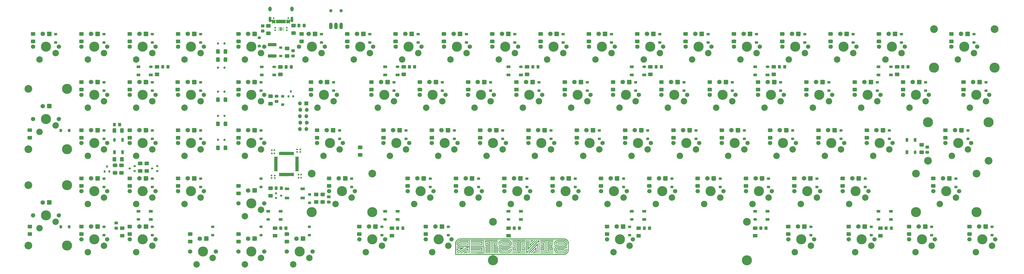
<source format=gbs>
G04 #@! TF.GenerationSoftware,KiCad,Pcbnew,(5.99.0-2660-g5096deeb3-dirty)*
G04 #@! TF.CreationDate,2020-08-21T02:02:16-04:00*
G04 #@! TF.ProjectId,Sinister,53696e69-7374-4657-922e-6b696361645f,rev?*
G04 #@! TF.SameCoordinates,Original*
G04 #@! TF.FileFunction,Soldermask,Bot*
G04 #@! TF.FilePolarity,Negative*
%FSLAX46Y46*%
G04 Gerber Fmt 4.6, Leading zero omitted, Abs format (unit mm)*
G04 Created by KiCad (PCBNEW (5.99.0-2660-g5096deeb3-dirty)) date 2020-08-21 02:02:16*
%MOMM*%
%LPD*%
G01*
G04 APERTURE LIST*
%ADD10C,0.889000*%
%ADD11R,0.800000X0.900000*%
%ADD12C,1.778000*%
%ADD13C,1.701800*%
%ADD14C,3.987800*%
%ADD15C,2.540000*%
%ADD16R,0.900000X0.800000*%
%ADD17R,0.250000X0.550000*%
%ADD18R,0.300000X0.550000*%
%ADD19C,3.048000*%
%ADD20O,1.308000X2.616000*%
%ADD21C,1.300000*%
%ADD22R,1.800000X1.100000*%
%ADD23R,0.300000X1.475000*%
%ADD24C,0.650000*%
%ADD25O,1.100000X2.200000*%
%ADD26O,1.300000X1.900000*%
%ADD27R,1.524000X1.524000*%
%ADD28O,1.524000X1.524000*%
G04 APERTURE END LIST*
D10*
X244257449Y-41592500D03*
X246797449Y-41592500D03*
X244257449Y-32067500D03*
X246797449Y-32067500D03*
X244257449Y-51117500D03*
X246797449Y-51117500D03*
X244257449Y-60642500D03*
X246797449Y-60642500D03*
X244257449Y-70167500D03*
X246797449Y-70167500D03*
G36*
G01*
X218031199Y-27859100D02*
X218731199Y-27859100D01*
G75*
G02*
X218981199Y-28109100I0J-250000D01*
G01*
X218981199Y-28609100D01*
G75*
G02*
X218731199Y-28859100I-250000J0D01*
G01*
X218031199Y-28859100D01*
G75*
G02*
X217781199Y-28609100I0J250000D01*
G01*
X217781199Y-28109100D01*
G75*
G02*
X218031199Y-27859100I250000J0D01*
G01*
G37*
G36*
G01*
X218031199Y-31159100D02*
X218731199Y-31159100D01*
G75*
G02*
X218981199Y-31409100I0J-250000D01*
G01*
X218981199Y-31909100D01*
G75*
G02*
X218731199Y-32159100I-250000J0D01*
G01*
X218031199Y-32159100D01*
G75*
G02*
X217781199Y-31909100I0J250000D01*
G01*
X217781199Y-31409100D01*
G75*
G02*
X218031199Y-31159100I250000J0D01*
G01*
G37*
D11*
X273935194Y-52994998D03*
X272035194Y-52994998D03*
X272985194Y-50994998D03*
D12*
X520482449Y-104457500D03*
G36*
G01*
X522133449Y-105168700D02*
X522133449Y-103746300D01*
G75*
G02*
X522311249Y-103568500I177800J0D01*
G01*
X523733649Y-103568500D01*
G75*
G02*
X523911449Y-103746300I0J-177800D01*
G01*
X523911449Y-105168700D01*
G75*
G02*
X523733649Y-105346500I-177800J0D01*
G01*
X522311249Y-105346500D01*
G75*
G02*
X522133449Y-105168700I0J177800D01*
G01*
G37*
G36*
G01*
X251728700Y-65645000D02*
X252978698Y-65645000D01*
G75*
G02*
X253228699Y-65895001I0J-250001D01*
G01*
X253228699Y-66819999D01*
G75*
G02*
X252978698Y-67070000I-250001J0D01*
G01*
X251728700Y-67070000D01*
G75*
G02*
X251478699Y-66819999I0J250001D01*
G01*
X251478699Y-65895001D01*
G75*
G02*
X251728700Y-65645000I250001J0D01*
G01*
G37*
G36*
G01*
X251728700Y-68620000D02*
X252978698Y-68620000D01*
G75*
G02*
X253228699Y-68870001I0J-250001D01*
G01*
X253228699Y-69794999D01*
G75*
G02*
X252978698Y-70045000I-250001J0D01*
G01*
X251728700Y-70045000D01*
G75*
G02*
X251478699Y-69794999I0J250001D01*
G01*
X251478699Y-68870001D01*
G75*
G02*
X251728700Y-68620000I250001J0D01*
G01*
G37*
G36*
G01*
X208866200Y-27545000D02*
X210116198Y-27545000D01*
G75*
G02*
X210366199Y-27795001I0J-250001D01*
G01*
X210366199Y-28719999D01*
G75*
G02*
X210116198Y-28970000I-250001J0D01*
G01*
X208866200Y-28970000D01*
G75*
G02*
X208616199Y-28719999I0J250001D01*
G01*
X208616199Y-27795001D01*
G75*
G02*
X208866200Y-27545000I250001J0D01*
G01*
G37*
G36*
G01*
X208866200Y-30520000D02*
X210116198Y-30520000D01*
G75*
G02*
X210366199Y-30770001I0J-250001D01*
G01*
X210366199Y-31694999D01*
G75*
G02*
X210116198Y-31945000I-250001J0D01*
G01*
X208866200Y-31945000D01*
G75*
G02*
X208616199Y-31694999I0J250001D01*
G01*
X208616199Y-30770001D01*
G75*
G02*
X208866200Y-30520000I250001J0D01*
G01*
G37*
D13*
X181551199Y-33337500D03*
D14*
X176471199Y-33337500D03*
D13*
X171391199Y-33337500D03*
D15*
X173931199Y-38417500D03*
X180281199Y-35877500D03*
G36*
G01*
X189816200Y-84695000D02*
X191066198Y-84695000D01*
G75*
G02*
X191316199Y-84945001I0J-250001D01*
G01*
X191316199Y-85869999D01*
G75*
G02*
X191066198Y-86120000I-250001J0D01*
G01*
X189816200Y-86120000D01*
G75*
G02*
X189566199Y-85869999I0J250001D01*
G01*
X189566199Y-84945001D01*
G75*
G02*
X189816200Y-84695000I250001J0D01*
G01*
G37*
G36*
G01*
X189816200Y-87670000D02*
X191066198Y-87670000D01*
G75*
G02*
X191316199Y-87920001I0J-250001D01*
G01*
X191316199Y-88844999D01*
G75*
G02*
X191066198Y-89095000I-250001J0D01*
G01*
X189816200Y-89095000D01*
G75*
G02*
X189566199Y-88844999I0J250001D01*
G01*
X189566199Y-87920001D01*
G75*
G02*
X189816200Y-87670000I250001J0D01*
G01*
G37*
G36*
G01*
X318043699Y-65959100D02*
X318743699Y-65959100D01*
G75*
G02*
X318993699Y-66209100I0J-250000D01*
G01*
X318993699Y-66709100D01*
G75*
G02*
X318743699Y-66959100I-250000J0D01*
G01*
X318043699Y-66959100D01*
G75*
G02*
X317793699Y-66709100I0J250000D01*
G01*
X317793699Y-66209100D01*
G75*
G02*
X318043699Y-65959100I250000J0D01*
G01*
G37*
G36*
G01*
X318043699Y-69259100D02*
X318743699Y-69259100D01*
G75*
G02*
X318993699Y-69509100I0J-250000D01*
G01*
X318993699Y-70009100D01*
G75*
G02*
X318743699Y-70259100I-250000J0D01*
G01*
X318043699Y-70259100D01*
G75*
G02*
X317793699Y-70009100I0J250000D01*
G01*
X317793699Y-69509100D01*
G75*
G02*
X318043699Y-69259100I250000J0D01*
G01*
G37*
D13*
X438726199Y-33337500D03*
D14*
X433646199Y-33337500D03*
D13*
X428566199Y-33337500D03*
D15*
X431106199Y-38417500D03*
X437456199Y-35877500D03*
D13*
X495876199Y-33337500D03*
D14*
X490796199Y-33337500D03*
D13*
X485716199Y-33337500D03*
D15*
X488256199Y-38417500D03*
X494606199Y-35877500D03*
G36*
G01*
X280026594Y-91278832D02*
X280726594Y-91278832D01*
G75*
G02*
X280976594Y-91528832I0J-250000D01*
G01*
X280976594Y-92028832D01*
G75*
G02*
X280726594Y-92278832I-250000J0D01*
G01*
X280026594Y-92278832D01*
G75*
G02*
X279776594Y-92028832I0J250000D01*
G01*
X279776594Y-91528832D01*
G75*
G02*
X280026594Y-91278832I250000J0D01*
G01*
G37*
G36*
G01*
X280026594Y-94578832D02*
X280726594Y-94578832D01*
G75*
G02*
X280976594Y-94828832I0J-250000D01*
G01*
X280976594Y-95328832D01*
G75*
G02*
X280726594Y-95578832I-250000J0D01*
G01*
X280026594Y-95578832D01*
G75*
G02*
X279776594Y-95328832I0J250000D01*
G01*
X279776594Y-94828832D01*
G75*
G02*
X280026594Y-94578832I250000J0D01*
G01*
G37*
G36*
G01*
X461278700Y-65645000D02*
X462528698Y-65645000D01*
G75*
G02*
X462778699Y-65895001I0J-250001D01*
G01*
X462778699Y-66819999D01*
G75*
G02*
X462528698Y-67070000I-250001J0D01*
G01*
X461278700Y-67070000D01*
G75*
G02*
X461028699Y-66819999I0J250001D01*
G01*
X461028699Y-65895001D01*
G75*
G02*
X461278700Y-65645000I250001J0D01*
G01*
G37*
G36*
G01*
X461278700Y-68620000D02*
X462528698Y-68620000D01*
G75*
G02*
X462778699Y-68870001I0J-250001D01*
G01*
X462778699Y-69794999D01*
G75*
G02*
X462528698Y-70045000I-250001J0D01*
G01*
X461278700Y-70045000D01*
G75*
G02*
X461028699Y-69794999I0J250001D01*
G01*
X461028699Y-68870001D01*
G75*
G02*
X461278700Y-68620000I250001J0D01*
G01*
G37*
D12*
X494288699Y-85407500D03*
G36*
G01*
X495939699Y-86118700D02*
X495939699Y-84696300D01*
G75*
G02*
X496117499Y-84518500I177800J0D01*
G01*
X497539899Y-84518500D01*
G75*
G02*
X497717699Y-84696300I0J-177800D01*
G01*
X497717699Y-86118700D01*
G75*
G02*
X497539899Y-86296500I-177800J0D01*
G01*
X496117499Y-86296500D01*
G75*
G02*
X495939699Y-86118700I0J177800D01*
G01*
G37*
G36*
G01*
X457657400Y-105555200D02*
X457657400Y-104655200D01*
G75*
G02*
X457907400Y-104405200I250000J0D01*
G01*
X458557400Y-104405200D01*
G75*
G02*
X458807400Y-104655200I0J-250000D01*
G01*
X458807400Y-105555200D01*
G75*
G02*
X458557400Y-105805200I-250000J0D01*
G01*
X457907400Y-105805200D01*
G75*
G02*
X457657400Y-105555200I0J250000D01*
G01*
G37*
G36*
G01*
X459707400Y-105555200D02*
X459707400Y-104655200D01*
G75*
G02*
X459957400Y-104405200I250000J0D01*
G01*
X460607400Y-104405200D01*
G75*
G02*
X460857400Y-104655200I0J-250000D01*
G01*
X460857400Y-105555200D01*
G75*
G02*
X460607400Y-105805200I-250000J0D01*
G01*
X459957400Y-105805200D01*
G75*
G02*
X459707400Y-105555200I0J250000D01*
G01*
G37*
G36*
G01*
X313451399Y-108792700D02*
X312201401Y-108792700D01*
G75*
G02*
X311951400Y-108542699I0J250001D01*
G01*
X311951400Y-107617701D01*
G75*
G02*
X312201401Y-107367700I250001J0D01*
G01*
X313451399Y-107367700D01*
G75*
G02*
X313701400Y-107617701I0J-250001D01*
G01*
X313701400Y-108542699D01*
G75*
G02*
X313451399Y-108792700I-250001J0D01*
G01*
G37*
G36*
G01*
X313451399Y-105817700D02*
X312201401Y-105817700D01*
G75*
G02*
X311951400Y-105567699I0J250001D01*
G01*
X311951400Y-104642701D01*
G75*
G02*
X312201401Y-104392700I250001J0D01*
G01*
X313451399Y-104392700D01*
G75*
G02*
X313701400Y-104642701I0J-250001D01*
G01*
X313701400Y-105567699D01*
G75*
G02*
X313451399Y-105817700I-250001J0D01*
G01*
G37*
G36*
G01*
X216803598Y-83195100D02*
X215553600Y-83195100D01*
G75*
G02*
X215303599Y-82945099I0J250001D01*
G01*
X215303599Y-82020101D01*
G75*
G02*
X215553600Y-81770100I250001J0D01*
G01*
X216803598Y-81770100D01*
G75*
G02*
X217053599Y-82020101I0J-250001D01*
G01*
X217053599Y-82945099D01*
G75*
G02*
X216803598Y-83195100I-250001J0D01*
G01*
G37*
G36*
G01*
X216803598Y-80220100D02*
X215553600Y-80220100D01*
G75*
G02*
X215303599Y-79970099I0J250001D01*
G01*
X215303599Y-79045101D01*
G75*
G02*
X215553600Y-78795100I250001J0D01*
G01*
X216803598Y-78795100D01*
G75*
G02*
X217053599Y-79045101I0J-250001D01*
G01*
X217053599Y-79970099D01*
G75*
G02*
X216803598Y-80220100I-250001J0D01*
G01*
G37*
D13*
X262513699Y-95250000D03*
D14*
X257433699Y-95250000D03*
D13*
X252353699Y-95250000D03*
D15*
X254893699Y-100330000D03*
X261243699Y-97790000D03*
G36*
G01*
X465007000Y-41725000D02*
X465007000Y-40825000D01*
G75*
G02*
X465257000Y-40575000I250000J0D01*
G01*
X465907000Y-40575000D01*
G75*
G02*
X466157000Y-40825000I0J-250000D01*
G01*
X466157000Y-41725000D01*
G75*
G02*
X465907000Y-41975000I-250000J0D01*
G01*
X465257000Y-41975000D01*
G75*
G02*
X465007000Y-41725000I0J250000D01*
G01*
G37*
G36*
G01*
X467057000Y-41725000D02*
X467057000Y-40825000D01*
G75*
G02*
X467307000Y-40575000I250000J0D01*
G01*
X467957000Y-40575000D01*
G75*
G02*
X468207000Y-40825000I0J-250000D01*
G01*
X468207000Y-41725000D01*
G75*
G02*
X467957000Y-41975000I-250000J0D01*
G01*
X467307000Y-41975000D01*
G75*
G02*
X467057000Y-41725000I0J250000D01*
G01*
G37*
G36*
G01*
X475206199Y-27859100D02*
X475906199Y-27859100D01*
G75*
G02*
X476156199Y-28109100I0J-250000D01*
G01*
X476156199Y-28609100D01*
G75*
G02*
X475906199Y-28859100I-250000J0D01*
G01*
X475206199Y-28859100D01*
G75*
G02*
X474956199Y-28609100I0J250000D01*
G01*
X474956199Y-28109100D01*
G75*
G02*
X475206199Y-27859100I250000J0D01*
G01*
G37*
G36*
G01*
X475206199Y-31159100D02*
X475906199Y-31159100D01*
G75*
G02*
X476156199Y-31409100I0J-250000D01*
G01*
X476156199Y-31909100D01*
G75*
G02*
X475906199Y-32159100I-250000J0D01*
G01*
X475206199Y-32159100D01*
G75*
G02*
X474956199Y-31909100I0J250000D01*
G01*
X474956199Y-31409100D01*
G75*
G02*
X475206199Y-31159100I250000J0D01*
G01*
G37*
D12*
X194251199Y-66357500D03*
G36*
G01*
X195902199Y-67068700D02*
X195902199Y-65646300D01*
G75*
G02*
X196079999Y-65468500I177800J0D01*
G01*
X197502399Y-65468500D01*
G75*
G02*
X197680199Y-65646300I0J-177800D01*
G01*
X197680199Y-67068700D01*
G75*
G02*
X197502399Y-67246500I-177800J0D01*
G01*
X196079999Y-67246500D01*
G75*
G02*
X195902199Y-67068700I0J177800D01*
G01*
G37*
D13*
X333951199Y-52387500D03*
D14*
X328871199Y-52387500D03*
D13*
X323791199Y-52387500D03*
D15*
X326331199Y-57467500D03*
X332681199Y-54927500D03*
G36*
G01*
X267174199Y-41313300D02*
X267174199Y-41313300D01*
G75*
G02*
X266674199Y-41813300I-500000J0D01*
G01*
X266174199Y-41813300D01*
G75*
G02*
X265674199Y-41313300I0J500000D01*
G01*
X265674199Y-41313300D01*
G75*
G02*
X266174199Y-40813300I500000J0D01*
G01*
X266674199Y-40813300D01*
G75*
G02*
X267174199Y-41313300I0J-500000D01*
G01*
G37*
G36*
X267174199Y-44013300D02*
G01*
X265674199Y-44013300D01*
X265674199Y-45013300D01*
X267174199Y-45013300D01*
X267174199Y-44013300D01*
G37*
G36*
X262274199Y-44013300D02*
G01*
X260774199Y-44013300D01*
X260774199Y-45013300D01*
X262274199Y-45013300D01*
X262274199Y-44013300D01*
G37*
G36*
X262274199Y-40813300D02*
G01*
X260774199Y-40813300D01*
X260774199Y-41813300D01*
X262274199Y-41813300D01*
X262274199Y-40813300D01*
G37*
G36*
G01*
X406620999Y-101612500D02*
X406620999Y-101612500D01*
G75*
G02*
X407120999Y-101112500I500000J0D01*
G01*
X407620999Y-101112500D01*
G75*
G02*
X408120999Y-101612500I0J-500000D01*
G01*
X408120999Y-101612500D01*
G75*
G02*
X407620999Y-102112500I-500000J0D01*
G01*
X407120999Y-102112500D01*
G75*
G02*
X406620999Y-101612500I0J500000D01*
G01*
G37*
G36*
X406620999Y-98912500D02*
G01*
X408120999Y-98912500D01*
X408120999Y-97912500D01*
X406620999Y-97912500D01*
X406620999Y-98912500D01*
G37*
G36*
X411520999Y-98912500D02*
G01*
X413020999Y-98912500D01*
X413020999Y-97912500D01*
X411520999Y-97912500D01*
X411520999Y-98912500D01*
G37*
G36*
X411520999Y-102112500D02*
G01*
X413020999Y-102112500D01*
X413020999Y-101112500D01*
X411520999Y-101112500D01*
X411520999Y-102112500D01*
G37*
D12*
X427613699Y-66357500D03*
G36*
G01*
X429264699Y-67068700D02*
X429264699Y-65646300D01*
G75*
G02*
X429442499Y-65468500I177800J0D01*
G01*
X430864899Y-65468500D01*
G75*
G02*
X431042699Y-65646300I0J-177800D01*
G01*
X431042699Y-67068700D01*
G75*
G02*
X430864899Y-67246500I-177800J0D01*
G01*
X429442499Y-67246500D01*
G75*
G02*
X429264699Y-67068700I0J177800D01*
G01*
G37*
G36*
G01*
X269327999Y-37495100D02*
X268627999Y-37495100D01*
G75*
G02*
X268377999Y-37245100I0J250000D01*
G01*
X268377999Y-36745100D01*
G75*
G02*
X268627999Y-36495100I250000J0D01*
G01*
X269327999Y-36495100D01*
G75*
G02*
X269577999Y-36745100I0J-250000D01*
G01*
X269577999Y-37245100D01*
G75*
G02*
X269327999Y-37495100I-250000J0D01*
G01*
G37*
G36*
G01*
X269327999Y-34195100D02*
X268627999Y-34195100D01*
G75*
G02*
X268377999Y-33945100I0J250000D01*
G01*
X268377999Y-33445100D01*
G75*
G02*
X268627999Y-33195100I250000J0D01*
G01*
X269327999Y-33195100D01*
G75*
G02*
X269577999Y-33445100I0J-250000D01*
G01*
X269577999Y-33945100D01*
G75*
G02*
X269327999Y-34195100I-250000J0D01*
G01*
G37*
G36*
G01*
X475566200Y-46595000D02*
X476816198Y-46595000D01*
G75*
G02*
X477066199Y-46845001I0J-250001D01*
G01*
X477066199Y-47769999D01*
G75*
G02*
X476816198Y-48020000I-250001J0D01*
G01*
X475566200Y-48020000D01*
G75*
G02*
X475316199Y-47769999I0J250001D01*
G01*
X475316199Y-46845001D01*
G75*
G02*
X475566200Y-46595000I250001J0D01*
G01*
G37*
G36*
G01*
X475566200Y-49570000D02*
X476816198Y-49570000D01*
G75*
G02*
X477066199Y-49820001I0J-250001D01*
G01*
X477066199Y-50744999D01*
G75*
G02*
X476816198Y-50995000I-250001J0D01*
G01*
X475566200Y-50995000D01*
G75*
G02*
X475316199Y-50744999I0J250001D01*
G01*
X475316199Y-49820001D01*
G75*
G02*
X475566200Y-49570000I250001J0D01*
G01*
G37*
G36*
G01*
X314512000Y-105555200D02*
X314512000Y-104655200D01*
G75*
G02*
X314762000Y-104405200I250000J0D01*
G01*
X315412000Y-104405200D01*
G75*
G02*
X315662000Y-104655200I0J-250000D01*
G01*
X315662000Y-105555200D01*
G75*
G02*
X315412000Y-105805200I-250000J0D01*
G01*
X314762000Y-105805200D01*
G75*
G02*
X314512000Y-105555200I0J250000D01*
G01*
G37*
G36*
G01*
X316562000Y-105555200D02*
X316562000Y-104655200D01*
G75*
G02*
X316812000Y-104405200I250000J0D01*
G01*
X317462000Y-104405200D01*
G75*
G02*
X317712000Y-104655200I0J-250000D01*
G01*
X317712000Y-105555200D01*
G75*
G02*
X317462000Y-105805200I-250000J0D01*
G01*
X316812000Y-105805200D01*
G75*
G02*
X316562000Y-105555200I0J250000D01*
G01*
G37*
G36*
G01*
X408531199Y-46909100D02*
X409231199Y-46909100D01*
G75*
G02*
X409481199Y-47159100I0J-250000D01*
G01*
X409481199Y-47659100D01*
G75*
G02*
X409231199Y-47909100I-250000J0D01*
G01*
X408531199Y-47909100D01*
G75*
G02*
X408281199Y-47659100I0J250000D01*
G01*
X408281199Y-47159100D01*
G75*
G02*
X408531199Y-46909100I250000J0D01*
G01*
G37*
G36*
G01*
X408531199Y-50209100D02*
X409231199Y-50209100D01*
G75*
G02*
X409481199Y-50459100I0J-250000D01*
G01*
X409481199Y-50959100D01*
G75*
G02*
X409231199Y-51209100I-250000J0D01*
G01*
X408531199Y-51209100D01*
G75*
G02*
X408281199Y-50959100I0J250000D01*
G01*
X408281199Y-50459100D01*
G75*
G02*
X408531199Y-50209100I250000J0D01*
G01*
G37*
D13*
X293469949Y-71437500D03*
D14*
X288389949Y-71437500D03*
D13*
X283309949Y-71437500D03*
D15*
X285849949Y-76517500D03*
X292199949Y-73977500D03*
D12*
X394276199Y-28257500D03*
G36*
G01*
X395927199Y-28968700D02*
X395927199Y-27546300D01*
G75*
G02*
X396104999Y-27368500I177800J0D01*
G01*
X397527399Y-27368500D01*
G75*
G02*
X397705199Y-27546300I0J-177800D01*
G01*
X397705199Y-28968700D01*
G75*
G02*
X397527399Y-29146500I-177800J0D01*
G01*
X396104999Y-29146500D01*
G75*
G02*
X395927199Y-28968700I0J177800D01*
G01*
G37*
X465713699Y-66357500D03*
G36*
G01*
X467364699Y-67068700D02*
X467364699Y-65646300D01*
G75*
G02*
X467542499Y-65468500I177800J0D01*
G01*
X468964899Y-65468500D01*
G75*
G02*
X469142699Y-65646300I0J-177800D01*
G01*
X469142699Y-67068700D01*
G75*
G02*
X468964899Y-67246500I-177800J0D01*
G01*
X467542499Y-67246500D01*
G75*
G02*
X467364699Y-67068700I0J177800D01*
G01*
G37*
X360938699Y-85407500D03*
G36*
G01*
X362589699Y-86118700D02*
X362589699Y-84696300D01*
G75*
G02*
X362767499Y-84518500I177800J0D01*
G01*
X364189899Y-84518500D01*
G75*
G02*
X364367699Y-84696300I0J-177800D01*
G01*
X364367699Y-86118700D01*
G75*
G02*
X364189899Y-86296500I-177800J0D01*
G01*
X362767499Y-86296500D01*
G75*
G02*
X362589699Y-86118700I0J177800D01*
G01*
G37*
G36*
G01*
X499018699Y-85009100D02*
X499718699Y-85009100D01*
G75*
G02*
X499968699Y-85259100I0J-250000D01*
G01*
X499968699Y-85759100D01*
G75*
G02*
X499718699Y-86009100I-250000J0D01*
G01*
X499018699Y-86009100D01*
G75*
G02*
X498768699Y-85759100I0J250000D01*
G01*
X498768699Y-85259100D01*
G75*
G02*
X499018699Y-85009100I250000J0D01*
G01*
G37*
G36*
G01*
X499018699Y-88309100D02*
X499718699Y-88309100D01*
G75*
G02*
X499968699Y-88559100I0J-250000D01*
G01*
X499968699Y-89059100D01*
G75*
G02*
X499718699Y-89309100I-250000J0D01*
G01*
X499018699Y-89309100D01*
G75*
G02*
X498768699Y-89059100I0J250000D01*
G01*
X498768699Y-88559100D01*
G75*
G02*
X499018699Y-88309100I250000J0D01*
G01*
G37*
G36*
G01*
X549024949Y-104059100D02*
X549724949Y-104059100D01*
G75*
G02*
X549974949Y-104309100I0J-250000D01*
G01*
X549974949Y-104809100D01*
G75*
G02*
X549724949Y-105059100I-250000J0D01*
G01*
X549024949Y-105059100D01*
G75*
G02*
X548774949Y-104809100I0J250000D01*
G01*
X548774949Y-104309100D01*
G75*
G02*
X549024949Y-104059100I250000J0D01*
G01*
G37*
G36*
G01*
X549024949Y-107359100D02*
X549724949Y-107359100D01*
G75*
G02*
X549974949Y-107609100I0J-250000D01*
G01*
X549974949Y-108109100D01*
G75*
G02*
X549724949Y-108359100I-250000J0D01*
G01*
X549024949Y-108359100D01*
G75*
G02*
X548774949Y-108109100I0J250000D01*
G01*
X548774949Y-107609100D01*
G75*
G02*
X549024949Y-107359100I250000J0D01*
G01*
G37*
X399038699Y-85407500D03*
G36*
G01*
X400689699Y-86118700D02*
X400689699Y-84696300D01*
G75*
G02*
X400867499Y-84518500I177800J0D01*
G01*
X402289899Y-84518500D01*
G75*
G02*
X402467699Y-84696300I0J-177800D01*
G01*
X402467699Y-86118700D01*
G75*
G02*
X402289899Y-86296500I-177800J0D01*
G01*
X400867499Y-86296500D01*
G75*
G02*
X400689699Y-86118700I0J177800D01*
G01*
G37*
G36*
G01*
X408891200Y-27545000D02*
X410141198Y-27545000D01*
G75*
G02*
X410391199Y-27795001I0J-250001D01*
G01*
X410391199Y-28719999D01*
G75*
G02*
X410141198Y-28970000I-250001J0D01*
G01*
X408891200Y-28970000D01*
G75*
G02*
X408641199Y-28719999I0J250001D01*
G01*
X408641199Y-27795001D01*
G75*
G02*
X408891200Y-27545000I250001J0D01*
G01*
G37*
G36*
G01*
X408891200Y-30520000D02*
X410141198Y-30520000D01*
G75*
G02*
X410391199Y-30770001I0J-250001D01*
G01*
X410391199Y-31694999D01*
G75*
G02*
X410141198Y-31945000I-250001J0D01*
G01*
X408891200Y-31945000D01*
G75*
G02*
X408641199Y-31694999I0J250001D01*
G01*
X408641199Y-30770001D01*
G75*
G02*
X408891200Y-30520000I250001J0D01*
G01*
G37*
G36*
G01*
X422818699Y-85009100D02*
X423518699Y-85009100D01*
G75*
G02*
X423768699Y-85259100I0J-250000D01*
G01*
X423768699Y-85759100D01*
G75*
G02*
X423518699Y-86009100I-250000J0D01*
G01*
X422818699Y-86009100D01*
G75*
G02*
X422568699Y-85759100I0J250000D01*
G01*
X422568699Y-85259100D01*
G75*
G02*
X422818699Y-85009100I250000J0D01*
G01*
G37*
G36*
G01*
X422818699Y-88309100D02*
X423518699Y-88309100D01*
G75*
G02*
X423768699Y-88559100I0J-250000D01*
G01*
X423768699Y-89059100D01*
G75*
G02*
X423518699Y-89309100I-250000J0D01*
G01*
X422818699Y-89309100D01*
G75*
G02*
X422568699Y-89059100I0J250000D01*
G01*
X422568699Y-88559100D01*
G75*
G02*
X422818699Y-88309100I250000J0D01*
G01*
G37*
D16*
X220302797Y-80564200D03*
X220302797Y-82464200D03*
X218302797Y-81514200D03*
D13*
X405388699Y-90487500D03*
D14*
X400308699Y-90487500D03*
D13*
X395228699Y-90487500D03*
D15*
X397768699Y-95567500D03*
X404118699Y-93027500D03*
G36*
G01*
X186087799Y-104209100D02*
X186087799Y-104909100D01*
G75*
G02*
X185837799Y-105159100I-250000J0D01*
G01*
X185337799Y-105159100D01*
G75*
G02*
X185087799Y-104909100I0J250000D01*
G01*
X185087799Y-104209100D01*
G75*
G02*
X185337799Y-103959100I250000J0D01*
G01*
X185837799Y-103959100D01*
G75*
G02*
X186087799Y-104209100I0J-250000D01*
G01*
G37*
G36*
G01*
X182787799Y-104209100D02*
X182787799Y-104909100D01*
G75*
G02*
X182537799Y-105159100I-250000J0D01*
G01*
X182037799Y-105159100D01*
G75*
G02*
X181787799Y-104909100I0J250000D01*
G01*
X181787799Y-104209100D01*
G75*
G02*
X182037799Y-103959100I250000J0D01*
G01*
X182537799Y-103959100D01*
G75*
G02*
X182787799Y-104209100I0J-250000D01*
G01*
G37*
G36*
G01*
X409432601Y-104403800D02*
X410682599Y-104403800D01*
G75*
G02*
X410932600Y-104653801I0J-250001D01*
G01*
X410932600Y-105578799D01*
G75*
G02*
X410682599Y-105828800I-250001J0D01*
G01*
X409432601Y-105828800D01*
G75*
G02*
X409182600Y-105578799I0J250001D01*
G01*
X409182600Y-104653801D01*
G75*
G02*
X409432601Y-104403800I250001J0D01*
G01*
G37*
G36*
G01*
X409432601Y-107378800D02*
X410682599Y-107378800D01*
G75*
G02*
X410932600Y-107628801I0J-250001D01*
G01*
X410932600Y-108553799D01*
G75*
G02*
X410682599Y-108803800I-250001J0D01*
G01*
X409432601Y-108803800D01*
G75*
G02*
X409182600Y-108553799I0J250001D01*
G01*
X409182600Y-107628801D01*
G75*
G02*
X409432601Y-107378800I250001J0D01*
G01*
G37*
G36*
G01*
X379956199Y-27859100D02*
X380656199Y-27859100D01*
G75*
G02*
X380906199Y-28109100I0J-250000D01*
G01*
X380906199Y-28609100D01*
G75*
G02*
X380656199Y-28859100I-250000J0D01*
G01*
X379956199Y-28859100D01*
G75*
G02*
X379706199Y-28609100I0J250000D01*
G01*
X379706199Y-28109100D01*
G75*
G02*
X379956199Y-27859100I250000J0D01*
G01*
G37*
G36*
G01*
X379956199Y-31159100D02*
X380656199Y-31159100D01*
G75*
G02*
X380906199Y-31409100I0J-250000D01*
G01*
X380906199Y-31909100D01*
G75*
G02*
X380656199Y-32159100I-250000J0D01*
G01*
X379956199Y-32159100D01*
G75*
G02*
X379706199Y-31909100I0J250000D01*
G01*
X379706199Y-31409100D01*
G75*
G02*
X379956199Y-31159100I250000J0D01*
G01*
G37*
G36*
G01*
X465681199Y-46909100D02*
X466381199Y-46909100D01*
G75*
G02*
X466631199Y-47159100I0J-250000D01*
G01*
X466631199Y-47659100D01*
G75*
G02*
X466381199Y-47909100I-250000J0D01*
G01*
X465681199Y-47909100D01*
G75*
G02*
X465431199Y-47659100I0J250000D01*
G01*
X465431199Y-47159100D01*
G75*
G02*
X465681199Y-46909100I250000J0D01*
G01*
G37*
G36*
G01*
X465681199Y-50209100D02*
X466381199Y-50209100D01*
G75*
G02*
X466631199Y-50459100I0J-250000D01*
G01*
X466631199Y-50959100D01*
G75*
G02*
X466381199Y-51209100I-250000J0D01*
G01*
X465681199Y-51209100D01*
G75*
G02*
X465431199Y-50959100I0J250000D01*
G01*
X465431199Y-50459100D01*
G75*
G02*
X465681199Y-50209100I250000J0D01*
G01*
G37*
D12*
X375226199Y-28257500D03*
G36*
G01*
X376877199Y-28968700D02*
X376877199Y-27546300D01*
G75*
G02*
X377054999Y-27368500I177800J0D01*
G01*
X378477399Y-27368500D01*
G75*
G02*
X378655199Y-27546300I0J-177800D01*
G01*
X378655199Y-28968700D01*
G75*
G02*
X378477399Y-29146500I-177800J0D01*
G01*
X377054999Y-29146500D01*
G75*
G02*
X376877199Y-28968700I0J177800D01*
G01*
G37*
G36*
G01*
X288370395Y-95334734D02*
X287470395Y-95334734D01*
G75*
G02*
X287220395Y-95084734I0J250000D01*
G01*
X287220395Y-94434734D01*
G75*
G02*
X287470395Y-94184734I250000J0D01*
G01*
X288370395Y-94184734D01*
G75*
G02*
X288620395Y-94434734I0J-250000D01*
G01*
X288620395Y-95084734D01*
G75*
G02*
X288370395Y-95334734I-250000J0D01*
G01*
G37*
G36*
G01*
X288370395Y-93284734D02*
X287470395Y-93284734D01*
G75*
G02*
X287220395Y-93034734I0J250000D01*
G01*
X287220395Y-92384734D01*
G75*
G02*
X287470395Y-92134734I250000J0D01*
G01*
X288370395Y-92134734D01*
G75*
G02*
X288620395Y-92384734I0J-250000D01*
G01*
X288620395Y-93034734D01*
G75*
G02*
X288370395Y-93284734I-250000J0D01*
G01*
G37*
X413326199Y-28257500D03*
G36*
G01*
X414977199Y-28968700D02*
X414977199Y-27546300D01*
G75*
G02*
X415154999Y-27368500I177800J0D01*
G01*
X416577399Y-27368500D01*
G75*
G02*
X416755199Y-27546300I0J-177800D01*
G01*
X416755199Y-28968700D01*
G75*
G02*
X416577399Y-29146500I-177800J0D01*
G01*
X415154999Y-29146500D01*
G75*
G02*
X414977199Y-28968700I0J177800D01*
G01*
G37*
G36*
G01*
X286157792Y-95461133D02*
X284907794Y-95461133D01*
G75*
G02*
X284657793Y-95211132I0J250001D01*
G01*
X284657793Y-94286134D01*
G75*
G02*
X284907794Y-94036133I250001J0D01*
G01*
X286157792Y-94036133D01*
G75*
G02*
X286407793Y-94286134I0J-250001D01*
G01*
X286407793Y-95211132D01*
G75*
G02*
X286157792Y-95461133I-250001J0D01*
G01*
G37*
G36*
G01*
X286157792Y-92486133D02*
X284907794Y-92486133D01*
G75*
G02*
X284657793Y-92236132I0J250001D01*
G01*
X284657793Y-91311134D01*
G75*
G02*
X284907794Y-91061133I250001J0D01*
G01*
X286157792Y-91061133D01*
G75*
G02*
X286407793Y-91311134I0J-250001D01*
G01*
X286407793Y-92236132D01*
G75*
G02*
X286157792Y-92486133I-250001J0D01*
G01*
G37*
X279976199Y-28257500D03*
G36*
G01*
X281627199Y-28968700D02*
X281627199Y-27546300D01*
G75*
G02*
X281804999Y-27368500I177800J0D01*
G01*
X283227399Y-27368500D01*
G75*
G02*
X283405199Y-27546300I0J-177800D01*
G01*
X283405199Y-28968700D01*
G75*
G02*
X283227399Y-29146500I-177800J0D01*
G01*
X281804999Y-29146500D01*
G75*
G02*
X281627199Y-28968700I0J177800D01*
G01*
G37*
X256163699Y-28257500D03*
G36*
G01*
X257814699Y-28968700D02*
X257814699Y-27546300D01*
G75*
G02*
X257992499Y-27368500I177800J0D01*
G01*
X259414899Y-27368500D01*
G75*
G02*
X259592699Y-27546300I0J-177800D01*
G01*
X259592699Y-28968700D01*
G75*
G02*
X259414899Y-29146500I-177800J0D01*
G01*
X257992499Y-29146500D01*
G75*
G02*
X257814699Y-28968700I0J177800D01*
G01*
G37*
G36*
G01*
X411734200Y-105555200D02*
X411734200Y-104655200D01*
G75*
G02*
X411984200Y-104405200I250000J0D01*
G01*
X412634200Y-104405200D01*
G75*
G02*
X412884200Y-104655200I0J-250000D01*
G01*
X412884200Y-105555200D01*
G75*
G02*
X412634200Y-105805200I-250000J0D01*
G01*
X411984200Y-105805200D01*
G75*
G02*
X411734200Y-105555200I0J250000D01*
G01*
G37*
G36*
G01*
X413784200Y-105555200D02*
X413784200Y-104655200D01*
G75*
G02*
X414034200Y-104405200I250000J0D01*
G01*
X414684200Y-104405200D01*
G75*
G02*
X414934200Y-104655200I0J-250000D01*
G01*
X414934200Y-105555200D01*
G75*
G02*
X414684200Y-105805200I-250000J0D01*
G01*
X414034200Y-105805200D01*
G75*
G02*
X413784200Y-105555200I0J250000D01*
G01*
G37*
G36*
G01*
X169470800Y-65629100D02*
X170720798Y-65629100D01*
G75*
G02*
X170970799Y-65879101I0J-250001D01*
G01*
X170970799Y-66804099D01*
G75*
G02*
X170720798Y-67054100I-250001J0D01*
G01*
X169470800Y-67054100D01*
G75*
G02*
X169220799Y-66804099I0J250001D01*
G01*
X169220799Y-65879101D01*
G75*
G02*
X169470800Y-65629100I250001J0D01*
G01*
G37*
G36*
G01*
X169470800Y-68604100D02*
X170720798Y-68604100D01*
G75*
G02*
X170970799Y-68854101I0J-250001D01*
G01*
X170970799Y-69779099D01*
G75*
G02*
X170720798Y-70029100I-250001J0D01*
G01*
X169470800Y-70029100D01*
G75*
G02*
X169220799Y-69779099I0J250001D01*
G01*
X169220799Y-68854101D01*
G75*
G02*
X169470800Y-68604100I250001J0D01*
G01*
G37*
G36*
G01*
X470443699Y-65959100D02*
X471143699Y-65959100D01*
G75*
G02*
X471393699Y-66209100I0J-250000D01*
G01*
X471393699Y-66709100D01*
G75*
G02*
X471143699Y-66959100I-250000J0D01*
G01*
X470443699Y-66959100D01*
G75*
G02*
X470193699Y-66709100I0J250000D01*
G01*
X470193699Y-66209100D01*
G75*
G02*
X470443699Y-65959100I250000J0D01*
G01*
G37*
G36*
G01*
X470443699Y-69259100D02*
X471143699Y-69259100D01*
G75*
G02*
X471393699Y-69509100I0J-250000D01*
G01*
X471393699Y-70009100D01*
G75*
G02*
X471143699Y-70259100I-250000J0D01*
G01*
X470443699Y-70259100D01*
G75*
G02*
X470193699Y-70009100I0J250000D01*
G01*
X470193699Y-69509100D01*
G75*
G02*
X470443699Y-69259100I250000J0D01*
G01*
G37*
G36*
G01*
X508543699Y-65959100D02*
X509243699Y-65959100D01*
G75*
G02*
X509493699Y-66209100I0J-250000D01*
G01*
X509493699Y-66709100D01*
G75*
G02*
X509243699Y-66959100I-250000J0D01*
G01*
X508543699Y-66959100D01*
G75*
G02*
X508293699Y-66709100I0J250000D01*
G01*
X508293699Y-66209100D01*
G75*
G02*
X508543699Y-65959100I250000J0D01*
G01*
G37*
G36*
G01*
X508543699Y-69259100D02*
X509243699Y-69259100D01*
G75*
G02*
X509493699Y-69509100I0J-250000D01*
G01*
X509493699Y-70009100D01*
G75*
G02*
X509243699Y-70259100I-250000J0D01*
G01*
X508543699Y-70259100D01*
G75*
G02*
X508293699Y-70009100I0J250000D01*
G01*
X508293699Y-69509100D01*
G75*
G02*
X508543699Y-69259100I250000J0D01*
G01*
G37*
G36*
G01*
X446631199Y-46909100D02*
X447331199Y-46909100D01*
G75*
G02*
X447581199Y-47159100I0J-250000D01*
G01*
X447581199Y-47659100D01*
G75*
G02*
X447331199Y-47909100I-250000J0D01*
G01*
X446631199Y-47909100D01*
G75*
G02*
X446381199Y-47659100I0J250000D01*
G01*
X446381199Y-47159100D01*
G75*
G02*
X446631199Y-46909100I250000J0D01*
G01*
G37*
G36*
G01*
X446631199Y-50209100D02*
X447331199Y-50209100D01*
G75*
G02*
X447581199Y-50459100I0J-250000D01*
G01*
X447581199Y-50959100D01*
G75*
G02*
X447331199Y-51209100I-250000J0D01*
G01*
X446631199Y-51209100D01*
G75*
G02*
X446381199Y-50959100I0J250000D01*
G01*
X446381199Y-50459100D01*
G75*
G02*
X446631199Y-50209100I250000J0D01*
G01*
G37*
G36*
G01*
X485091200Y-27545000D02*
X486341198Y-27545000D01*
G75*
G02*
X486591199Y-27795001I0J-250001D01*
G01*
X486591199Y-28719999D01*
G75*
G02*
X486341198Y-28970000I-250001J0D01*
G01*
X485091200Y-28970000D01*
G75*
G02*
X484841199Y-28719999I0J250001D01*
G01*
X484841199Y-27795001D01*
G75*
G02*
X485091200Y-27545000I250001J0D01*
G01*
G37*
G36*
G01*
X485091200Y-30520000D02*
X486341198Y-30520000D01*
G75*
G02*
X486591199Y-30770001I0J-250001D01*
G01*
X486591199Y-31694999D01*
G75*
G02*
X486341198Y-31945000I-250001J0D01*
G01*
X485091200Y-31945000D01*
G75*
G02*
X484841199Y-31694999I0J250001D01*
G01*
X484841199Y-30770001D01*
G75*
G02*
X485091200Y-30520000I250001J0D01*
G01*
G37*
G36*
G01*
X385078700Y-65645000D02*
X386328698Y-65645000D01*
G75*
G02*
X386578699Y-65895001I0J-250001D01*
G01*
X386578699Y-66819999D01*
G75*
G02*
X386328698Y-67070000I-250001J0D01*
G01*
X385078700Y-67070000D01*
G75*
G02*
X384828699Y-66819999I0J250001D01*
G01*
X384828699Y-65895001D01*
G75*
G02*
X385078700Y-65645000I250001J0D01*
G01*
G37*
G36*
G01*
X385078700Y-68620000D02*
X386328698Y-68620000D01*
G75*
G02*
X386578699Y-68870001I0J-250001D01*
G01*
X386578699Y-69794999D01*
G75*
G02*
X386328698Y-70045000I-250001J0D01*
G01*
X385078700Y-70045000D01*
G75*
G02*
X384828699Y-69794999I0J250001D01*
G01*
X384828699Y-68870001D01*
G75*
G02*
X385078700Y-68620000I250001J0D01*
G01*
G37*
G36*
G01*
X218031199Y-46909100D02*
X218731199Y-46909100D01*
G75*
G02*
X218981199Y-47159100I0J-250000D01*
G01*
X218981199Y-47659100D01*
G75*
G02*
X218731199Y-47909100I-250000J0D01*
G01*
X218031199Y-47909100D01*
G75*
G02*
X217781199Y-47659100I0J250000D01*
G01*
X217781199Y-47159100D01*
G75*
G02*
X218031199Y-46909100I250000J0D01*
G01*
G37*
G36*
G01*
X218031199Y-50209100D02*
X218731199Y-50209100D01*
G75*
G02*
X218981199Y-50459100I0J-250000D01*
G01*
X218981199Y-50959100D01*
G75*
G02*
X218731199Y-51209100I-250000J0D01*
G01*
X218031199Y-51209100D01*
G75*
G02*
X217781199Y-50959100I0J250000D01*
G01*
X217781199Y-50459100D01*
G75*
G02*
X218031199Y-50209100I250000J0D01*
G01*
G37*
G36*
G01*
X456516200Y-46595000D02*
X457766198Y-46595000D01*
G75*
G02*
X458016199Y-46845001I0J-250001D01*
G01*
X458016199Y-47769999D01*
G75*
G02*
X457766198Y-48020000I-250001J0D01*
G01*
X456516200Y-48020000D01*
G75*
G02*
X456266199Y-47769999I0J250001D01*
G01*
X456266199Y-46845001D01*
G75*
G02*
X456516200Y-46595000I250001J0D01*
G01*
G37*
G36*
G01*
X456516200Y-49570000D02*
X457766198Y-49570000D01*
G75*
G02*
X458016199Y-49820001I0J-250001D01*
G01*
X458016199Y-50744999D01*
G75*
G02*
X457766198Y-50995000I-250001J0D01*
G01*
X456516200Y-50995000D01*
G75*
G02*
X456266199Y-50744999I0J250001D01*
G01*
X456266199Y-49820001D01*
G75*
G02*
X456516200Y-49570000I250001J0D01*
G01*
G37*
G36*
G01*
X267954600Y-26070699D02*
X267954600Y-25770699D01*
G75*
G02*
X268079600Y-25645699I125000J0D01*
G01*
X268079600Y-25645699D01*
G75*
G02*
X268204600Y-25770699I0J-125000D01*
G01*
X268204600Y-26070699D01*
G75*
G02*
X268079600Y-26195699I-125000J0D01*
G01*
X268079600Y-26195699D01*
G75*
G02*
X267954600Y-26070699I0J125000D01*
G01*
G37*
D17*
X268579600Y-25920699D03*
D18*
X269079600Y-25920699D03*
D17*
X269579600Y-25920699D03*
X270079600Y-25920699D03*
X270079600Y-26690699D03*
X269579600Y-26690699D03*
D18*
X269079600Y-26690699D03*
D17*
X268579600Y-26690699D03*
X268079600Y-26690699D03*
D13*
X357763699Y-71437500D03*
D14*
X352683699Y-71437500D03*
D13*
X347603699Y-71437500D03*
D15*
X350143699Y-76517500D03*
X356493699Y-73977500D03*
D12*
X356176199Y-28257500D03*
G36*
G01*
X357827199Y-28968700D02*
X357827199Y-27546300D01*
G75*
G02*
X358004999Y-27368500I177800J0D01*
G01*
X359427399Y-27368500D01*
G75*
G02*
X359605199Y-27546300I0J-177800D01*
G01*
X359605199Y-28968700D01*
G75*
G02*
X359427399Y-29146500I-177800J0D01*
G01*
X358004999Y-29146500D01*
G75*
G02*
X357827199Y-28968700I0J177800D01*
G01*
G37*
G36*
G01*
X264175199Y-31884900D02*
X267075199Y-31884900D01*
G75*
G02*
X267325199Y-32134900I0J-250000D01*
G01*
X267325199Y-32934900D01*
G75*
G02*
X267075199Y-33184900I-250000J0D01*
G01*
X264175199Y-33184900D01*
G75*
G02*
X263925199Y-32934900I0J250000D01*
G01*
X263925199Y-32134900D01*
G75*
G02*
X264175199Y-31884900I250000J0D01*
G01*
G37*
G36*
G01*
X264175199Y-36334900D02*
X267075199Y-36334900D01*
G75*
G02*
X267325199Y-36584900I0J-250000D01*
G01*
X267325199Y-37384900D01*
G75*
G02*
X267075199Y-37634900I-250000J0D01*
G01*
X264175199Y-37634900D01*
G75*
G02*
X263925199Y-37384900I0J250000D01*
G01*
X263925199Y-36584900D01*
G75*
G02*
X264175199Y-36334900I250000J0D01*
G01*
G37*
G36*
G01*
X432703700Y-84695000D02*
X433953698Y-84695000D01*
G75*
G02*
X434203699Y-84945001I0J-250001D01*
G01*
X434203699Y-85869999D01*
G75*
G02*
X433953698Y-86120000I-250001J0D01*
G01*
X432703700Y-86120000D01*
G75*
G02*
X432453699Y-85869999I0J250001D01*
G01*
X432453699Y-84945001D01*
G75*
G02*
X432703700Y-84695000I250001J0D01*
G01*
G37*
G36*
G01*
X432703700Y-87670000D02*
X433953698Y-87670000D01*
G75*
G02*
X434203699Y-87920001I0J-250001D01*
G01*
X434203699Y-88844999D01*
G75*
G02*
X433953698Y-89095000I-250001J0D01*
G01*
X432703700Y-89095000D01*
G75*
G02*
X432453699Y-88844999I0J250001D01*
G01*
X432453699Y-87920001D01*
G75*
G02*
X432703700Y-87670000I250001J0D01*
G01*
G37*
X508576199Y-28257500D03*
G36*
G01*
X510227199Y-28968700D02*
X510227199Y-27546300D01*
G75*
G02*
X510404999Y-27368500I177800J0D01*
G01*
X511827399Y-27368500D01*
G75*
G02*
X512005199Y-27546300I0J-177800D01*
G01*
X512005199Y-28968700D01*
G75*
G02*
X511827399Y-29146500I-177800J0D01*
G01*
X510404999Y-29146500D01*
G75*
G02*
X510227199Y-28968700I0J177800D01*
G01*
G37*
X346651199Y-47307500D03*
G36*
G01*
X348302199Y-48018700D02*
X348302199Y-46596300D01*
G75*
G02*
X348479999Y-46418500I177800J0D01*
G01*
X349902399Y-46418500D01*
G75*
G02*
X350080199Y-46596300I0J-177800D01*
G01*
X350080199Y-48018700D01*
G75*
G02*
X349902399Y-48196500I-177800J0D01*
G01*
X348479999Y-48196500D01*
G75*
G02*
X348302199Y-48018700I0J177800D01*
G01*
G37*
G36*
G01*
X501399949Y-104059100D02*
X502099949Y-104059100D01*
G75*
G02*
X502349949Y-104309100I0J-250000D01*
G01*
X502349949Y-104809100D01*
G75*
G02*
X502099949Y-105059100I-250000J0D01*
G01*
X501399949Y-105059100D01*
G75*
G02*
X501149949Y-104809100I0J250000D01*
G01*
X501149949Y-104309100D01*
G75*
G02*
X501399949Y-104059100I250000J0D01*
G01*
G37*
G36*
G01*
X501399949Y-107359100D02*
X502099949Y-107359100D01*
G75*
G02*
X502349949Y-107609100I0J-250000D01*
G01*
X502349949Y-108109100D01*
G75*
G02*
X502099949Y-108359100I-250000J0D01*
G01*
X501399949Y-108359100D01*
G75*
G02*
X501149949Y-108109100I0J250000D01*
G01*
X501149949Y-107609100D01*
G75*
G02*
X501399949Y-107359100I250000J0D01*
G01*
G37*
G36*
G01*
X546643699Y-46909100D02*
X547343699Y-46909100D01*
G75*
G02*
X547593699Y-47159100I0J-250000D01*
G01*
X547593699Y-47659100D01*
G75*
G02*
X547343699Y-47909100I-250000J0D01*
G01*
X546643699Y-47909100D01*
G75*
G02*
X546393699Y-47659100I0J250000D01*
G01*
X546393699Y-47159100D01*
G75*
G02*
X546643699Y-46909100I250000J0D01*
G01*
G37*
G36*
G01*
X546643699Y-50209100D02*
X547343699Y-50209100D01*
G75*
G02*
X547593699Y-50459100I0J-250000D01*
G01*
X547593699Y-50959100D01*
G75*
G02*
X547343699Y-51209100I-250000J0D01*
G01*
X546643699Y-51209100D01*
G75*
G02*
X546393699Y-50959100I0J250000D01*
G01*
X546393699Y-50459100D01*
G75*
G02*
X546643699Y-50209100I250000J0D01*
G01*
G37*
D13*
X433963699Y-71437500D03*
D14*
X428883699Y-71437500D03*
D13*
X423803699Y-71437500D03*
D15*
X426343699Y-76517500D03*
X432693699Y-73977500D03*
D12*
X341888699Y-85407500D03*
G36*
G01*
X343539699Y-86118700D02*
X343539699Y-84696300D01*
G75*
G02*
X343717499Y-84518500I177800J0D01*
G01*
X345139899Y-84518500D01*
G75*
G02*
X345317699Y-84696300I0J-177800D01*
G01*
X345317699Y-86118700D01*
G75*
G02*
X345139899Y-86296500I-177800J0D01*
G01*
X343717499Y-86296500D01*
G75*
G02*
X343539699Y-86118700I0J177800D01*
G01*
G37*
X332363699Y-66357500D03*
G36*
G01*
X334014699Y-67068700D02*
X334014699Y-65646300D01*
G75*
G02*
X334192499Y-65468500I177800J0D01*
G01*
X335614899Y-65468500D01*
G75*
G02*
X335792699Y-65646300I0J-177800D01*
G01*
X335792699Y-67068700D01*
G75*
G02*
X335614899Y-67246500I-177800J0D01*
G01*
X334192499Y-67246500D01*
G75*
G02*
X334014699Y-67068700I0J177800D01*
G01*
G37*
G36*
G01*
X318403700Y-84695000D02*
X319653698Y-84695000D01*
G75*
G02*
X319903699Y-84945001I0J-250001D01*
G01*
X319903699Y-85869999D01*
G75*
G02*
X319653698Y-86120000I-250001J0D01*
G01*
X318403700Y-86120000D01*
G75*
G02*
X318153699Y-85869999I0J250001D01*
G01*
X318153699Y-84945001D01*
G75*
G02*
X318403700Y-84695000I250001J0D01*
G01*
G37*
G36*
G01*
X318403700Y-87670000D02*
X319653698Y-87670000D01*
G75*
G02*
X319903699Y-87920001I0J-250001D01*
G01*
X319903699Y-88844999D01*
G75*
G02*
X319653698Y-89095000I-250001J0D01*
G01*
X318403700Y-89095000D01*
G75*
G02*
X318153699Y-88844999I0J250001D01*
G01*
X318153699Y-87920001D01*
G75*
G02*
X318403700Y-87670000I250001J0D01*
G01*
G37*
G36*
G01*
X207141500Y-65846801D02*
X207141500Y-67096799D01*
G75*
G02*
X206891499Y-67346800I-250001J0D01*
G01*
X205966501Y-67346800D01*
G75*
G02*
X205716500Y-67096799I0J250001D01*
G01*
X205716500Y-65846801D01*
G75*
G02*
X205966501Y-65596800I250001J0D01*
G01*
X206891499Y-65596800D01*
G75*
G02*
X207141500Y-65846801I0J-250001D01*
G01*
G37*
G36*
G01*
X204166500Y-65846801D02*
X204166500Y-67096799D01*
G75*
G02*
X203916499Y-67346800I-250001J0D01*
G01*
X202991501Y-67346800D01*
G75*
G02*
X202741500Y-67096799I0J250001D01*
G01*
X202741500Y-65846801D01*
G75*
G02*
X202991501Y-65596800I250001J0D01*
G01*
X203916499Y-65596800D01*
G75*
G02*
X204166500Y-65846801I0J-250001D01*
G01*
G37*
X213301199Y-66357500D03*
G36*
G01*
X214952199Y-67068700D02*
X214952199Y-65646300D01*
G75*
G02*
X215129999Y-65468500I177800J0D01*
G01*
X216552399Y-65468500D01*
G75*
G02*
X216730199Y-65646300I0J-177800D01*
G01*
X216730199Y-67068700D01*
G75*
G02*
X216552399Y-67246500I-177800J0D01*
G01*
X215129999Y-67246500D01*
G75*
G02*
X214952199Y-67068700I0J177800D01*
G01*
G37*
D14*
X293152449Y-90487500D03*
X281214449Y-98742500D03*
D13*
X288072449Y-90487500D03*
D19*
X281214449Y-83502500D03*
D13*
X298232449Y-90487500D03*
D14*
X305090449Y-98742500D03*
D19*
X305090449Y-83502500D03*
D15*
X290612449Y-95567500D03*
X296962449Y-93027500D03*
D14*
X524101949Y-63182500D03*
D13*
X530959949Y-71437500D03*
D19*
X547977949Y-78422500D03*
D14*
X536039949Y-71437500D03*
D13*
X541119949Y-71437500D03*
D14*
X547977949Y-63182500D03*
D19*
X524101949Y-78422500D03*
D15*
X533499949Y-76517500D03*
X539849949Y-73977500D03*
D13*
X367288699Y-90487500D03*
D14*
X362208699Y-90487500D03*
D13*
X357128699Y-90487500D03*
D15*
X359668699Y-95567500D03*
X366018699Y-93027500D03*
D12*
X194251199Y-47307500D03*
G36*
G01*
X195902199Y-48018700D02*
X195902199Y-46596300D01*
G75*
G02*
X196079999Y-46418500I177800J0D01*
G01*
X197502399Y-46418500D01*
G75*
G02*
X197680199Y-46596300I0J-177800D01*
G01*
X197680199Y-48018700D01*
G75*
G02*
X197502399Y-48196500I-177800J0D01*
G01*
X196079999Y-48196500D01*
G75*
G02*
X195902199Y-48018700I0J177800D01*
G01*
G37*
G36*
G01*
X366715199Y-44962500D02*
X365465201Y-44962500D01*
G75*
G02*
X365215200Y-44712499I0J250001D01*
G01*
X365215200Y-43787501D01*
G75*
G02*
X365465201Y-43537500I250001J0D01*
G01*
X366715199Y-43537500D01*
G75*
G02*
X366965200Y-43787501I0J-250001D01*
G01*
X366965200Y-44712499D01*
G75*
G02*
X366715199Y-44962500I-250001J0D01*
G01*
G37*
G36*
G01*
X366715199Y-41987500D02*
X365465201Y-41987500D01*
G75*
G02*
X365215200Y-41737499I0J250001D01*
G01*
X365215200Y-40812501D01*
G75*
G02*
X365465201Y-40562500I250001J0D01*
G01*
X366715199Y-40562500D01*
G75*
G02*
X366965200Y-40812501I0J-250001D01*
G01*
X366965200Y-41737499D01*
G75*
G02*
X366715199Y-41987500I-250001J0D01*
G01*
G37*
G36*
G01*
X243544949Y-35867499D02*
X243544949Y-34617501D01*
G75*
G02*
X243794950Y-34367500I250001J0D01*
G01*
X244719948Y-34367500D01*
G75*
G02*
X244969949Y-34617501I0J-250001D01*
G01*
X244969949Y-35867499D01*
G75*
G02*
X244719948Y-36117500I-250001J0D01*
G01*
X243794950Y-36117500D01*
G75*
G02*
X243544949Y-35867499I0J250001D01*
G01*
G37*
G36*
G01*
X246519949Y-35867499D02*
X246519949Y-34617501D01*
G75*
G02*
X246769950Y-34367500I250001J0D01*
G01*
X247694948Y-34367500D01*
G75*
G02*
X247944949Y-34617501I0J-250001D01*
G01*
X247944949Y-35867499D01*
G75*
G02*
X247694948Y-36117500I-250001J0D01*
G01*
X246769950Y-36117500D01*
G75*
G02*
X246519949Y-35867499I0J250001D01*
G01*
G37*
G36*
G01*
X451753700Y-84695000D02*
X453003698Y-84695000D01*
G75*
G02*
X453253699Y-84945001I0J-250001D01*
G01*
X453253699Y-85869999D01*
G75*
G02*
X453003698Y-86120000I-250001J0D01*
G01*
X451753700Y-86120000D01*
G75*
G02*
X451503699Y-85869999I0J250001D01*
G01*
X451503699Y-84945001D01*
G75*
G02*
X451753700Y-84695000I250001J0D01*
G01*
G37*
G36*
G01*
X451753700Y-87670000D02*
X453003698Y-87670000D01*
G75*
G02*
X453253699Y-87920001I0J-250001D01*
G01*
X453253699Y-88844999D01*
G75*
G02*
X453003698Y-89095000I-250001J0D01*
G01*
X451753700Y-89095000D01*
G75*
G02*
X451503699Y-88844999I0J250001D01*
G01*
X451503699Y-87920001D01*
G75*
G02*
X451753700Y-87670000I250001J0D01*
G01*
G37*
G36*
G01*
X300921198Y-76823600D02*
X299671200Y-76823600D01*
G75*
G02*
X299421199Y-76573599I0J250001D01*
G01*
X299421199Y-75648601D01*
G75*
G02*
X299671200Y-75398600I250001J0D01*
G01*
X300921198Y-75398600D01*
G75*
G02*
X301171199Y-75648601I0J-250001D01*
G01*
X301171199Y-76573599D01*
G75*
G02*
X300921198Y-76823600I-250001J0D01*
G01*
G37*
G36*
G01*
X300921198Y-73848600D02*
X299671200Y-73848600D01*
G75*
G02*
X299421199Y-73598599I0J250001D01*
G01*
X299421199Y-72673601D01*
G75*
G02*
X299671200Y-72423600I250001J0D01*
G01*
X300921198Y-72423600D01*
G75*
G02*
X301171199Y-72673601I0J-250001D01*
G01*
X301171199Y-73598599D01*
G75*
G02*
X300921198Y-73848600I-250001J0D01*
G01*
G37*
G36*
G01*
X315789799Y-41262500D02*
X315789799Y-41262500D01*
G75*
G02*
X315289799Y-41762500I-500000J0D01*
G01*
X314789799Y-41762500D01*
G75*
G02*
X314289799Y-41262500I0J500000D01*
G01*
X314289799Y-41262500D01*
G75*
G02*
X314789799Y-40762500I500000J0D01*
G01*
X315289799Y-40762500D01*
G75*
G02*
X315789799Y-41262500I0J-500000D01*
G01*
G37*
G36*
X315789799Y-43962500D02*
G01*
X314289799Y-43962500D01*
X314289799Y-44962500D01*
X315789799Y-44962500D01*
X315789799Y-43962500D01*
G37*
G36*
X310889799Y-43962500D02*
G01*
X309389799Y-43962500D01*
X309389799Y-44962500D01*
X310889799Y-44962500D01*
X310889799Y-43962500D01*
G37*
G36*
X310889799Y-40762500D02*
G01*
X309389799Y-40762500D01*
X309389799Y-41762500D01*
X310889799Y-41762500D01*
X310889799Y-40762500D01*
G37*
G36*
G01*
X299353700Y-103745000D02*
X300603698Y-103745000D01*
G75*
G02*
X300853699Y-103995001I0J-250001D01*
G01*
X300853699Y-104919999D01*
G75*
G02*
X300603698Y-105170000I-250001J0D01*
G01*
X299353700Y-105170000D01*
G75*
G02*
X299103699Y-104919999I0J250001D01*
G01*
X299103699Y-103995001D01*
G75*
G02*
X299353700Y-103745000I250001J0D01*
G01*
G37*
G36*
G01*
X299353700Y-106720000D02*
X300603698Y-106720000D01*
G75*
G02*
X300853699Y-106970001I0J-250001D01*
G01*
X300853699Y-107894999D01*
G75*
G02*
X300603698Y-108145000I-250001J0D01*
G01*
X299353700Y-108145000D01*
G75*
G02*
X299103699Y-107894999I0J250001D01*
G01*
X299103699Y-106970001D01*
G75*
G02*
X299353700Y-106720000I250001J0D01*
G01*
G37*
G36*
G01*
X489493699Y-65959100D02*
X490193699Y-65959100D01*
G75*
G02*
X490443699Y-66209100I0J-250000D01*
G01*
X490443699Y-66709100D01*
G75*
G02*
X490193699Y-66959100I-250000J0D01*
G01*
X489493699Y-66959100D01*
G75*
G02*
X489243699Y-66709100I0J250000D01*
G01*
X489243699Y-66209100D01*
G75*
G02*
X489493699Y-65959100I250000J0D01*
G01*
G37*
G36*
G01*
X489493699Y-69259100D02*
X490193699Y-69259100D01*
G75*
G02*
X490443699Y-69509100I0J-250000D01*
G01*
X490443699Y-70009100D01*
G75*
G02*
X490193699Y-70259100I-250000J0D01*
G01*
X489493699Y-70259100D01*
G75*
G02*
X489243699Y-70009100I0J250000D01*
G01*
X489243699Y-69509100D01*
G75*
G02*
X489493699Y-69259100I250000J0D01*
G01*
G37*
G36*
G01*
X322806199Y-27859100D02*
X323506199Y-27859100D01*
G75*
G02*
X323756199Y-28109100I0J-250000D01*
G01*
X323756199Y-28609100D01*
G75*
G02*
X323506199Y-28859100I-250000J0D01*
G01*
X322806199Y-28859100D01*
G75*
G02*
X322556199Y-28609100I0J250000D01*
G01*
X322556199Y-28109100D01*
G75*
G02*
X322806199Y-27859100I250000J0D01*
G01*
G37*
G36*
G01*
X322806199Y-31159100D02*
X323506199Y-31159100D01*
G75*
G02*
X323756199Y-31409100I0J-250000D01*
G01*
X323756199Y-31909100D01*
G75*
G02*
X323506199Y-32159100I-250000J0D01*
G01*
X322806199Y-32159100D01*
G75*
G02*
X322556199Y-31909100I0J250000D01*
G01*
X322556199Y-31409100D01*
G75*
G02*
X322806199Y-31159100I250000J0D01*
G01*
G37*
G36*
G01*
X418416200Y-46591800D02*
X419666198Y-46591800D01*
G75*
G02*
X419916199Y-46841801I0J-250001D01*
G01*
X419916199Y-47766799D01*
G75*
G02*
X419666198Y-48016800I-250001J0D01*
G01*
X418416200Y-48016800D01*
G75*
G02*
X418166199Y-47766799I0J250001D01*
G01*
X418166199Y-46841801D01*
G75*
G02*
X418416200Y-46591800I250001J0D01*
G01*
G37*
G36*
G01*
X418416200Y-49566800D02*
X419666198Y-49566800D01*
G75*
G02*
X419916199Y-49816801I0J-250001D01*
G01*
X419916199Y-50741799D01*
G75*
G02*
X419666198Y-50991800I-250001J0D01*
G01*
X418416200Y-50991800D01*
G75*
G02*
X418166199Y-50741799I0J250001D01*
G01*
X418166199Y-49816801D01*
G75*
G02*
X418416200Y-49566800I250001J0D01*
G01*
G37*
G36*
G01*
X403768699Y-85009100D02*
X404468699Y-85009100D01*
G75*
G02*
X404718699Y-85259100I0J-250000D01*
G01*
X404718699Y-85759100D01*
G75*
G02*
X404468699Y-86009100I-250000J0D01*
G01*
X403768699Y-86009100D01*
G75*
G02*
X403518699Y-85759100I0J250000D01*
G01*
X403518699Y-85259100D01*
G75*
G02*
X403768699Y-85009100I250000J0D01*
G01*
G37*
G36*
G01*
X403768699Y-88309100D02*
X404468699Y-88309100D01*
G75*
G02*
X404718699Y-88559100I0J-250000D01*
G01*
X404718699Y-89059100D01*
G75*
G02*
X404468699Y-89309100I-250000J0D01*
G01*
X403768699Y-89309100D01*
G75*
G02*
X403518699Y-89059100I0J250000D01*
G01*
X403518699Y-88559100D01*
G75*
G02*
X403768699Y-88309100I250000J0D01*
G01*
G37*
D19*
X352651949Y-102552500D03*
X452727949Y-102552500D03*
D14*
X402689949Y-109537500D03*
X352651949Y-117792500D03*
D13*
X407769949Y-109537500D03*
D14*
X452727949Y-117792500D03*
D13*
X397609949Y-109537500D03*
D15*
X400149949Y-114617500D03*
X406499949Y-112077500D03*
D13*
X462538699Y-90487500D03*
D14*
X457458699Y-90487500D03*
D13*
X452378699Y-90487500D03*
D15*
X454918699Y-95567500D03*
X461268699Y-93027500D03*
G36*
G01*
X198981199Y-85009100D02*
X199681199Y-85009100D01*
G75*
G02*
X199931199Y-85259100I0J-250000D01*
G01*
X199931199Y-85759100D01*
G75*
G02*
X199681199Y-86009100I-250000J0D01*
G01*
X198981199Y-86009100D01*
G75*
G02*
X198731199Y-85759100I0J250000D01*
G01*
X198731199Y-85259100D01*
G75*
G02*
X198981199Y-85009100I250000J0D01*
G01*
G37*
G36*
G01*
X198981199Y-88309100D02*
X199681199Y-88309100D01*
G75*
G02*
X199931199Y-88559100I0J-250000D01*
G01*
X199931199Y-89059100D01*
G75*
G02*
X199681199Y-89309100I-250000J0D01*
G01*
X198981199Y-89309100D01*
G75*
G02*
X198731199Y-89059100I0J250000D01*
G01*
X198731199Y-88559100D01*
G75*
G02*
X198981199Y-88309100I250000J0D01*
G01*
G37*
D12*
X275213699Y-109220000D03*
G36*
G01*
X276864699Y-109931200D02*
X276864699Y-108508800D01*
G75*
G02*
X277042499Y-108331000I177800J0D01*
G01*
X278464899Y-108331000D01*
G75*
G02*
X278642699Y-108508800I0J-177800D01*
G01*
X278642699Y-109931200D01*
G75*
G02*
X278464899Y-110109000I-177800J0D01*
G01*
X277042499Y-110109000D01*
G75*
G02*
X276864699Y-109931200I0J177800D01*
G01*
G37*
X213301199Y-85407500D03*
G36*
G01*
X214952199Y-86118700D02*
X214952199Y-84696300D01*
G75*
G02*
X215129999Y-84518500I177800J0D01*
G01*
X216552399Y-84518500D01*
G75*
G02*
X216730199Y-84696300I0J-177800D01*
G01*
X216730199Y-86118700D01*
G75*
G02*
X216552399Y-86296500I-177800J0D01*
G01*
X215129999Y-86296500D01*
G75*
G02*
X214952199Y-86118700I0J177800D01*
G01*
G37*
X256163699Y-90170000D03*
G36*
G01*
X257814699Y-90881200D02*
X257814699Y-89458800D01*
G75*
G02*
X257992499Y-89281000I177800J0D01*
G01*
X259414899Y-89281000D01*
G75*
G02*
X259592699Y-89458800I0J-177800D01*
G01*
X259592699Y-90881200D01*
G75*
G02*
X259414899Y-91059000I-177800J0D01*
G01*
X257992499Y-91059000D01*
G75*
G02*
X257814699Y-90881200I0J177800D01*
G01*
G37*
D13*
X281563699Y-114300000D03*
D14*
X276483699Y-114300000D03*
D13*
X271403699Y-114300000D03*
D15*
X273943699Y-119380000D03*
X280293699Y-116840000D03*
D13*
X429201199Y-52387500D03*
D14*
X424121199Y-52387500D03*
D13*
X419041199Y-52387500D03*
D15*
X421581199Y-57467500D03*
X427931199Y-54927500D03*
G36*
G01*
X530334950Y-65645000D02*
X531584948Y-65645000D01*
G75*
G02*
X531834949Y-65895001I0J-250001D01*
G01*
X531834949Y-66819999D01*
G75*
G02*
X531584948Y-67070000I-250001J0D01*
G01*
X530334950Y-67070000D01*
G75*
G02*
X530084949Y-66819999I0J250001D01*
G01*
X530084949Y-65895001D01*
G75*
G02*
X530334950Y-65645000I250001J0D01*
G01*
G37*
G36*
G01*
X530334950Y-68620000D02*
X531584948Y-68620000D01*
G75*
G02*
X531834949Y-68870001I0J-250001D01*
G01*
X531834949Y-69794999D01*
G75*
G02*
X531584948Y-70045000I-250001J0D01*
G01*
X530334950Y-70045000D01*
G75*
G02*
X530084949Y-69794999I0J250001D01*
G01*
X530084949Y-68870001D01*
G75*
G02*
X530334950Y-68620000I250001J0D01*
G01*
G37*
D12*
X401419949Y-104457500D03*
G36*
G01*
X403070949Y-105168700D02*
X403070949Y-103746300D01*
G75*
G02*
X403248749Y-103568500I177800J0D01*
G01*
X404671149Y-103568500D01*
G75*
G02*
X404848949Y-103746300I0J-177800D01*
G01*
X404848949Y-105168700D01*
G75*
G02*
X404671149Y-105346500I-177800J0D01*
G01*
X403248749Y-105346500D01*
G75*
G02*
X403070949Y-105168700I0J177800D01*
G01*
G37*
G36*
G01*
X384718699Y-85009100D02*
X385418699Y-85009100D01*
G75*
G02*
X385668699Y-85259100I0J-250000D01*
G01*
X385668699Y-85759100D01*
G75*
G02*
X385418699Y-86009100I-250000J0D01*
G01*
X384718699Y-86009100D01*
G75*
G02*
X384468699Y-85759100I0J250000D01*
G01*
X384468699Y-85259100D01*
G75*
G02*
X384718699Y-85009100I250000J0D01*
G01*
G37*
G36*
G01*
X384718699Y-88309100D02*
X385418699Y-88309100D01*
G75*
G02*
X385668699Y-88559100I0J-250000D01*
G01*
X385668699Y-89059100D01*
G75*
G02*
X385418699Y-89309100I-250000J0D01*
G01*
X384718699Y-89309100D01*
G75*
G02*
X384468699Y-89059100I0J250000D01*
G01*
X384468699Y-88559100D01*
G75*
G02*
X384718699Y-88309100I250000J0D01*
G01*
G37*
G36*
G01*
X375553700Y-84695000D02*
X376803698Y-84695000D01*
G75*
G02*
X377053699Y-84945001I0J-250001D01*
G01*
X377053699Y-85869999D01*
G75*
G02*
X376803698Y-86120000I-250001J0D01*
G01*
X375553700Y-86120000D01*
G75*
G02*
X375303699Y-85869999I0J250001D01*
G01*
X375303699Y-84945001D01*
G75*
G02*
X375553700Y-84695000I250001J0D01*
G01*
G37*
G36*
G01*
X375553700Y-87670000D02*
X376803698Y-87670000D01*
G75*
G02*
X377053699Y-87920001I0J-250001D01*
G01*
X377053699Y-88844999D01*
G75*
G02*
X376803698Y-89095000I-250001J0D01*
G01*
X375553700Y-89095000D01*
G75*
G02*
X375303699Y-88844999I0J250001D01*
G01*
X375303699Y-87920001D01*
G75*
G02*
X375553700Y-87670000I250001J0D01*
G01*
G37*
G36*
G01*
X237081199Y-65959100D02*
X237781199Y-65959100D01*
G75*
G02*
X238031199Y-66209100I0J-250000D01*
G01*
X238031199Y-66709100D01*
G75*
G02*
X237781199Y-66959100I-250000J0D01*
G01*
X237081199Y-66959100D01*
G75*
G02*
X236831199Y-66709100I0J250000D01*
G01*
X236831199Y-66209100D01*
G75*
G02*
X237081199Y-65959100I250000J0D01*
G01*
G37*
G36*
G01*
X237081199Y-69259100D02*
X237781199Y-69259100D01*
G75*
G02*
X238031199Y-69509100I0J-250000D01*
G01*
X238031199Y-70009100D01*
G75*
G02*
X237781199Y-70259100I-250000J0D01*
G01*
X237081199Y-70259100D01*
G75*
G02*
X236831199Y-70009100I0J250000D01*
G01*
X236831199Y-69509100D01*
G75*
G02*
X237081199Y-69259100I250000J0D01*
G01*
G37*
G36*
G01*
X243544949Y-73967499D02*
X243544949Y-72717501D01*
G75*
G02*
X243794950Y-72467500I250001J0D01*
G01*
X244719948Y-72467500D01*
G75*
G02*
X244969949Y-72717501I0J-250001D01*
G01*
X244969949Y-73967499D01*
G75*
G02*
X244719948Y-74217500I-250001J0D01*
G01*
X243794950Y-74217500D01*
G75*
G02*
X243544949Y-73967499I0J250001D01*
G01*
G37*
G36*
G01*
X246519949Y-73967499D02*
X246519949Y-72717501D01*
G75*
G02*
X246769950Y-72467500I250001J0D01*
G01*
X247694948Y-72467500D01*
G75*
G02*
X247944949Y-72717501I0J-250001D01*
G01*
X247944949Y-73967499D01*
G75*
G02*
X247694948Y-74217500I-250001J0D01*
G01*
X246769950Y-74217500D01*
G75*
G02*
X246519949Y-73967499I0J250001D01*
G01*
G37*
G36*
G01*
X356503700Y-84695000D02*
X357753698Y-84695000D01*
G75*
G02*
X358003699Y-84945001I0J-250001D01*
G01*
X358003699Y-85869999D01*
G75*
G02*
X357753698Y-86120000I-250001J0D01*
G01*
X356503700Y-86120000D01*
G75*
G02*
X356253699Y-85869999I0J250001D01*
G01*
X356253699Y-84945001D01*
G75*
G02*
X356503700Y-84695000I250001J0D01*
G01*
G37*
G36*
G01*
X356503700Y-87670000D02*
X357753698Y-87670000D01*
G75*
G02*
X358003699Y-87920001I0J-250001D01*
G01*
X358003699Y-88844999D01*
G75*
G02*
X357753698Y-89095000I-250001J0D01*
G01*
X356503700Y-89095000D01*
G75*
G02*
X356253699Y-88844999I0J250001D01*
G01*
X356253699Y-87920001D01*
G75*
G02*
X356503700Y-87670000I250001J0D01*
G01*
G37*
X194251199Y-104457500D03*
G36*
G01*
X195902199Y-105168700D02*
X195902199Y-103746300D01*
G75*
G02*
X196079999Y-103568500I177800J0D01*
G01*
X197502399Y-103568500D01*
G75*
G02*
X197680199Y-103746300I0J-177800D01*
G01*
X197680199Y-105168700D01*
G75*
G02*
X197502399Y-105346500I-177800J0D01*
G01*
X196079999Y-105346500D01*
G75*
G02*
X195902199Y-105168700I0J177800D01*
G01*
G37*
G36*
G01*
X541881199Y-27859100D02*
X542581199Y-27859100D01*
G75*
G02*
X542831199Y-28109100I0J-250000D01*
G01*
X542831199Y-28609100D01*
G75*
G02*
X542581199Y-28859100I-250000J0D01*
G01*
X541881199Y-28859100D01*
G75*
G02*
X541631199Y-28609100I0J250000D01*
G01*
X541631199Y-28109100D01*
G75*
G02*
X541881199Y-27859100I250000J0D01*
G01*
G37*
G36*
G01*
X541881199Y-31159100D02*
X542581199Y-31159100D01*
G75*
G02*
X542831199Y-31409100I0J-250000D01*
G01*
X542831199Y-31909100D01*
G75*
G02*
X542581199Y-32159100I-250000J0D01*
G01*
X541881199Y-32159100D01*
G75*
G02*
X541631199Y-31909100I0J250000D01*
G01*
X541631199Y-31409100D01*
G75*
G02*
X541881199Y-31159100I250000J0D01*
G01*
G37*
G36*
G01*
X513666200Y-46595000D02*
X514916198Y-46595000D01*
G75*
G02*
X515166199Y-46845001I0J-250001D01*
G01*
X515166199Y-47769999D01*
G75*
G02*
X514916198Y-48020000I-250001J0D01*
G01*
X513666200Y-48020000D01*
G75*
G02*
X513416199Y-47769999I0J250001D01*
G01*
X513416199Y-46845001D01*
G75*
G02*
X513666200Y-46595000I250001J0D01*
G01*
G37*
G36*
G01*
X513666200Y-49570000D02*
X514916198Y-49570000D01*
G75*
G02*
X515166199Y-49820001I0J-250001D01*
G01*
X515166199Y-50744999D01*
G75*
G02*
X514916198Y-50995000I-250001J0D01*
G01*
X513666200Y-50995000D01*
G75*
G02*
X513416199Y-50744999I0J250001D01*
G01*
X513416199Y-49820001D01*
G75*
G02*
X513666200Y-49570000I250001J0D01*
G01*
G37*
D13*
X305376199Y-33337500D03*
D14*
X300296199Y-33337500D03*
D13*
X295216199Y-33337500D03*
D15*
X297756199Y-38417500D03*
X304106199Y-35877500D03*
G36*
G01*
X446991200Y-27545000D02*
X448241198Y-27545000D01*
G75*
G02*
X448491199Y-27795001I0J-250001D01*
G01*
X448491199Y-28719999D01*
G75*
G02*
X448241198Y-28970000I-250001J0D01*
G01*
X446991200Y-28970000D01*
G75*
G02*
X446741199Y-28719999I0J250001D01*
G01*
X446741199Y-27795001D01*
G75*
G02*
X446991200Y-27545000I250001J0D01*
G01*
G37*
G36*
G01*
X446991200Y-30520000D02*
X448241198Y-30520000D01*
G75*
G02*
X448491199Y-30770001I0J-250001D01*
G01*
X448491199Y-31694999D01*
G75*
G02*
X448241198Y-31945000I-250001J0D01*
G01*
X446991200Y-31945000D01*
G75*
G02*
X446741199Y-31694999I0J250001D01*
G01*
X446741199Y-30770001D01*
G75*
G02*
X446991200Y-30520000I250001J0D01*
G01*
G37*
G36*
G01*
X415330799Y-44962500D02*
X414080801Y-44962500D01*
G75*
G02*
X413830800Y-44712499I0J250001D01*
G01*
X413830800Y-43787501D01*
G75*
G02*
X414080801Y-43537500I250001J0D01*
G01*
X415330799Y-43537500D01*
G75*
G02*
X415580800Y-43787501I0J-250001D01*
G01*
X415580800Y-44712499D01*
G75*
G02*
X415330799Y-44962500I-250001J0D01*
G01*
G37*
G36*
G01*
X415330799Y-41987500D02*
X414080801Y-41987500D01*
G75*
G02*
X413830800Y-41737499I0J250001D01*
G01*
X413830800Y-40812501D01*
G75*
G02*
X414080801Y-40562500I250001J0D01*
G01*
X415330799Y-40562500D01*
G75*
G02*
X415580800Y-40812501I0J-250001D01*
G01*
X415580800Y-41737499D01*
G75*
G02*
X415330799Y-41987500I-250001J0D01*
G01*
G37*
G36*
G01*
X207141500Y-77226001D02*
X207141500Y-78475999D01*
G75*
G02*
X206891499Y-78726000I-250001J0D01*
G01*
X205966501Y-78726000D01*
G75*
G02*
X205716500Y-78475999I0J250001D01*
G01*
X205716500Y-77226001D01*
G75*
G02*
X205966501Y-76976000I250001J0D01*
G01*
X206891499Y-76976000D01*
G75*
G02*
X207141500Y-77226001I0J-250001D01*
G01*
G37*
G36*
G01*
X204166500Y-77226001D02*
X204166500Y-78475999D01*
G75*
G02*
X203916499Y-78726000I-250001J0D01*
G01*
X202991501Y-78726000D01*
G75*
G02*
X202741500Y-78475999I0J250001D01*
G01*
X202741500Y-77226001D01*
G75*
G02*
X202991501Y-76976000I250001J0D01*
G01*
X203916499Y-76976000D01*
G75*
G02*
X204166500Y-77226001I0J-250001D01*
G01*
G37*
G36*
G01*
X308878700Y-65645000D02*
X310128698Y-65645000D01*
G75*
G02*
X310378699Y-65895001I0J-250001D01*
G01*
X310378699Y-66819999D01*
G75*
G02*
X310128698Y-67070000I-250001J0D01*
G01*
X308878700Y-67070000D01*
G75*
G02*
X308628699Y-66819999I0J250001D01*
G01*
X308628699Y-65895001D01*
G75*
G02*
X308878700Y-65645000I250001J0D01*
G01*
G37*
G36*
G01*
X308878700Y-68620000D02*
X310128698Y-68620000D01*
G75*
G02*
X310378699Y-68870001I0J-250001D01*
G01*
X310378699Y-69794999D01*
G75*
G02*
X310128698Y-70045000I-250001J0D01*
G01*
X308878700Y-70045000D01*
G75*
G02*
X308628699Y-69794999I0J250001D01*
G01*
X308628699Y-68870001D01*
G75*
G02*
X308878700Y-68620000I250001J0D01*
G01*
G37*
G36*
G01*
X274657598Y-28643000D02*
X273407600Y-28643000D01*
G75*
G02*
X273157599Y-28392999I0J250001D01*
G01*
X273157599Y-27468001D01*
G75*
G02*
X273407600Y-27218000I250001J0D01*
G01*
X274657598Y-27218000D01*
G75*
G02*
X274907599Y-27468001I0J-250001D01*
G01*
X274907599Y-28392999D01*
G75*
G02*
X274657598Y-28643000I-250001J0D01*
G01*
G37*
G36*
G01*
X274657598Y-25668000D02*
X273407600Y-25668000D01*
G75*
G02*
X273157599Y-25417999I0J250001D01*
G01*
X273157599Y-24493001D01*
G75*
G02*
X273407600Y-24243000I250001J0D01*
G01*
X274657598Y-24243000D01*
G75*
G02*
X274907599Y-24493001I0J-250001D01*
G01*
X274907599Y-25417999D01*
G75*
G02*
X274657598Y-25668000I-250001J0D01*
G01*
G37*
D12*
X303788699Y-104457500D03*
G36*
G01*
X305439699Y-105168700D02*
X305439699Y-103746300D01*
G75*
G02*
X305617499Y-103568500I177800J0D01*
G01*
X307039899Y-103568500D01*
G75*
G02*
X307217699Y-103746300I0J-177800D01*
G01*
X307217699Y-105168700D01*
G75*
G02*
X307039899Y-105346500I-177800J0D01*
G01*
X305617499Y-105346500D01*
G75*
G02*
X305439699Y-105168700I0J177800D01*
G01*
G37*
G36*
G01*
X179931199Y-27861100D02*
X180631199Y-27861100D01*
G75*
G02*
X180881199Y-28111100I0J-250000D01*
G01*
X180881199Y-28611100D01*
G75*
G02*
X180631199Y-28861100I-250000J0D01*
G01*
X179931199Y-28861100D01*
G75*
G02*
X179681199Y-28611100I0J250000D01*
G01*
X179681199Y-28111100D01*
G75*
G02*
X179931199Y-27861100I250000J0D01*
G01*
G37*
G36*
G01*
X179931199Y-31161100D02*
X180631199Y-31161100D01*
G75*
G02*
X180881199Y-31411100I0J-250000D01*
G01*
X180881199Y-31911100D01*
G75*
G02*
X180631199Y-32161100I-250000J0D01*
G01*
X179931199Y-32161100D01*
G75*
G02*
X179681199Y-31911100I0J250000D01*
G01*
X179681199Y-31411100D01*
G75*
G02*
X179931199Y-31161100I250000J0D01*
G01*
G37*
G36*
G01*
X237081199Y-27859100D02*
X237781199Y-27859100D01*
G75*
G02*
X238031199Y-28109100I0J-250000D01*
G01*
X238031199Y-28609100D01*
G75*
G02*
X237781199Y-28859100I-250000J0D01*
G01*
X237081199Y-28859100D01*
G75*
G02*
X236831199Y-28609100I0J250000D01*
G01*
X236831199Y-28109100D01*
G75*
G02*
X237081199Y-27859100I250000J0D01*
G01*
G37*
G36*
G01*
X237081199Y-31159100D02*
X237781199Y-31159100D01*
G75*
G02*
X238031199Y-31409100I0J-250000D01*
G01*
X238031199Y-31909100D01*
G75*
G02*
X237781199Y-32159100I-250000J0D01*
G01*
X237081199Y-32159100D01*
G75*
G02*
X236831199Y-31909100I0J250000D01*
G01*
X236831199Y-31409100D01*
G75*
G02*
X237081199Y-31159100I250000J0D01*
G01*
G37*
D13*
X492859949Y-109537500D03*
X503019949Y-109537500D03*
D14*
X497939949Y-109537500D03*
D15*
X495399949Y-114617500D03*
X501749949Y-112077500D03*
D13*
X219651199Y-90487500D03*
D14*
X214571199Y-90487500D03*
D13*
X209491199Y-90487500D03*
D15*
X212031199Y-95567500D03*
X218381199Y-93027500D03*
D12*
X351413699Y-66357500D03*
G36*
G01*
X353064699Y-67068700D02*
X353064699Y-65646300D01*
G75*
G02*
X353242499Y-65468500I177800J0D01*
G01*
X354664899Y-65468500D01*
G75*
G02*
X354842699Y-65646300I0J-177800D01*
G01*
X354842699Y-67068700D01*
G75*
G02*
X354664899Y-67246500I-177800J0D01*
G01*
X353242499Y-67246500D01*
G75*
G02*
X353064699Y-67068700I0J177800D01*
G01*
G37*
D13*
X219651199Y-109537500D03*
D14*
X214571199Y-109537500D03*
D13*
X209491199Y-109537500D03*
D15*
X212031199Y-114617500D03*
X218381199Y-112077500D03*
G36*
G01*
X319152199Y-41725000D02*
X319152199Y-40825000D01*
G75*
G02*
X319402199Y-40575000I250000J0D01*
G01*
X320052199Y-40575000D01*
G75*
G02*
X320302199Y-40825000I0J-250000D01*
G01*
X320302199Y-41725000D01*
G75*
G02*
X320052199Y-41975000I-250000J0D01*
G01*
X319402199Y-41975000D01*
G75*
G02*
X319152199Y-41725000I0J250000D01*
G01*
G37*
G36*
G01*
X321202199Y-41725000D02*
X321202199Y-40825000D01*
G75*
G02*
X321452199Y-40575000I250000J0D01*
G01*
X322102199Y-40575000D01*
G75*
G02*
X322352199Y-40825000I0J-250000D01*
G01*
X322352199Y-41725000D01*
G75*
G02*
X322102199Y-41975000I-250000J0D01*
G01*
X321452199Y-41975000D01*
G75*
G02*
X321202199Y-41725000I0J250000D01*
G01*
G37*
G36*
G01*
X394243699Y-65959100D02*
X394943699Y-65959100D01*
G75*
G02*
X395193699Y-66209100I0J-250000D01*
G01*
X395193699Y-66709100D01*
G75*
G02*
X394943699Y-66959100I-250000J0D01*
G01*
X394243699Y-66959100D01*
G75*
G02*
X393993699Y-66709100I0J250000D01*
G01*
X393993699Y-66209100D01*
G75*
G02*
X394243699Y-65959100I250000J0D01*
G01*
G37*
G36*
G01*
X394243699Y-69259100D02*
X394943699Y-69259100D01*
G75*
G02*
X395193699Y-69509100I0J-250000D01*
G01*
X395193699Y-70009100D01*
G75*
G02*
X394943699Y-70259100I-250000J0D01*
G01*
X394243699Y-70259100D01*
G75*
G02*
X393993699Y-70009100I0J250000D01*
G01*
X393993699Y-69509100D01*
G75*
G02*
X394243699Y-69259100I250000J0D01*
G01*
G37*
D12*
X232351199Y-28257500D03*
G36*
G01*
X234002199Y-28968700D02*
X234002199Y-27546300D01*
G75*
G02*
X234179999Y-27368500I177800J0D01*
G01*
X235602399Y-27368500D01*
G75*
G02*
X235780199Y-27546300I0J-177800D01*
G01*
X235780199Y-28968700D01*
G75*
G02*
X235602399Y-29146500I-177800J0D01*
G01*
X234179999Y-29146500D01*
G75*
G02*
X234002199Y-28968700I0J177800D01*
G01*
G37*
D13*
X362526199Y-33337500D03*
D14*
X357446199Y-33337500D03*
D13*
X352366199Y-33337500D03*
D15*
X354906199Y-38417500D03*
X361256199Y-35877500D03*
G36*
G01*
X522831199Y-46909100D02*
X523531199Y-46909100D01*
G75*
G02*
X523781199Y-47159100I0J-250000D01*
G01*
X523781199Y-47659100D01*
G75*
G02*
X523531199Y-47909100I-250000J0D01*
G01*
X522831199Y-47909100D01*
G75*
G02*
X522581199Y-47659100I0J250000D01*
G01*
X522581199Y-47159100D01*
G75*
G02*
X522831199Y-46909100I250000J0D01*
G01*
G37*
G36*
G01*
X522831199Y-50209100D02*
X523531199Y-50209100D01*
G75*
G02*
X523781199Y-50459100I0J-250000D01*
G01*
X523781199Y-50959100D01*
G75*
G02*
X523531199Y-51209100I-250000J0D01*
G01*
X522831199Y-51209100D01*
G75*
G02*
X522581199Y-50959100I0J250000D01*
G01*
X522581199Y-50459100D01*
G75*
G02*
X522831199Y-50209100I250000J0D01*
G01*
G37*
G36*
G01*
X470803700Y-84695000D02*
X472053698Y-84695000D01*
G75*
G02*
X472303699Y-84945001I0J-250001D01*
G01*
X472303699Y-85869999D01*
G75*
G02*
X472053698Y-86120000I-250001J0D01*
G01*
X470803700Y-86120000D01*
G75*
G02*
X470553699Y-85869999I0J250001D01*
G01*
X470553699Y-84945001D01*
G75*
G02*
X470803700Y-84695000I250001J0D01*
G01*
G37*
G36*
G01*
X470803700Y-87670000D02*
X472053698Y-87670000D01*
G75*
G02*
X472303699Y-87920001I0J-250001D01*
G01*
X472303699Y-88844999D01*
G75*
G02*
X472053698Y-89095000I-250001J0D01*
G01*
X470803700Y-89095000D01*
G75*
G02*
X470553699Y-88844999I0J250001D01*
G01*
X470553699Y-87920001D01*
G75*
G02*
X470803700Y-87670000I250001J0D01*
G01*
G37*
G36*
G01*
X260893699Y-65959100D02*
X261593699Y-65959100D01*
G75*
G02*
X261843699Y-66209100I0J-250000D01*
G01*
X261843699Y-66709100D01*
G75*
G02*
X261593699Y-66959100I-250000J0D01*
G01*
X260893699Y-66959100D01*
G75*
G02*
X260643699Y-66709100I0J250000D01*
G01*
X260643699Y-66209100D01*
G75*
G02*
X260893699Y-65959100I250000J0D01*
G01*
G37*
G36*
G01*
X260893699Y-69259100D02*
X261593699Y-69259100D01*
G75*
G02*
X261843699Y-69509100I0J-250000D01*
G01*
X261843699Y-70009100D01*
G75*
G02*
X261593699Y-70259100I-250000J0D01*
G01*
X260893699Y-70259100D01*
G75*
G02*
X260643699Y-70009100I0J250000D01*
G01*
X260643699Y-69509100D01*
G75*
G02*
X260893699Y-69259100I250000J0D01*
G01*
G37*
G36*
G01*
X276608000Y-27541800D02*
X277857998Y-27541800D01*
G75*
G02*
X278107999Y-27791801I0J-250001D01*
G01*
X278107999Y-28716799D01*
G75*
G02*
X277857998Y-28966800I-250001J0D01*
G01*
X276608000Y-28966800D01*
G75*
G02*
X276357999Y-28716799I0J250001D01*
G01*
X276357999Y-27791801D01*
G75*
G02*
X276608000Y-27541800I250001J0D01*
G01*
G37*
G36*
G01*
X276608000Y-30516800D02*
X277857998Y-30516800D01*
G75*
G02*
X278107999Y-30766801I0J-250001D01*
G01*
X278107999Y-31691799D01*
G75*
G02*
X277857998Y-31941800I-250001J0D01*
G01*
X276608000Y-31941800D01*
G75*
G02*
X276357999Y-31691799I0J250001D01*
G01*
X276357999Y-30766801D01*
G75*
G02*
X276608000Y-30516800I250001J0D01*
G01*
G37*
D13*
X395863699Y-71437500D03*
D14*
X390783699Y-71437500D03*
D13*
X385703699Y-71437500D03*
D15*
X388243699Y-76517500D03*
X394593699Y-73977500D03*
D12*
X284738699Y-47307500D03*
G36*
G01*
X286389699Y-48018700D02*
X286389699Y-46596300D01*
G75*
G02*
X286567499Y-46418500I177800J0D01*
G01*
X287989899Y-46418500D01*
G75*
G02*
X288167699Y-46596300I0J-177800D01*
G01*
X288167699Y-48018700D01*
G75*
G02*
X287989899Y-48196500I-177800J0D01*
G01*
X286567499Y-48196500D01*
G75*
G02*
X286389699Y-48018700I0J177800D01*
G01*
G37*
D13*
X424438699Y-90487500D03*
D14*
X419358699Y-90487500D03*
D13*
X414278699Y-90487500D03*
D15*
X416818699Y-95567500D03*
X423168699Y-93027500D03*
G36*
G01*
X269483999Y-45013300D02*
X268234001Y-45013300D01*
G75*
G02*
X267984000Y-44763299I0J250001D01*
G01*
X267984000Y-43838301D01*
G75*
G02*
X268234001Y-43588300I250001J0D01*
G01*
X269483999Y-43588300D01*
G75*
G02*
X269734000Y-43838301I0J-250001D01*
G01*
X269734000Y-44763299D01*
G75*
G02*
X269483999Y-45013300I-250001J0D01*
G01*
G37*
G36*
G01*
X269483999Y-42038300D02*
X268234001Y-42038300D01*
G75*
G02*
X267984000Y-41788299I0J250001D01*
G01*
X267984000Y-40863301D01*
G75*
G02*
X268234001Y-40613300I250001J0D01*
G01*
X269483999Y-40613300D01*
G75*
G02*
X269734000Y-40863301I0J-250001D01*
G01*
X269734000Y-41788299D01*
G75*
G02*
X269483999Y-42038300I-250001J0D01*
G01*
G37*
G36*
G01*
X479968699Y-85009100D02*
X480668699Y-85009100D01*
G75*
G02*
X480918699Y-85259100I0J-250000D01*
G01*
X480918699Y-85759100D01*
G75*
G02*
X480668699Y-86009100I-250000J0D01*
G01*
X479968699Y-86009100D01*
G75*
G02*
X479718699Y-85759100I0J250000D01*
G01*
X479718699Y-85259100D01*
G75*
G02*
X479968699Y-85009100I250000J0D01*
G01*
G37*
G36*
G01*
X479968699Y-88309100D02*
X480668699Y-88309100D01*
G75*
G02*
X480918699Y-88559100I0J-250000D01*
G01*
X480918699Y-89059100D01*
G75*
G02*
X480668699Y-89309100I-250000J0D01*
G01*
X479968699Y-89309100D01*
G75*
G02*
X479718699Y-89059100I0J250000D01*
G01*
X479718699Y-88559100D01*
G75*
G02*
X479968699Y-88309100I250000J0D01*
G01*
G37*
G36*
G01*
X272028698Y-111116800D02*
X270778700Y-111116800D01*
G75*
G02*
X270528699Y-110866799I0J250001D01*
G01*
X270528699Y-109941801D01*
G75*
G02*
X270778700Y-109691800I250001J0D01*
G01*
X272028698Y-109691800D01*
G75*
G02*
X272278699Y-109941801I0J-250001D01*
G01*
X272278699Y-110866799D01*
G75*
G02*
X272028698Y-111116800I-250001J0D01*
G01*
G37*
G36*
G01*
X272028698Y-108141800D02*
X270778700Y-108141800D01*
G75*
G02*
X270528699Y-107891799I0J250001D01*
G01*
X270528699Y-106966801D01*
G75*
G02*
X270778700Y-106716800I250001J0D01*
G01*
X272028698Y-106716800D01*
G75*
G02*
X272278699Y-106966801I0J-250001D01*
G01*
X272278699Y-107891799D01*
G75*
G02*
X272028698Y-108141800I-250001J0D01*
G01*
G37*
D13*
X262513699Y-114300000D03*
D14*
X257433699Y-114300000D03*
D13*
X252353699Y-114300000D03*
D15*
X254893699Y-119380000D03*
X261243699Y-116840000D03*
G36*
G01*
X271193099Y-25549500D02*
X271538099Y-25549500D01*
G75*
G02*
X271685599Y-25697000I0J-147500D01*
G01*
X271685599Y-25992000D01*
G75*
G02*
X271538099Y-26139500I-147500J0D01*
G01*
X271193099Y-26139500D01*
G75*
G02*
X271045599Y-25992000I0J147500D01*
G01*
X271045599Y-25697000D01*
G75*
G02*
X271193099Y-25549500I147500J0D01*
G01*
G37*
G36*
G01*
X271193099Y-26519500D02*
X271538099Y-26519500D01*
G75*
G02*
X271685599Y-26667000I0J-147500D01*
G01*
X271685599Y-26962000D01*
G75*
G02*
X271538099Y-27109500I-147500J0D01*
G01*
X271193099Y-27109500D01*
G75*
G02*
X271045599Y-26962000I0J147500D01*
G01*
X271045599Y-26667000D01*
G75*
G02*
X271193099Y-26519500I147500J0D01*
G01*
G37*
D12*
X480001199Y-47307500D03*
G36*
G01*
X481652199Y-48018700D02*
X481652199Y-46596300D01*
G75*
G02*
X481829999Y-46418500I177800J0D01*
G01*
X483252399Y-46418500D01*
G75*
G02*
X483430199Y-46596300I0J-177800D01*
G01*
X483430199Y-48018700D01*
G75*
G02*
X483252399Y-48196500I-177800J0D01*
G01*
X481829999Y-48196500D01*
G75*
G02*
X481652199Y-48018700I0J177800D01*
G01*
G37*
G36*
G01*
X494616200Y-46595000D02*
X495866198Y-46595000D01*
G75*
G02*
X496116199Y-46845001I0J-250001D01*
G01*
X496116199Y-47769999D01*
G75*
G02*
X495866198Y-48020000I-250001J0D01*
G01*
X494616200Y-48020000D01*
G75*
G02*
X494366199Y-47769999I0J250001D01*
G01*
X494366199Y-46845001D01*
G75*
G02*
X494616200Y-46595000I250001J0D01*
G01*
G37*
G36*
G01*
X494616200Y-49570000D02*
X495866198Y-49570000D01*
G75*
G02*
X496116199Y-49820001I0J-250001D01*
G01*
X496116199Y-50744999D01*
G75*
G02*
X495866198Y-50995000I-250001J0D01*
G01*
X494616200Y-50995000D01*
G75*
G02*
X494366199Y-50744999I0J250001D01*
G01*
X494366199Y-49820001D01*
G75*
G02*
X494616200Y-49570000I250001J0D01*
G01*
G37*
X175201199Y-94932500D03*
G36*
G01*
X176852199Y-95643700D02*
X176852199Y-94221300D01*
G75*
G02*
X177029999Y-94043500I177800J0D01*
G01*
X178452399Y-94043500D01*
G75*
G02*
X178630199Y-94221300I0J-177800D01*
G01*
X178630199Y-95643700D01*
G75*
G02*
X178452399Y-95821500I-177800J0D01*
G01*
X177029999Y-95821500D01*
G75*
G02*
X176852199Y-95643700I0J177800D01*
G01*
G37*
G36*
G01*
X358005399Y-101612500D02*
X358005399Y-101612500D01*
G75*
G02*
X358505399Y-101112500I500000J0D01*
G01*
X359005399Y-101112500D01*
G75*
G02*
X359505399Y-101612500I0J-500000D01*
G01*
X359505399Y-101612500D01*
G75*
G02*
X359005399Y-102112500I-500000J0D01*
G01*
X358505399Y-102112500D01*
G75*
G02*
X358005399Y-101612500I0J500000D01*
G01*
G37*
G36*
X358005399Y-98912500D02*
G01*
X359505399Y-98912500D01*
X359505399Y-97912500D01*
X358005399Y-97912500D01*
X358005399Y-98912500D01*
G37*
G36*
X362905399Y-98912500D02*
G01*
X364405399Y-98912500D01*
X364405399Y-97912500D01*
X362905399Y-97912500D01*
X362905399Y-98912500D01*
G37*
G36*
X362905399Y-102112500D02*
G01*
X364405399Y-102112500D01*
X364405399Y-101112500D01*
X362905399Y-101112500D01*
X362905399Y-102112500D01*
G37*
D13*
X500638699Y-90487500D03*
D14*
X495558699Y-90487500D03*
D13*
X490478699Y-90487500D03*
D15*
X493018699Y-95567500D03*
X499368699Y-93027500D03*
G36*
G01*
X189816200Y-46595000D02*
X191066198Y-46595000D01*
G75*
G02*
X191316199Y-46845001I0J-250001D01*
G01*
X191316199Y-47769999D01*
G75*
G02*
X191066198Y-48020000I-250001J0D01*
G01*
X189816200Y-48020000D01*
G75*
G02*
X189566199Y-47769999I0J250001D01*
G01*
X189566199Y-46845001D01*
G75*
G02*
X189816200Y-46595000I250001J0D01*
G01*
G37*
G36*
G01*
X189816200Y-49570000D02*
X191066198Y-49570000D01*
G75*
G02*
X191316199Y-49820001I0J-250001D01*
G01*
X191316199Y-50744999D01*
G75*
G02*
X191066198Y-50995000I-250001J0D01*
G01*
X189816200Y-50995000D01*
G75*
G02*
X189566199Y-50744999I0J250001D01*
G01*
X189566199Y-49820001D01*
G75*
G02*
X189816200Y-49570000I250001J0D01*
G01*
G37*
D13*
X262513699Y-52387500D03*
D14*
X257433699Y-52387500D03*
D13*
X252353699Y-52387500D03*
D15*
X254893699Y-57467500D03*
X261243699Y-54927500D03*
G36*
G01*
X413653700Y-84695000D02*
X414903698Y-84695000D01*
G75*
G02*
X415153699Y-84945001I0J-250001D01*
G01*
X415153699Y-85869999D01*
G75*
G02*
X414903698Y-86120000I-250001J0D01*
G01*
X413653700Y-86120000D01*
G75*
G02*
X413403699Y-85869999I0J250001D01*
G01*
X413403699Y-84945001D01*
G75*
G02*
X413653700Y-84695000I250001J0D01*
G01*
G37*
G36*
G01*
X413653700Y-87670000D02*
X414903698Y-87670000D01*
G75*
G02*
X415153699Y-87920001I0J-250001D01*
G01*
X415153699Y-88844999D01*
G75*
G02*
X414903698Y-89095000I-250001J0D01*
G01*
X413653700Y-89095000D01*
G75*
G02*
X413403699Y-88844999I0J250001D01*
G01*
X413403699Y-87920001D01*
G75*
G02*
X413653700Y-87670000I250001J0D01*
G01*
G37*
G36*
G01*
X218558599Y-41262500D02*
X218558599Y-41262500D01*
G75*
G02*
X218058599Y-41762500I-500000J0D01*
G01*
X217558599Y-41762500D01*
G75*
G02*
X217058599Y-41262500I0J500000D01*
G01*
X217058599Y-41262500D01*
G75*
G02*
X217558599Y-40762500I500000J0D01*
G01*
X218058599Y-40762500D01*
G75*
G02*
X218558599Y-41262500I0J-500000D01*
G01*
G37*
G36*
X218558599Y-43962500D02*
G01*
X217058599Y-43962500D01*
X217058599Y-44962500D01*
X218558599Y-44962500D01*
X218558599Y-43962500D01*
G37*
G36*
X213658599Y-43962500D02*
G01*
X212158599Y-43962500D01*
X212158599Y-44962500D01*
X213658599Y-44962500D01*
X213658599Y-43962500D01*
G37*
G36*
X213658599Y-40762500D02*
G01*
X212158599Y-40762500D01*
X212158599Y-41762500D01*
X213658599Y-41762500D01*
X213658599Y-40762500D01*
G37*
G36*
G01*
X399366200Y-46591800D02*
X400616198Y-46591800D01*
G75*
G02*
X400866199Y-46841801I0J-250001D01*
G01*
X400866199Y-47766799D01*
G75*
G02*
X400616198Y-48016800I-250001J0D01*
G01*
X399366200Y-48016800D01*
G75*
G02*
X399116199Y-47766799I0J250001D01*
G01*
X399116199Y-46841801D01*
G75*
G02*
X399366200Y-46591800I250001J0D01*
G01*
G37*
G36*
G01*
X399366200Y-49566800D02*
X400616198Y-49566800D01*
G75*
G02*
X400866199Y-49816801I0J-250001D01*
G01*
X400866199Y-50741799D01*
G75*
G02*
X400616198Y-50991800I-250001J0D01*
G01*
X399366200Y-50991800D01*
G75*
G02*
X399116199Y-50741799I0J250001D01*
G01*
X399116199Y-49816801D01*
G75*
G02*
X399366200Y-49566800I250001J0D01*
G01*
G37*
G36*
G01*
X233928698Y-111116800D02*
X232678700Y-111116800D01*
G75*
G02*
X232428699Y-110866799I0J250001D01*
G01*
X232428699Y-109941801D01*
G75*
G02*
X232678700Y-109691800I250001J0D01*
G01*
X233928698Y-109691800D01*
G75*
G02*
X234178699Y-109941801I0J-250001D01*
G01*
X234178699Y-110866799D01*
G75*
G02*
X233928698Y-111116800I-250001J0D01*
G01*
G37*
G36*
G01*
X233928698Y-108141800D02*
X232678700Y-108141800D01*
G75*
G02*
X232428699Y-107891799I0J250001D01*
G01*
X232428699Y-106966801D01*
G75*
G02*
X232678700Y-106716800I250001J0D01*
G01*
X233928698Y-106716800D01*
G75*
G02*
X234178699Y-106966801I0J-250001D01*
G01*
X234178699Y-107891799D01*
G75*
G02*
X233928698Y-108141800I-250001J0D01*
G01*
G37*
G36*
G01*
X463946399Y-44962500D02*
X462696401Y-44962500D01*
G75*
G02*
X462446400Y-44712499I0J250001D01*
G01*
X462446400Y-43787501D01*
G75*
G02*
X462696401Y-43537500I250001J0D01*
G01*
X463946399Y-43537500D01*
G75*
G02*
X464196400Y-43787501I0J-250001D01*
G01*
X464196400Y-44712499D01*
G75*
G02*
X463946399Y-44962500I-250001J0D01*
G01*
G37*
G36*
G01*
X463946399Y-41987500D02*
X462696401Y-41987500D01*
G75*
G02*
X462446400Y-41737499I0J250001D01*
G01*
X462446400Y-40812501D01*
G75*
G02*
X462696401Y-40562500I250001J0D01*
G01*
X463946399Y-40562500D01*
G75*
G02*
X464196400Y-40812501I0J-250001D01*
G01*
X464196400Y-41737499D01*
G75*
G02*
X463946399Y-41987500I-250001J0D01*
G01*
G37*
D12*
X327601199Y-47307500D03*
G36*
G01*
X329252199Y-48018700D02*
X329252199Y-46596300D01*
G75*
G02*
X329429999Y-46418500I177800J0D01*
G01*
X330852399Y-46418500D01*
G75*
G02*
X331030199Y-46596300I0J-177800D01*
G01*
X331030199Y-48018700D01*
G75*
G02*
X330852399Y-48196500I-177800J0D01*
G01*
X329429999Y-48196500D01*
G75*
G02*
X329252199Y-48018700I0J177800D01*
G01*
G37*
G36*
G01*
X510252199Y-41262500D02*
X510252199Y-41262500D01*
G75*
G02*
X509752199Y-41762500I-500000J0D01*
G01*
X509252199Y-41762500D01*
G75*
G02*
X508752199Y-41262500I0J500000D01*
G01*
X508752199Y-41262500D01*
G75*
G02*
X509252199Y-40762500I500000J0D01*
G01*
X509752199Y-40762500D01*
G75*
G02*
X510252199Y-41262500I0J-500000D01*
G01*
G37*
G36*
X510252199Y-43962500D02*
G01*
X508752199Y-43962500D01*
X508752199Y-44962500D01*
X510252199Y-44962500D01*
X510252199Y-43962500D01*
G37*
G36*
X505352199Y-43962500D02*
G01*
X503852199Y-43962500D01*
X503852199Y-44962500D01*
X505352199Y-44962500D01*
X505352199Y-43962500D01*
G37*
G36*
X505352199Y-40762500D02*
G01*
X503852199Y-40762500D01*
X503852199Y-41762500D01*
X505352199Y-41762500D01*
X505352199Y-40762500D01*
G37*
G36*
G01*
X227916200Y-65645000D02*
X229166198Y-65645000D01*
G75*
G02*
X229416199Y-65895001I0J-250001D01*
G01*
X229416199Y-66819999D01*
G75*
G02*
X229166198Y-67070000I-250001J0D01*
G01*
X227916200Y-67070000D01*
G75*
G02*
X227666199Y-66819999I0J250001D01*
G01*
X227666199Y-65895001D01*
G75*
G02*
X227916200Y-65645000I250001J0D01*
G01*
G37*
G36*
G01*
X227916200Y-68620000D02*
X229166198Y-68620000D01*
G75*
G02*
X229416199Y-68870001I0J-250001D01*
G01*
X229416199Y-69794999D01*
G75*
G02*
X229166198Y-70045000I-250001J0D01*
G01*
X227916200Y-70045000D01*
G75*
G02*
X227666199Y-69794999I0J250001D01*
G01*
X227666199Y-68870001D01*
G75*
G02*
X227916200Y-68620000I250001J0D01*
G01*
G37*
G36*
G01*
X451393699Y-65959100D02*
X452093699Y-65959100D01*
G75*
G02*
X452343699Y-66209100I0J-250000D01*
G01*
X452343699Y-66709100D01*
G75*
G02*
X452093699Y-66959100I-250000J0D01*
G01*
X451393699Y-66959100D01*
G75*
G02*
X451143699Y-66709100I0J250000D01*
G01*
X451143699Y-66209100D01*
G75*
G02*
X451393699Y-65959100I250000J0D01*
G01*
G37*
G36*
G01*
X451393699Y-69259100D02*
X452093699Y-69259100D01*
G75*
G02*
X452343699Y-69509100I0J-250000D01*
G01*
X452343699Y-70009100D01*
G75*
G02*
X452093699Y-70259100I-250000J0D01*
G01*
X451393699Y-70259100D01*
G75*
G02*
X451143699Y-70009100I0J250000D01*
G01*
X451143699Y-69509100D01*
G75*
G02*
X451393699Y-69259100I250000J0D01*
G01*
G37*
G36*
G01*
X351381199Y-46909100D02*
X352081199Y-46909100D01*
G75*
G02*
X352331199Y-47159100I0J-250000D01*
G01*
X352331199Y-47659100D01*
G75*
G02*
X352081199Y-47909100I-250000J0D01*
G01*
X351381199Y-47909100D01*
G75*
G02*
X351131199Y-47659100I0J250000D01*
G01*
X351131199Y-47159100D01*
G75*
G02*
X351381199Y-46909100I250000J0D01*
G01*
G37*
G36*
G01*
X351381199Y-50209100D02*
X352081199Y-50209100D01*
G75*
G02*
X352331199Y-50459100I0J-250000D01*
G01*
X352331199Y-50959100D01*
G75*
G02*
X352081199Y-51209100I-250000J0D01*
G01*
X351381199Y-51209100D01*
G75*
G02*
X351131199Y-50959100I0J250000D01*
G01*
X351131199Y-50459100D01*
G75*
G02*
X351381199Y-50209100I250000J0D01*
G01*
G37*
G36*
G01*
X477587449Y-104059100D02*
X478287449Y-104059100D01*
G75*
G02*
X478537449Y-104309100I0J-250000D01*
G01*
X478537449Y-104809100D01*
G75*
G02*
X478287449Y-105059100I-250000J0D01*
G01*
X477587449Y-105059100D01*
G75*
G02*
X477337449Y-104809100I0J250000D01*
G01*
X477337449Y-104309100D01*
G75*
G02*
X477587449Y-104059100I250000J0D01*
G01*
G37*
G36*
G01*
X477587449Y-107359100D02*
X478287449Y-107359100D01*
G75*
G02*
X478537449Y-107609100I0J-250000D01*
G01*
X478537449Y-108109100D01*
G75*
G02*
X478287449Y-108359100I-250000J0D01*
G01*
X477587449Y-108359100D01*
G75*
G02*
X477337449Y-108109100I0J250000D01*
G01*
X477337449Y-107609100D01*
G75*
G02*
X477587449Y-107359100I250000J0D01*
G01*
G37*
D13*
X410151199Y-52387500D03*
D14*
X405071199Y-52387500D03*
D13*
X399991199Y-52387500D03*
D15*
X402531199Y-57467500D03*
X408881199Y-54927500D03*
D13*
X516672449Y-109537500D03*
X526832449Y-109537500D03*
D14*
X521752449Y-109537500D03*
D15*
X519212449Y-114617500D03*
X525562449Y-112077500D03*
D19*
X519339449Y-83502500D03*
X543215449Y-83502500D03*
D13*
X526197449Y-90487500D03*
X536357449Y-90487500D03*
D14*
X543215449Y-98742500D03*
X531277449Y-90487500D03*
X519339449Y-98742500D03*
D15*
X528737449Y-95567500D03*
X535087449Y-93027500D03*
G36*
G01*
X332691200Y-27545000D02*
X333941198Y-27545000D01*
G75*
G02*
X334191199Y-27795001I0J-250001D01*
G01*
X334191199Y-28719999D01*
G75*
G02*
X333941198Y-28970000I-250001J0D01*
G01*
X332691200Y-28970000D01*
G75*
G02*
X332441199Y-28719999I0J250001D01*
G01*
X332441199Y-27795001D01*
G75*
G02*
X332691200Y-27545000I250001J0D01*
G01*
G37*
G36*
G01*
X332691200Y-30520000D02*
X333941198Y-30520000D01*
G75*
G02*
X334191199Y-30770001I0J-250001D01*
G01*
X334191199Y-31694999D01*
G75*
G02*
X333941198Y-31945000I-250001J0D01*
G01*
X332691200Y-31945000D01*
G75*
G02*
X332441199Y-31694999I0J250001D01*
G01*
X332441199Y-30770001D01*
G75*
G02*
X332691200Y-30520000I250001J0D01*
G01*
G37*
G36*
G01*
X218031199Y-104059100D02*
X218731199Y-104059100D01*
G75*
G02*
X218981199Y-104309100I0J-250000D01*
G01*
X218981199Y-104809100D01*
G75*
G02*
X218731199Y-105059100I-250000J0D01*
G01*
X218031199Y-105059100D01*
G75*
G02*
X217781199Y-104809100I0J250000D01*
G01*
X217781199Y-104309100D01*
G75*
G02*
X218031199Y-104059100I250000J0D01*
G01*
G37*
G36*
G01*
X218031199Y-107359100D02*
X218731199Y-107359100D01*
G75*
G02*
X218981199Y-107609100I0J-250000D01*
G01*
X218981199Y-108109100D01*
G75*
G02*
X218731199Y-108359100I-250000J0D01*
G01*
X218031199Y-108359100D01*
G75*
G02*
X217781199Y-108109100I0J250000D01*
G01*
X217781199Y-107609100D01*
G75*
G02*
X218031199Y-107359100I250000J0D01*
G01*
G37*
D13*
X453013699Y-71437500D03*
D14*
X447933699Y-71437500D03*
D13*
X442853699Y-71437500D03*
D15*
X445393699Y-76517500D03*
X451743699Y-73977500D03*
D13*
X481588699Y-90487500D03*
D14*
X476508699Y-90487500D03*
D13*
X471428699Y-90487500D03*
D15*
X473968699Y-95567500D03*
X480318699Y-93027500D03*
G36*
G01*
X427581199Y-46909100D02*
X428281199Y-46909100D01*
G75*
G02*
X428531199Y-47159100I0J-250000D01*
G01*
X428531199Y-47659100D01*
G75*
G02*
X428281199Y-47909100I-250000J0D01*
G01*
X427581199Y-47909100D01*
G75*
G02*
X427331199Y-47659100I0J250000D01*
G01*
X427331199Y-47159100D01*
G75*
G02*
X427581199Y-46909100I250000J0D01*
G01*
G37*
G36*
G01*
X427581199Y-50209100D02*
X428281199Y-50209100D01*
G75*
G02*
X428531199Y-50459100I0J-250000D01*
G01*
X428531199Y-50959100D01*
G75*
G02*
X428281199Y-51209100I-250000J0D01*
G01*
X427581199Y-51209100D01*
G75*
G02*
X427331199Y-50959100I0J250000D01*
G01*
X427331199Y-50459100D01*
G75*
G02*
X427581199Y-50209100I250000J0D01*
G01*
G37*
G36*
G01*
X516047450Y-103745000D02*
X517297448Y-103745000D01*
G75*
G02*
X517547449Y-103995001I0J-250001D01*
G01*
X517547449Y-104919999D01*
G75*
G02*
X517297448Y-105170000I-250001J0D01*
G01*
X516047450Y-105170000D01*
G75*
G02*
X515797449Y-104919999I0J250001D01*
G01*
X515797449Y-103995001D01*
G75*
G02*
X516047450Y-103745000I250001J0D01*
G01*
G37*
G36*
G01*
X516047450Y-106720000D02*
X517297448Y-106720000D01*
G75*
G02*
X517547449Y-106970001I0J-250001D01*
G01*
X517547449Y-107894999D01*
G75*
G02*
X517297448Y-108145000I-250001J0D01*
G01*
X516047450Y-108145000D01*
G75*
G02*
X515797449Y-107894999I0J250001D01*
G01*
X515797449Y-106970001D01*
G75*
G02*
X516047450Y-106720000I250001J0D01*
G01*
G37*
D13*
X238701199Y-52387500D03*
D14*
X233621199Y-52387500D03*
D13*
X228541199Y-52387500D03*
D15*
X231081199Y-57467500D03*
X237431199Y-54927500D03*
G36*
G01*
X413293699Y-65959100D02*
X413993699Y-65959100D01*
G75*
G02*
X414243699Y-66209100I0J-250000D01*
G01*
X414243699Y-66709100D01*
G75*
G02*
X413993699Y-66959100I-250000J0D01*
G01*
X413293699Y-66959100D01*
G75*
G02*
X413043699Y-66709100I0J250000D01*
G01*
X413043699Y-66209100D01*
G75*
G02*
X413293699Y-65959100I250000J0D01*
G01*
G37*
G36*
G01*
X413293699Y-69259100D02*
X413993699Y-69259100D01*
G75*
G02*
X414243699Y-69509100I0J-250000D01*
G01*
X414243699Y-70009100D01*
G75*
G02*
X413993699Y-70259100I-250000J0D01*
G01*
X413293699Y-70259100D01*
G75*
G02*
X413043699Y-70009100I0J250000D01*
G01*
X413043699Y-69509100D01*
G75*
G02*
X413293699Y-69259100I250000J0D01*
G01*
G37*
G36*
G01*
X525572450Y-84695000D02*
X526822448Y-84695000D01*
G75*
G02*
X527072449Y-84945001I0J-250001D01*
G01*
X527072449Y-85869999D01*
G75*
G02*
X526822448Y-86120000I-250001J0D01*
G01*
X525572450Y-86120000D01*
G75*
G02*
X525322449Y-85869999I0J250001D01*
G01*
X525322449Y-84945001D01*
G75*
G02*
X525572450Y-84695000I250001J0D01*
G01*
G37*
G36*
G01*
X525572450Y-87670000D02*
X526822448Y-87670000D01*
G75*
G02*
X527072449Y-87920001I0J-250001D01*
G01*
X527072449Y-88844999D01*
G75*
G02*
X526822448Y-89095000I-250001J0D01*
G01*
X525572450Y-89095000D01*
G75*
G02*
X525322449Y-88844999I0J250001D01*
G01*
X525322449Y-87920001D01*
G75*
G02*
X525572450Y-87670000I250001J0D01*
G01*
G37*
G36*
G01*
X489853700Y-84695000D02*
X491103698Y-84695000D01*
G75*
G02*
X491353699Y-84945001I0J-250001D01*
G01*
X491353699Y-85869999D01*
G75*
G02*
X491103698Y-86120000I-250001J0D01*
G01*
X489853700Y-86120000D01*
G75*
G02*
X489603699Y-85869999I0J250001D01*
G01*
X489603699Y-84945001D01*
G75*
G02*
X489853700Y-84695000I250001J0D01*
G01*
G37*
G36*
G01*
X489853700Y-87670000D02*
X491103698Y-87670000D01*
G75*
G02*
X491353699Y-87920001I0J-250001D01*
G01*
X491353699Y-88844999D01*
G75*
G02*
X491103698Y-89095000I-250001J0D01*
G01*
X489853700Y-89095000D01*
G75*
G02*
X489603699Y-88844999I0J250001D01*
G01*
X489603699Y-87920001D01*
G75*
G02*
X489853700Y-87670000I250001J0D01*
G01*
G37*
D12*
X408563699Y-66357500D03*
G36*
G01*
X410214699Y-67068700D02*
X410214699Y-65646300D01*
G75*
G02*
X410392499Y-65468500I177800J0D01*
G01*
X411814899Y-65468500D01*
G75*
G02*
X411992699Y-65646300I0J-177800D01*
G01*
X411992699Y-67068700D01*
G75*
G02*
X411814899Y-67246500I-177800J0D01*
G01*
X410392499Y-67246500D01*
G75*
G02*
X410214699Y-67068700I0J177800D01*
G01*
G37*
G36*
G01*
X198981199Y-65959100D02*
X199681199Y-65959100D01*
G75*
G02*
X199931199Y-66209100I0J-250000D01*
G01*
X199931199Y-66709100D01*
G75*
G02*
X199681199Y-66959100I-250000J0D01*
G01*
X198981199Y-66959100D01*
G75*
G02*
X198731199Y-66709100I0J250000D01*
G01*
X198731199Y-66209100D01*
G75*
G02*
X198981199Y-65959100I250000J0D01*
G01*
G37*
G36*
G01*
X198981199Y-69259100D02*
X199681199Y-69259100D01*
G75*
G02*
X199931199Y-69509100I0J-250000D01*
G01*
X199931199Y-70009100D01*
G75*
G02*
X199681199Y-70259100I-250000J0D01*
G01*
X198981199Y-70259100D01*
G75*
G02*
X198731199Y-70009100I0J250000D01*
G01*
X198731199Y-69509100D01*
G75*
G02*
X198981199Y-69259100I250000J0D01*
G01*
G37*
D13*
X219651199Y-52387500D03*
D14*
X214571199Y-52387500D03*
D13*
X209491199Y-52387500D03*
D15*
X212031199Y-57467500D03*
X218381199Y-54927500D03*
D13*
X486351199Y-52387500D03*
D14*
X481271199Y-52387500D03*
D13*
X476191199Y-52387500D03*
D15*
X478731199Y-57467500D03*
X485081199Y-54927500D03*
G36*
G01*
X296612449Y-85009100D02*
X297312449Y-85009100D01*
G75*
G02*
X297562449Y-85259100I0J-250000D01*
G01*
X297562449Y-85759100D01*
G75*
G02*
X297312449Y-86009100I-250000J0D01*
G01*
X296612449Y-86009100D01*
G75*
G02*
X296362449Y-85759100I0J250000D01*
G01*
X296362449Y-85259100D01*
G75*
G02*
X296612449Y-85009100I250000J0D01*
G01*
G37*
G36*
G01*
X296612449Y-88309100D02*
X297312449Y-88309100D01*
G75*
G02*
X297562449Y-88559100I0J-250000D01*
G01*
X297562449Y-89059100D01*
G75*
G02*
X297312449Y-89309100I-250000J0D01*
G01*
X296612449Y-89309100D01*
G75*
G02*
X296362449Y-89059100I0J250000D01*
G01*
X296362449Y-88559100D01*
G75*
G02*
X296612449Y-88309100I250000J0D01*
G01*
G37*
G36*
G01*
X360451600Y-105555200D02*
X360451600Y-104655200D01*
G75*
G02*
X360701600Y-104405200I250000J0D01*
G01*
X361351600Y-104405200D01*
G75*
G02*
X361601600Y-104655200I0J-250000D01*
G01*
X361601600Y-105555200D01*
G75*
G02*
X361351600Y-105805200I-250000J0D01*
G01*
X360701600Y-105805200D01*
G75*
G02*
X360451600Y-105555200I0J250000D01*
G01*
G37*
G36*
G01*
X362501600Y-105555200D02*
X362501600Y-104655200D01*
G75*
G02*
X362751600Y-104405200I250000J0D01*
G01*
X363401600Y-104405200D01*
G75*
G02*
X363651600Y-104655200I0J-250000D01*
G01*
X363651600Y-105555200D01*
G75*
G02*
X363401600Y-105805200I-250000J0D01*
G01*
X362751600Y-105805200D01*
G75*
G02*
X362501600Y-105555200I0J250000D01*
G01*
G37*
G36*
G01*
X265554853Y-85558762D02*
X265209853Y-85558762D01*
G75*
G02*
X265062353Y-85411262I0J147500D01*
G01*
X265062353Y-85116262D01*
G75*
G02*
X265209853Y-84968762I147500J0D01*
G01*
X265554853Y-84968762D01*
G75*
G02*
X265702353Y-85116262I0J-147500D01*
G01*
X265702353Y-85411262D01*
G75*
G02*
X265554853Y-85558762I-147500J0D01*
G01*
G37*
G36*
G01*
X265554853Y-84588762D02*
X265209853Y-84588762D01*
G75*
G02*
X265062353Y-84441262I0J147500D01*
G01*
X265062353Y-84146262D01*
G75*
G02*
X265209853Y-83998762I147500J0D01*
G01*
X265554853Y-83998762D01*
G75*
G02*
X265702353Y-84146262I0J-147500D01*
G01*
X265702353Y-84441262D01*
G75*
G02*
X265554853Y-84588762I-147500J0D01*
G01*
G37*
G36*
G01*
X265633391Y-92982497D02*
X264383393Y-92982497D01*
G75*
G02*
X264133392Y-92732496I0J250001D01*
G01*
X264133392Y-91807498D01*
G75*
G02*
X264383393Y-91557497I250001J0D01*
G01*
X265633391Y-91557497D01*
G75*
G02*
X265883392Y-91807498I0J-250001D01*
G01*
X265883392Y-92732496D01*
G75*
G02*
X265633391Y-92982497I-250001J0D01*
G01*
G37*
G36*
G01*
X265633391Y-90007497D02*
X264383393Y-90007497D01*
G75*
G02*
X264133392Y-89757496I0J250001D01*
G01*
X264133392Y-88832498D01*
G75*
G02*
X264383393Y-88582497I250001J0D01*
G01*
X265633391Y-88582497D01*
G75*
G02*
X265883392Y-88832498I0J-250001D01*
G01*
X265883392Y-89757496D01*
G75*
G02*
X265633391Y-90007497I-250001J0D01*
G01*
G37*
G36*
G01*
X260893699Y-85009100D02*
X261593699Y-85009100D01*
G75*
G02*
X261843699Y-85259100I0J-250000D01*
G01*
X261843699Y-85759100D01*
G75*
G02*
X261593699Y-86009100I-250000J0D01*
G01*
X260893699Y-86009100D01*
G75*
G02*
X260643699Y-85759100I0J250000D01*
G01*
X260643699Y-85259100D01*
G75*
G02*
X260893699Y-85009100I250000J0D01*
G01*
G37*
G36*
G01*
X260893699Y-88309100D02*
X261593699Y-88309100D01*
G75*
G02*
X261843699Y-88559100I0J-250000D01*
G01*
X261843699Y-89059100D01*
G75*
G02*
X261593699Y-89309100I-250000J0D01*
G01*
X260893699Y-89309100D01*
G75*
G02*
X260643699Y-89059100I0J250000D01*
G01*
X260643699Y-88559100D01*
G75*
G02*
X260893699Y-88309100I250000J0D01*
G01*
G37*
G36*
G01*
X270544600Y-41775800D02*
X270544600Y-40875800D01*
G75*
G02*
X270794600Y-40625800I250000J0D01*
G01*
X271444600Y-40625800D01*
G75*
G02*
X271694600Y-40875800I0J-250000D01*
G01*
X271694600Y-41775800D01*
G75*
G02*
X271444600Y-42025800I-250000J0D01*
G01*
X270794600Y-42025800D01*
G75*
G02*
X270544600Y-41775800I0J250000D01*
G01*
G37*
G36*
G01*
X272594600Y-41775800D02*
X272594600Y-40875800D01*
G75*
G02*
X272844600Y-40625800I250000J0D01*
G01*
X273494600Y-40625800D01*
G75*
G02*
X273744600Y-40875800I0J-250000D01*
G01*
X273744600Y-41775800D01*
G75*
G02*
X273494600Y-42025800I-250000J0D01*
G01*
X272844600Y-42025800D01*
G75*
G02*
X272594600Y-41775800I0J250000D01*
G01*
G37*
D13*
X524451199Y-52387500D03*
D14*
X519371199Y-52387500D03*
D13*
X514291199Y-52387500D03*
D15*
X516831199Y-57467500D03*
X523181199Y-54927500D03*
D14*
X184726199Y-88074500D03*
D13*
X171391199Y-100012500D03*
D14*
X176471199Y-100012500D03*
D19*
X169486199Y-88074500D03*
X169486199Y-111950500D03*
D14*
X184726199Y-111950500D03*
D13*
X181551199Y-100012500D03*
D15*
X173931199Y-105092500D03*
X180281199Y-102552500D03*
G36*
G01*
X356143699Y-65959100D02*
X356843699Y-65959100D01*
G75*
G02*
X357093699Y-66209100I0J-250000D01*
G01*
X357093699Y-66709100D01*
G75*
G02*
X356843699Y-66959100I-250000J0D01*
G01*
X356143699Y-66959100D01*
G75*
G02*
X355893699Y-66709100I0J250000D01*
G01*
X355893699Y-66209100D01*
G75*
G02*
X356143699Y-65959100I250000J0D01*
G01*
G37*
G36*
G01*
X356143699Y-69259100D02*
X356843699Y-69259100D01*
G75*
G02*
X357093699Y-69509100I0J-250000D01*
G01*
X357093699Y-70009100D01*
G75*
G02*
X356843699Y-70259100I-250000J0D01*
G01*
X356143699Y-70259100D01*
G75*
G02*
X355893699Y-70009100I0J250000D01*
G01*
X355893699Y-69509100D01*
G75*
G02*
X356143699Y-69259100I250000J0D01*
G01*
G37*
G36*
G01*
X337453700Y-84695000D02*
X338703698Y-84695000D01*
G75*
G02*
X338953699Y-84945001I0J-250001D01*
G01*
X338953699Y-85869999D01*
G75*
G02*
X338703698Y-86120000I-250001J0D01*
G01*
X337453700Y-86120000D01*
G75*
G02*
X337203699Y-85869999I0J250001D01*
G01*
X337203699Y-84945001D01*
G75*
G02*
X337453700Y-84695000I250001J0D01*
G01*
G37*
G36*
G01*
X337453700Y-87670000D02*
X338703698Y-87670000D01*
G75*
G02*
X338953699Y-87920001I0J-250001D01*
G01*
X338953699Y-88844999D01*
G75*
G02*
X338703698Y-89095000I-250001J0D01*
G01*
X337453700Y-89095000D01*
G75*
G02*
X337203699Y-88844999I0J250001D01*
G01*
X337203699Y-87920001D01*
G75*
G02*
X337453700Y-87670000I250001J0D01*
G01*
G37*
D13*
X443488699Y-90487500D03*
D14*
X438408699Y-90487500D03*
D13*
X433328699Y-90487500D03*
D15*
X435868699Y-95567500D03*
X442218699Y-93027500D03*
G36*
G01*
X275591199Y-25405500D02*
X275591199Y-24505500D01*
G75*
G02*
X275841199Y-24255500I250000J0D01*
G01*
X276491199Y-24255500D01*
G75*
G02*
X276741199Y-24505500I0J-250000D01*
G01*
X276741199Y-25405500D01*
G75*
G02*
X276491199Y-25655500I-250000J0D01*
G01*
X275841199Y-25655500D01*
G75*
G02*
X275591199Y-25405500I0J250000D01*
G01*
G37*
G36*
G01*
X277641199Y-25405500D02*
X277641199Y-24505500D01*
G75*
G02*
X277891199Y-24255500I250000J0D01*
G01*
X278541199Y-24255500D01*
G75*
G02*
X278791199Y-24505500I0J-250000D01*
G01*
X278791199Y-25405500D01*
G75*
G02*
X278541199Y-25655500I-250000J0D01*
G01*
X277891199Y-25655500D01*
G75*
G02*
X277641199Y-25405500I0J250000D01*
G01*
G37*
G36*
G01*
X503781199Y-46909100D02*
X504481199Y-46909100D01*
G75*
G02*
X504731199Y-47159100I0J-250000D01*
G01*
X504731199Y-47659100D01*
G75*
G02*
X504481199Y-47909100I-250000J0D01*
G01*
X503781199Y-47909100D01*
G75*
G02*
X503531199Y-47659100I0J250000D01*
G01*
X503531199Y-47159100D01*
G75*
G02*
X503781199Y-46909100I250000J0D01*
G01*
G37*
G36*
G01*
X503781199Y-50209100D02*
X504481199Y-50209100D01*
G75*
G02*
X504731199Y-50459100I0J-250000D01*
G01*
X504731199Y-50959100D01*
G75*
G02*
X504481199Y-51209100I-250000J0D01*
G01*
X503781199Y-51209100D01*
G75*
G02*
X503531199Y-50959100I0J250000D01*
G01*
X503531199Y-50459100D01*
G75*
G02*
X503781199Y-50209100I250000J0D01*
G01*
G37*
G36*
G01*
X334712449Y-104059100D02*
X335412449Y-104059100D01*
G75*
G02*
X335662449Y-104309100I0J-250000D01*
G01*
X335662449Y-104809100D01*
G75*
G02*
X335412449Y-105059100I-250000J0D01*
G01*
X334712449Y-105059100D01*
G75*
G02*
X334462449Y-104809100I0J250000D01*
G01*
X334462449Y-104309100D01*
G75*
G02*
X334712449Y-104059100I250000J0D01*
G01*
G37*
G36*
G01*
X334712449Y-107359100D02*
X335412449Y-107359100D01*
G75*
G02*
X335662449Y-107609100I0J-250000D01*
G01*
X335662449Y-108109100D01*
G75*
G02*
X335412449Y-108359100I-250000J0D01*
G01*
X334712449Y-108359100D01*
G75*
G02*
X334462449Y-108109100I0J250000D01*
G01*
X334462449Y-107609100D01*
G75*
G02*
X334712449Y-107359100I250000J0D01*
G01*
G37*
G36*
X339759089Y-109181900D02*
G01*
X380571260Y-109181900D01*
X380597291Y-109176958D01*
X380867605Y-109197046D01*
X380878840Y-109200969D01*
X380890732Y-109200502D01*
X381155108Y-109260324D01*
X381165640Y-109265865D01*
X381177471Y-109267161D01*
X381430101Y-109365403D01*
X381439700Y-109372441D01*
X381451208Y-109375471D01*
X381686542Y-109509975D01*
X381694995Y-109518354D01*
X381705929Y-109523052D01*
X381918795Y-109690863D01*
X381925914Y-109700398D01*
X381936035Y-109706661D01*
X382121761Y-109904093D01*
X382127394Y-109914577D01*
X382136478Y-109922267D01*
X382290980Y-110144983D01*
X382295001Y-110156182D01*
X382302849Y-110165131D01*
X382422736Y-110408236D01*
X382425058Y-110419910D01*
X382431496Y-110429919D01*
X382514132Y-110688075D01*
X382514703Y-110699962D01*
X382519591Y-110710813D01*
X382563162Y-110978349D01*
X382562212Y-110987783D01*
X382565064Y-110996828D01*
X382572023Y-111156218D01*
X382566797Y-111179791D01*
X382566797Y-113587162D01*
X382571739Y-113613193D01*
X382551651Y-113883506D01*
X382547728Y-113894741D01*
X382548195Y-113906635D01*
X382488373Y-114171010D01*
X382482832Y-114181542D01*
X382481536Y-114193373D01*
X382383293Y-114446003D01*
X382376256Y-114455600D01*
X382373226Y-114467110D01*
X382238722Y-114702443D01*
X382230343Y-114710896D01*
X382225645Y-114721830D01*
X382057834Y-114934697D01*
X382048299Y-114941817D01*
X382042036Y-114951938D01*
X381844604Y-115137664D01*
X381834118Y-115143298D01*
X381826429Y-115152381D01*
X381603715Y-115306884D01*
X381592514Y-115310905D01*
X381583567Y-115318752D01*
X381340462Y-115438639D01*
X381328788Y-115440961D01*
X381318779Y-115447399D01*
X381060623Y-115530035D01*
X381048735Y-115530606D01*
X381037884Y-115535494D01*
X380770349Y-115579065D01*
X380760915Y-115578115D01*
X380751870Y-115580967D01*
X380592480Y-115587926D01*
X380568907Y-115582700D01*
X337761198Y-115582699D01*
X337761198Y-111188943D01*
X338065998Y-111188943D01*
X338065998Y-115277899D01*
X380562141Y-115277900D01*
X380578716Y-115272674D01*
X380728814Y-115266121D01*
X380975589Y-115225931D01*
X381211409Y-115150445D01*
X381433487Y-115040927D01*
X381636930Y-114899795D01*
X381817286Y-114730132D01*
X381970577Y-114535683D01*
X382093444Y-114320710D01*
X382183189Y-114089931D01*
X382237836Y-113848425D01*
X382257055Y-113589807D01*
X382261997Y-113575655D01*
X382261997Y-111186557D01*
X382256771Y-111169982D01*
X382250218Y-111019883D01*
X382210028Y-110773109D01*
X382134542Y-110537289D01*
X382025022Y-110315208D01*
X381883888Y-110111764D01*
X381714230Y-109931411D01*
X381519781Y-109778119D01*
X381304808Y-109655251D01*
X381074036Y-109565510D01*
X380832523Y-109510861D01*
X380573906Y-109491642D01*
X380559754Y-109486700D01*
X339765855Y-109486700D01*
X339749280Y-109491926D01*
X339599181Y-109498479D01*
X339352407Y-109538669D01*
X339116587Y-109614154D01*
X338894506Y-109723674D01*
X338691062Y-109864808D01*
X338510709Y-110034467D01*
X338357418Y-110228916D01*
X338234550Y-110443889D01*
X338144808Y-110674661D01*
X338090159Y-110916174D01*
X338070940Y-111174791D01*
X338065998Y-111188943D01*
X337761198Y-111188943D01*
X337761198Y-111177437D01*
X337756256Y-111151406D01*
X337776344Y-110881092D01*
X337780267Y-110869857D01*
X337779800Y-110857965D01*
X337839622Y-110593589D01*
X337845163Y-110583057D01*
X337846459Y-110571226D01*
X337944701Y-110318596D01*
X337951739Y-110308997D01*
X337954769Y-110297489D01*
X338089273Y-110062156D01*
X338097652Y-110053703D01*
X338102350Y-110042769D01*
X338270161Y-109829902D01*
X338279696Y-109822782D01*
X338285959Y-109812661D01*
X338483391Y-109626935D01*
X338493875Y-109621302D01*
X338501565Y-109612218D01*
X338724281Y-109457717D01*
X338735480Y-109453696D01*
X338744429Y-109445848D01*
X338987534Y-109325961D01*
X338999208Y-109323639D01*
X339009217Y-109317201D01*
X339267373Y-109234565D01*
X339279260Y-109233994D01*
X339290111Y-109229106D01*
X339557647Y-109185535D01*
X339567081Y-109186485D01*
X339576126Y-109183633D01*
X339735516Y-109176674D01*
X339759089Y-109181900D01*
G37*
G36*
X380815526Y-109806018D02*
G01*
X380828895Y-109810910D01*
X380843132Y-109810985D01*
X381052211Y-109868182D01*
X381064505Y-109875366D01*
X381078502Y-109877960D01*
X381274146Y-109971277D01*
X381284972Y-109980523D01*
X381298291Y-109985556D01*
X381474317Y-110112045D01*
X381483335Y-110123064D01*
X381495551Y-110130375D01*
X381646397Y-110286035D01*
X381653321Y-110298474D01*
X381664050Y-110307834D01*
X381784946Y-110487747D01*
X381789557Y-110501216D01*
X381798460Y-110512328D01*
X381885586Y-110710807D01*
X381887739Y-110724881D01*
X381894533Y-110737393D01*
X381945135Y-110948164D01*
X381944762Y-110962399D01*
X381949232Y-110975915D01*
X381961709Y-111192314D01*
X381958822Y-111206255D01*
X381960828Y-111220350D01*
X381934788Y-111435540D01*
X381929478Y-111448750D01*
X381928956Y-111462979D01*
X381865219Y-111670157D01*
X381857654Y-111682217D01*
X381854621Y-111696126D01*
X381755205Y-111888743D01*
X381745623Y-111899274D01*
X381740174Y-111912428D01*
X381608219Y-112084395D01*
X381596923Y-112093062D01*
X381589232Y-112105043D01*
X381428909Y-112250925D01*
X381416257Y-112257455D01*
X381406566Y-112267884D01*
X381222945Y-112383071D01*
X381209336Y-112387257D01*
X381197952Y-112395805D01*
X380996835Y-112476654D01*
X380982701Y-112478364D01*
X380969981Y-112484762D01*
X380757723Y-112528718D01*
X380745978Y-112528041D01*
X380734811Y-112531734D01*
X380594680Y-112539814D01*
X380569984Y-112534700D01*
X378171743Y-112534699D01*
X378156280Y-112539813D01*
X378027720Y-112547226D01*
X377840593Y-112585977D01*
X377665605Y-112656323D01*
X377505839Y-112756545D01*
X377366348Y-112883471D01*
X377251538Y-113033095D01*
X377165038Y-113200688D01*
X377109581Y-113380950D01*
X377086924Y-113568179D01*
X377097780Y-113756459D01*
X377141809Y-113939849D01*
X377217616Y-114112543D01*
X377322806Y-114269081D01*
X377454051Y-114404516D01*
X377607210Y-114514574D01*
X377777433Y-114595766D01*
X377959349Y-114645532D01*
X378161224Y-114663549D01*
X378174207Y-114668300D01*
X380585598Y-114668300D01*
X380687196Y-114663220D01*
X380791338Y-114647980D01*
X380875158Y-114627660D01*
X380895478Y-114622580D01*
X380923418Y-114612420D01*
X380958978Y-114599720D01*
X380986918Y-114589560D01*
X381009778Y-114579400D01*
X381058038Y-114556540D01*
X381085978Y-114543840D01*
X381174878Y-114490500D01*
X381212978Y-114462560D01*
X381240918Y-114442240D01*
X381263778Y-114424460D01*
X381289178Y-114401600D01*
X381317118Y-114376200D01*
X381339978Y-114355880D01*
X381408557Y-114279680D01*
X381418717Y-114266980D01*
X381446657Y-114228880D01*
X381469517Y-114198400D01*
X381482217Y-114178080D01*
X381527937Y-114101880D01*
X381543177Y-114068860D01*
X381545717Y-114063780D01*
X381563497Y-114025680D01*
X381571117Y-114010440D01*
X381576197Y-113995200D01*
X381583817Y-113974880D01*
X381586357Y-113967260D01*
X381596517Y-113939320D01*
X381601597Y-113924080D01*
X381606677Y-113911380D01*
X381632075Y-113809780D01*
X381642237Y-113738660D01*
X381644777Y-113723420D01*
X381647317Y-113705640D01*
X381649857Y-113652300D01*
X381652397Y-113601500D01*
X381649857Y-113550700D01*
X381647317Y-113497360D01*
X381639697Y-113446560D01*
X381632075Y-113393220D01*
X381606675Y-113291620D01*
X381596515Y-113263680D01*
X381588895Y-113243360D01*
X381581275Y-113225580D01*
X381586355Y-113223040D01*
X381599055Y-113217960D01*
X381690497Y-113167160D01*
X381708277Y-113157000D01*
X381776857Y-113118900D01*
X381794637Y-113108740D01*
X381825117Y-113088420D01*
X381850517Y-113070640D01*
X381860677Y-113098580D01*
X381898777Y-113205260D01*
X381929257Y-113327180D01*
X381931797Y-113339880D01*
X381936877Y-113375440D01*
X381941957Y-113408460D01*
X381949577Y-113466880D01*
X381954657Y-113548160D01*
X381957197Y-113601500D01*
X381952117Y-113698020D01*
X381949577Y-113741200D01*
X381931797Y-113863120D01*
X381898777Y-113997740D01*
X381855597Y-114119660D01*
X381820037Y-114195860D01*
X381794637Y-114249200D01*
X381726057Y-114363500D01*
X381680337Y-114424460D01*
X381647317Y-114470180D01*
X381599057Y-114523520D01*
X381553337Y-114574320D01*
X381456817Y-114660680D01*
X381375538Y-114721640D01*
X381347598Y-114741960D01*
X381233298Y-114810540D01*
X381169798Y-114841018D01*
X381126618Y-114861338D01*
X381108838Y-114868958D01*
X381025018Y-114899438D01*
X380981838Y-114914678D01*
X380849758Y-114947698D01*
X380743078Y-114962940D01*
X380727838Y-114965480D01*
X380585598Y-114973100D01*
X378160395Y-114973100D01*
X378133172Y-114977851D01*
X377917271Y-114958582D01*
X377903902Y-114953690D01*
X377889663Y-114953615D01*
X377680586Y-114896418D01*
X377668293Y-114889234D01*
X377654295Y-114886640D01*
X377458651Y-114793323D01*
X377447823Y-114784075D01*
X377434506Y-114779043D01*
X377258479Y-114652554D01*
X377249461Y-114641536D01*
X377237245Y-114634225D01*
X377086399Y-114478564D01*
X377079475Y-114466125D01*
X377068746Y-114456765D01*
X376947849Y-114276852D01*
X376943238Y-114263383D01*
X376934335Y-114252271D01*
X376847209Y-114053792D01*
X376845055Y-114039718D01*
X376838262Y-114027206D01*
X376787660Y-113816436D01*
X376788033Y-113802201D01*
X376783563Y-113788685D01*
X376771086Y-113572285D01*
X376773973Y-113558344D01*
X376771967Y-113544249D01*
X376798007Y-113329059D01*
X376803317Y-113315849D01*
X376803839Y-113301620D01*
X376867576Y-113094443D01*
X376875141Y-113082383D01*
X376878174Y-113068473D01*
X376977590Y-112875856D01*
X376987173Y-112865325D01*
X376992621Y-112852171D01*
X377124576Y-112680204D01*
X377135871Y-112671537D01*
X377143563Y-112659556D01*
X377303886Y-112513674D01*
X377316538Y-112507144D01*
X377326229Y-112496715D01*
X377509851Y-112381529D01*
X377523458Y-112377343D01*
X377534844Y-112368794D01*
X377735961Y-112287945D01*
X377750095Y-112286235D01*
X377762815Y-112279837D01*
X377975072Y-112235881D01*
X377986817Y-112236558D01*
X377997984Y-112232865D01*
X378138116Y-112224785D01*
X378162812Y-112229899D01*
X380561052Y-112229900D01*
X380576515Y-112224786D01*
X380705076Y-112217373D01*
X380892204Y-112178621D01*
X381067191Y-112108276D01*
X381226954Y-112008057D01*
X381366448Y-111881128D01*
X381481257Y-111731504D01*
X381567758Y-111563911D01*
X381623214Y-111383650D01*
X381645870Y-111196420D01*
X381635015Y-111008140D01*
X381590986Y-110824749D01*
X381515179Y-110652056D01*
X381409989Y-110495518D01*
X381278745Y-110360082D01*
X381125586Y-110250025D01*
X380955360Y-110168834D01*
X380773447Y-110119068D01*
X380571573Y-110101051D01*
X380558590Y-110096300D01*
X378147198Y-110096300D01*
X378045598Y-110101380D01*
X377941458Y-110116620D01*
X377857638Y-110136940D01*
X377837318Y-110142020D01*
X377809378Y-110152180D01*
X377773818Y-110164880D01*
X377745878Y-110175040D01*
X377723018Y-110185200D01*
X377674758Y-110208060D01*
X377646818Y-110220760D01*
X377557918Y-110274099D01*
X377519818Y-110302039D01*
X377491878Y-110322359D01*
X377469018Y-110340139D01*
X377443618Y-110362999D01*
X377415678Y-110388399D01*
X377392818Y-110408719D01*
X377324238Y-110484919D01*
X377314078Y-110497619D01*
X377286138Y-110535719D01*
X377263278Y-110566199D01*
X377250578Y-110586519D01*
X377204858Y-110662719D01*
X377189618Y-110695739D01*
X377187078Y-110700819D01*
X377169298Y-110738919D01*
X377161678Y-110754159D01*
X377156598Y-110769399D01*
X377148978Y-110789719D01*
X377146438Y-110797339D01*
X377136278Y-110825279D01*
X377131198Y-110840519D01*
X377126118Y-110853219D01*
X377100718Y-110954819D01*
X377090558Y-111025939D01*
X377088018Y-111041179D01*
X377085478Y-111058959D01*
X377082938Y-111112299D01*
X377080398Y-111163099D01*
X377082938Y-111213899D01*
X377085478Y-111267239D01*
X377093098Y-111318039D01*
X377100718Y-111371379D01*
X377126118Y-111472979D01*
X377136278Y-111500919D01*
X377143898Y-111521239D01*
X377151518Y-111539019D01*
X377146438Y-111541559D01*
X377133738Y-111546639D01*
X377042298Y-111597439D01*
X377024518Y-111607599D01*
X376955938Y-111645699D01*
X376938158Y-111655859D01*
X376907678Y-111676179D01*
X376882278Y-111693959D01*
X376872118Y-111666019D01*
X376834018Y-111559339D01*
X376803538Y-111437419D01*
X376800998Y-111424719D01*
X376795918Y-111389159D01*
X376790838Y-111356139D01*
X376783218Y-111297719D01*
X376778138Y-111216439D01*
X376775598Y-111163099D01*
X376780678Y-111066579D01*
X376783218Y-111023399D01*
X376800998Y-110901479D01*
X376834018Y-110766859D01*
X376877198Y-110644939D01*
X376912758Y-110568739D01*
X376938158Y-110515399D01*
X377006738Y-110401099D01*
X377052458Y-110340139D01*
X377085478Y-110294419D01*
X377133738Y-110241080D01*
X377179458Y-110190280D01*
X377275978Y-110103920D01*
X377357258Y-110042960D01*
X377385198Y-110022640D01*
X377499498Y-109954060D01*
X377562998Y-109923580D01*
X377606178Y-109903260D01*
X377623958Y-109895640D01*
X377707778Y-109865160D01*
X377750958Y-109849920D01*
X377883038Y-109816900D01*
X377989718Y-109801660D01*
X378004958Y-109799120D01*
X378147198Y-109791500D01*
X380572401Y-109791500D01*
X380599624Y-109786749D01*
X380815526Y-109806018D01*
G37*
G36*
X380756975Y-110416120D02*
G01*
X380775454Y-110423661D01*
X380795281Y-110425955D01*
X380937356Y-110482206D01*
X380953381Y-110494107D01*
X380972015Y-110501260D01*
X381095637Y-110591079D01*
X381108198Y-110606591D01*
X381124466Y-110618152D01*
X381221869Y-110735890D01*
X381230178Y-110754038D01*
X381243060Y-110769282D01*
X381308122Y-110907545D01*
X381311657Y-110927189D01*
X381320342Y-110945158D01*
X381348975Y-111095259D01*
X381347513Y-111115162D01*
X381351459Y-111134730D01*
X381341864Y-111287235D01*
X381335497Y-111306153D01*
X381334453Y-111326083D01*
X381287234Y-111471410D01*
X381276364Y-111488148D01*
X381270395Y-111507196D01*
X381188517Y-111636215D01*
X381173824Y-111649726D01*
X381163307Y-111666688D01*
X381051916Y-111771291D01*
X381034325Y-111780723D01*
X381019920Y-111794537D01*
X380886016Y-111868152D01*
X380866633Y-111872913D01*
X380849244Y-111882711D01*
X380701237Y-111920712D01*
X380686181Y-111920554D01*
X380671908Y-111925358D01*
X380595505Y-111930165D01*
X380570376Y-111925098D01*
X378177678Y-111925099D01*
X378147198Y-111925099D01*
X378093858Y-111927639D01*
X378045598Y-111930179D01*
X377989718Y-111932719D01*
X377969398Y-111935259D01*
X377936378Y-111940339D01*
X377883038Y-111947959D01*
X377832238Y-111955579D01*
X377816998Y-111958119D01*
X377664600Y-111996219D01*
X377649360Y-112001299D01*
X377507120Y-112052099D01*
X377458860Y-112074959D01*
X377372500Y-112115599D01*
X377352180Y-112125759D01*
X377237880Y-112194339D01*
X377209940Y-112212119D01*
X377199780Y-112219739D01*
X377171840Y-112240059D01*
X377131200Y-112270539D01*
X377103260Y-112290859D01*
X377082940Y-112306099D01*
X377077860Y-112311179D01*
X377052460Y-112334039D01*
X377024520Y-112359439D01*
X376999120Y-112382299D01*
X376971180Y-112407699D01*
X376950860Y-112428019D01*
X376900060Y-112483899D01*
X376877200Y-112509299D01*
X376851800Y-112537239D01*
X376836560Y-112557559D01*
X376816240Y-112585499D01*
X376801000Y-112605819D01*
X376775600Y-112638839D01*
X376775598Y-112174019D01*
X376889898Y-112069879D01*
X376938158Y-112034319D01*
X377047378Y-111953039D01*
X377220100Y-111851439D01*
X377311540Y-111808259D01*
X377385198Y-111772699D01*
X377405518Y-111765079D01*
X377456320Y-111747299D01*
X377527440Y-111721899D01*
X377578240Y-111704119D01*
X377761118Y-111658399D01*
X377794138Y-111653319D01*
X377862718Y-111643159D01*
X377951618Y-111630459D01*
X377992258Y-111627919D01*
X378147198Y-111620299D01*
X380560647Y-111620298D01*
X380575691Y-111615235D01*
X380637213Y-111611364D01*
X380751464Y-111582030D01*
X380850435Y-111527620D01*
X380932769Y-111450304D01*
X380993286Y-111354942D01*
X381028185Y-111247530D01*
X381035278Y-111134805D01*
X381014115Y-111023868D01*
X380966027Y-110921673D01*
X380894033Y-110834647D01*
X380802662Y-110768261D01*
X380697650Y-110726685D01*
X380565823Y-110710031D01*
X380555698Y-110705900D01*
X378147198Y-110705900D01*
X378095382Y-110708947D01*
X378055758Y-110715043D01*
X378010038Y-110727235D01*
X377976510Y-110739427D01*
X377955174Y-110748571D01*
X377924694Y-110763811D01*
X377894214Y-110782099D01*
X377857638Y-110809531D01*
X377827158Y-110836963D01*
X377821062Y-110843059D01*
X377793630Y-110873539D01*
X377766198Y-110910115D01*
X377747910Y-110940595D01*
X377732670Y-110971075D01*
X377723526Y-110992411D01*
X377714382Y-111016795D01*
X377708286Y-111035083D01*
X377699142Y-111071659D01*
X377693046Y-111111283D01*
X377689998Y-111163099D01*
X377693046Y-111214915D01*
X377699142Y-111254539D01*
X377711334Y-111300259D01*
X377723526Y-111333787D01*
X377729622Y-111349027D01*
X377708286Y-111355123D01*
X377665614Y-111364267D01*
X377638182Y-111370363D01*
X377552838Y-111388651D01*
X377534550Y-111394747D01*
X377440062Y-111425227D01*
X377430918Y-111428275D01*
X377418726Y-111385603D01*
X377400438Y-111312451D01*
X377391294Y-111251491D01*
X377388246Y-111230155D01*
X377385198Y-111163099D01*
X377388246Y-111102139D01*
X377394342Y-111053371D01*
X377400438Y-111013747D01*
X377418726Y-110940595D01*
X377433966Y-110897923D01*
X377443110Y-110873539D01*
X377455302Y-110846107D01*
X377470542Y-110812579D01*
X377479686Y-110797339D01*
X377491878Y-110776003D01*
X377510166Y-110745523D01*
X377540646Y-110702852D01*
X377561982Y-110675420D01*
X377589414Y-110644940D01*
X377622942Y-110611412D01*
X377656470Y-110580932D01*
X377674758Y-110565692D01*
X377708286Y-110541308D01*
X377720478Y-110532164D01*
X377744862Y-110516924D01*
X377790582Y-110489492D01*
X377824110Y-110474252D01*
X377836302Y-110468156D01*
X377863734Y-110455964D01*
X377906406Y-110440724D01*
X377924694Y-110434628D01*
X377997846Y-110416340D01*
X378074046Y-110404148D01*
X378147196Y-110401100D01*
X380575210Y-110401100D01*
X380605374Y-110396968D01*
X380756975Y-110416120D01*
G37*
G36*
X378172598Y-111010702D02*
G01*
X380560199Y-111010700D01*
X380593219Y-111010700D01*
X380613539Y-111013240D01*
X380633859Y-111018320D01*
X380646558Y-111023400D01*
X380661798Y-111031020D01*
X380677038Y-111041180D01*
X380689738Y-111051340D01*
X380707518Y-111071661D01*
X380717678Y-111086901D01*
X380725298Y-111102141D01*
X380730378Y-111114841D01*
X380735458Y-111135161D01*
X380737998Y-111158021D01*
X380737998Y-111168180D01*
X380735458Y-111191040D01*
X380730378Y-111211360D01*
X380725297Y-111224060D01*
X380717677Y-111239300D01*
X380707517Y-111254540D01*
X380697357Y-111267240D01*
X380689737Y-111274860D01*
X380677037Y-111285020D01*
X380661797Y-111295180D01*
X380646558Y-111302800D01*
X380633858Y-111307880D01*
X380613538Y-111312960D01*
X380593218Y-111315500D01*
X377994798Y-111315499D01*
X377994798Y-111152940D01*
X377997338Y-111135160D01*
X378002418Y-111114840D01*
X378007498Y-111102140D01*
X378015118Y-111086900D01*
X378025278Y-111071660D01*
X378040518Y-111053880D01*
X378055758Y-111041180D01*
X378070998Y-111031020D01*
X378086238Y-111023400D01*
X378098938Y-111018320D01*
X378119258Y-111013240D01*
X378142118Y-111010700D01*
X378172598Y-111010700D01*
X378172598Y-111010702D01*
G37*
G36*
X381957198Y-112590581D02*
G01*
X381842898Y-112694721D01*
X381794638Y-112730281D01*
X381685418Y-112811561D01*
X381512698Y-112913161D01*
X381421258Y-112956341D01*
X381347598Y-112991900D01*
X381327278Y-112999520D01*
X381276478Y-113017300D01*
X381205358Y-113042700D01*
X381154558Y-113060480D01*
X380971678Y-113106200D01*
X380938658Y-113111280D01*
X380870077Y-113121440D01*
X380781177Y-113134140D01*
X380740537Y-113136680D01*
X380585598Y-113144300D01*
X378172155Y-113144299D01*
X378157105Y-113149364D01*
X378095583Y-113153235D01*
X377981332Y-113182569D01*
X377882361Y-113236979D01*
X377800029Y-113314294D01*
X377739509Y-113409657D01*
X377704610Y-113517069D01*
X377697517Y-113629793D01*
X377718680Y-113740731D01*
X377766770Y-113842928D01*
X377838762Y-113929951D01*
X377930133Y-113996336D01*
X378035146Y-114037913D01*
X378166973Y-114054567D01*
X378177098Y-114058699D01*
X380585598Y-114058700D01*
X380637411Y-114055652D01*
X380677035Y-114049556D01*
X380722757Y-114037364D01*
X380756285Y-114025172D01*
X380777621Y-114016028D01*
X380808101Y-114000788D01*
X380838581Y-113982500D01*
X380875157Y-113955068D01*
X380905637Y-113927636D01*
X380911733Y-113921540D01*
X380939165Y-113891060D01*
X380966597Y-113854484D01*
X380984885Y-113824004D01*
X381000125Y-113793524D01*
X381009269Y-113772188D01*
X381018413Y-113747804D01*
X381024507Y-113729516D01*
X381033651Y-113692940D01*
X381039747Y-113653316D01*
X381042795Y-113601500D01*
X381039747Y-113549684D01*
X381033651Y-113510060D01*
X381021459Y-113464340D01*
X381009267Y-113430812D01*
X381003171Y-113415572D01*
X381024507Y-113409476D01*
X381067179Y-113400332D01*
X381094611Y-113394236D01*
X381179958Y-113375948D01*
X381198246Y-113369852D01*
X381292734Y-113339372D01*
X381301878Y-113336324D01*
X381314070Y-113378996D01*
X381332358Y-113452148D01*
X381341501Y-113513108D01*
X381344549Y-113534444D01*
X381347597Y-113601500D01*
X381344549Y-113662460D01*
X381338453Y-113711228D01*
X381332357Y-113750852D01*
X381314069Y-113824004D01*
X381298829Y-113866676D01*
X381289685Y-113891060D01*
X381277493Y-113918492D01*
X381262253Y-113952020D01*
X381253109Y-113967260D01*
X381240917Y-113988596D01*
X381222629Y-114019076D01*
X381192149Y-114061748D01*
X381170813Y-114089180D01*
X381143381Y-114119660D01*
X381109853Y-114153188D01*
X381076325Y-114183668D01*
X381058037Y-114198908D01*
X381024509Y-114223290D01*
X381012317Y-114232434D01*
X380987933Y-114247674D01*
X380942213Y-114275106D01*
X380908685Y-114290346D01*
X380896493Y-114296442D01*
X380869061Y-114308634D01*
X380826389Y-114323874D01*
X380808101Y-114329970D01*
X380734949Y-114348260D01*
X380658749Y-114360452D01*
X380585598Y-114363500D01*
X378157587Y-114363499D01*
X378127423Y-114367631D01*
X377975822Y-114348479D01*
X377957343Y-114340938D01*
X377937517Y-114338644D01*
X377795441Y-114282393D01*
X377779417Y-114270492D01*
X377760782Y-114263339D01*
X377637159Y-114173521D01*
X377624599Y-114158010D01*
X377608329Y-114146448D01*
X377510927Y-114028709D01*
X377502618Y-114010561D01*
X377489736Y-113995317D01*
X377424674Y-113857054D01*
X377421139Y-113837409D01*
X377412453Y-113819440D01*
X377383820Y-113669340D01*
X377385282Y-113649436D01*
X377381336Y-113629869D01*
X377390931Y-113477364D01*
X377397298Y-113458446D01*
X377398342Y-113438516D01*
X377445561Y-113293189D01*
X377456431Y-113276450D01*
X377462400Y-113257404D01*
X377544278Y-113128384D01*
X377558971Y-113114873D01*
X377569488Y-113097911D01*
X377680879Y-112993308D01*
X377698470Y-112983877D01*
X377712875Y-112970063D01*
X377846780Y-112896448D01*
X377866163Y-112891687D01*
X377883552Y-112881889D01*
X378031558Y-112843888D01*
X378046614Y-112844046D01*
X378060888Y-112839242D01*
X378137291Y-112834435D01*
X378162410Y-112839500D01*
X380585599Y-112839500D01*
X380638938Y-112836960D01*
X380687198Y-112834420D01*
X380743078Y-112831881D01*
X380763398Y-112829341D01*
X380796418Y-112824261D01*
X380849758Y-112816641D01*
X380900558Y-112809021D01*
X380915798Y-112806481D01*
X381068198Y-112768381D01*
X381083438Y-112763301D01*
X381225678Y-112712501D01*
X381273938Y-112689641D01*
X381360298Y-112649001D01*
X381380618Y-112638841D01*
X381494918Y-112570261D01*
X381522858Y-112552481D01*
X381533018Y-112544861D01*
X381560958Y-112524541D01*
X381601598Y-112494061D01*
X381629538Y-112473741D01*
X381649858Y-112458501D01*
X381654938Y-112453421D01*
X381680338Y-112430561D01*
X381708278Y-112405161D01*
X381733678Y-112382301D01*
X381761618Y-112356901D01*
X381781938Y-112336581D01*
X381832738Y-112280701D01*
X381855598Y-112255301D01*
X381880998Y-112227361D01*
X381896238Y-112207041D01*
X381916558Y-112179101D01*
X381931798Y-112158781D01*
X381957198Y-112125761D01*
X381957198Y-112590581D01*
G37*
G36*
X380737998Y-113611661D02*
G01*
X380735458Y-113629441D01*
X380730378Y-113649761D01*
X380725298Y-113662461D01*
X380717678Y-113677701D01*
X380707518Y-113692940D01*
X380692277Y-113710720D01*
X380677037Y-113723420D01*
X380661798Y-113733580D01*
X380646558Y-113741200D01*
X380633858Y-113746279D01*
X380613538Y-113751359D01*
X380590678Y-113753899D01*
X378139578Y-113753899D01*
X378119258Y-113751361D01*
X378098938Y-113746281D01*
X378086238Y-113741201D01*
X378070998Y-113733581D01*
X378055758Y-113723421D01*
X378043058Y-113713261D01*
X378025278Y-113692941D01*
X378015118Y-113677702D01*
X378007498Y-113662462D01*
X378002418Y-113649762D01*
X377997338Y-113629442D01*
X377994798Y-113606580D01*
X377994798Y-113596420D01*
X377997338Y-113573560D01*
X378002418Y-113553240D01*
X378007498Y-113540540D01*
X378015118Y-113525300D01*
X378025278Y-113510060D01*
X378035438Y-113497360D01*
X378043058Y-113489740D01*
X378055758Y-113479580D01*
X378070998Y-113469420D01*
X378086238Y-113461800D01*
X378098938Y-113456720D01*
X378119258Y-113451640D01*
X378139578Y-113449100D01*
X380737998Y-113449100D01*
X380737998Y-113611661D01*
G37*
G36*
X377187078Y-109791501D02*
G01*
X377171838Y-109801661D01*
X377131198Y-109832141D01*
X377093098Y-109860081D01*
X377080398Y-109870241D01*
X377024518Y-109921041D01*
X376973718Y-109966761D01*
X376953398Y-109987080D01*
X376902598Y-110042960D01*
X376879738Y-110068360D01*
X376851798Y-110098839D01*
X376816238Y-110147100D01*
X376800998Y-110167419D01*
X376780678Y-110195359D01*
X376775598Y-110202979D01*
X376775599Y-109791500D01*
X377187078Y-109791501D01*
G37*
G36*
X376785756Y-114576860D02*
G01*
X376816236Y-114617500D01*
X376844176Y-114655600D01*
X376854336Y-114668300D01*
X376905136Y-114724180D01*
X376950858Y-114774980D01*
X376971178Y-114795301D01*
X377027058Y-114846101D01*
X377052458Y-114868960D01*
X377082938Y-114896900D01*
X377131198Y-114932460D01*
X377151518Y-114947700D01*
X377179458Y-114968020D01*
X377187077Y-114973100D01*
X376775598Y-114973099D01*
X376775599Y-114561620D01*
X376785756Y-114576860D01*
G37*
G36*
X376470798Y-112229901D02*
G01*
X376470798Y-112534700D01*
X376165998Y-112534700D01*
X376165999Y-112229900D01*
X376470798Y-112229901D01*
G37*
G36*
X376470798Y-111620301D02*
G01*
X376470798Y-111864141D01*
X375861198Y-111864141D01*
X375861197Y-112839500D01*
X376470798Y-112839500D01*
X376470797Y-113144300D01*
X375556398Y-113144300D01*
X375556399Y-111620300D01*
X376470798Y-111620301D01*
G37*
G36*
X376470798Y-111010701D02*
G01*
X376470798Y-111315501D01*
X375251598Y-111315500D01*
X375251597Y-113449100D01*
X376470797Y-113449100D01*
X376470797Y-113753900D01*
X374946798Y-113753900D01*
X374946799Y-111010700D01*
X376470798Y-111010701D01*
G37*
G36*
X376470798Y-110401101D02*
G01*
X376470798Y-110705901D01*
X374641998Y-110705900D01*
X374641997Y-114058700D01*
X376470798Y-114058700D01*
X376470797Y-114363500D01*
X374337198Y-114363500D01*
X374337199Y-110401100D01*
X376470798Y-110401101D01*
G37*
G36*
X376470798Y-109791501D02*
G01*
X376470798Y-110096301D01*
X374032398Y-110096300D01*
X374032397Y-114668300D01*
X376470797Y-114668300D01*
X376470797Y-114973100D01*
X371289198Y-114973099D01*
X371289198Y-114668299D01*
X373727598Y-114668300D01*
X373727599Y-110096300D01*
X371289199Y-110096300D01*
X371289199Y-109791500D01*
X376470798Y-109791501D01*
G37*
G36*
X373422797Y-114363500D02*
G01*
X371289198Y-114363499D01*
X371289198Y-114058699D01*
X373117998Y-114058700D01*
X373117999Y-110705900D01*
X371289199Y-110705900D01*
X371289199Y-110401100D01*
X373422798Y-110401100D01*
X373422797Y-114363500D01*
G37*
G36*
X372813197Y-113753900D02*
G01*
X371289198Y-113753899D01*
X371289198Y-113449099D01*
X372508398Y-113449100D01*
X372508399Y-111315500D01*
X371289199Y-111315500D01*
X371289199Y-111010700D01*
X372813198Y-111010700D01*
X372813197Y-113753900D01*
G37*
G36*
X372203597Y-113144300D02*
G01*
X371289198Y-113144299D01*
X371289198Y-112839499D01*
X371898798Y-112839500D01*
X371898799Y-111925100D01*
X371289198Y-111925100D01*
X371289199Y-111620300D01*
X372203598Y-111620300D01*
X372203597Y-113144300D01*
G37*
G36*
X371593998Y-112229901D02*
G01*
X371593998Y-112534700D01*
X371289198Y-112534700D01*
X371289199Y-112229900D01*
X371593998Y-112229901D01*
G37*
G36*
X366107598Y-114515899D02*
G01*
X370679599Y-109791500D01*
X370984398Y-109791500D01*
X370984397Y-114973100D01*
X370679598Y-114973100D01*
X370679599Y-110248700D01*
X366107598Y-114973099D01*
X365802798Y-114973099D01*
X365802798Y-109791500D01*
X366107598Y-109791500D01*
X366107598Y-114515899D01*
G37*
G36*
X370374797Y-114973100D02*
G01*
X370069998Y-114973100D01*
X370069998Y-111772700D01*
X366961038Y-114973099D01*
X366534318Y-114973099D01*
X370374798Y-111010700D01*
X370374797Y-114973100D01*
G37*
G36*
X366717198Y-112991899D02*
G01*
X369826158Y-109791500D01*
X370252878Y-109791501D01*
X366412398Y-113753899D01*
X366412398Y-109791500D01*
X366717198Y-109791500D01*
X366717198Y-112991899D01*
G37*
G36*
X369765197Y-114973100D02*
G01*
X369460398Y-114973100D01*
X369460398Y-113296700D01*
X367814478Y-114973099D01*
X367387758Y-114973099D01*
X369765198Y-112534700D01*
X369765197Y-114973100D01*
G37*
G36*
X367326798Y-111467899D02*
G01*
X368972718Y-109791500D01*
X369399438Y-109791501D01*
X367021998Y-112229899D01*
X367021998Y-109791500D01*
X367326798Y-109791500D01*
X367326798Y-111467899D01*
G37*
G36*
X369155597Y-114973100D02*
G01*
X368850798Y-114973100D01*
X368850798Y-114820700D01*
X368667918Y-114973100D01*
X368241198Y-114973099D01*
X369155598Y-114058700D01*
X369155597Y-114973100D01*
G37*
G36*
X367936398Y-109943897D02*
G01*
X368119278Y-109791500D01*
X368545998Y-109791501D01*
X367631598Y-110705899D01*
X367631598Y-109791500D01*
X367936398Y-109791500D01*
X367936398Y-109943897D01*
G37*
G36*
X365497998Y-112229901D02*
G01*
X365497998Y-112534700D01*
X365193198Y-112534700D01*
X365193199Y-112229900D01*
X365497998Y-112229901D01*
G37*
G36*
X365497998Y-111620301D02*
G01*
X365497998Y-111864141D01*
X364888398Y-111864141D01*
X364888397Y-112839500D01*
X365497998Y-112839500D01*
X365497997Y-113144300D01*
X364583598Y-113144300D01*
X364583599Y-111620300D01*
X365497998Y-111620301D01*
G37*
G36*
X365497998Y-111010701D02*
G01*
X365497998Y-111315501D01*
X364278798Y-111315500D01*
X364278797Y-113449100D01*
X365497997Y-113449100D01*
X365497997Y-113753900D01*
X363973998Y-113753900D01*
X363973999Y-111010700D01*
X365497998Y-111010701D01*
G37*
G36*
X365497998Y-110401101D02*
G01*
X365497998Y-110705901D01*
X363669198Y-110705900D01*
X363669197Y-114058700D01*
X365497998Y-114058700D01*
X365497997Y-114363500D01*
X363364398Y-114363500D01*
X363364399Y-110401100D01*
X365497998Y-110401101D01*
G37*
G36*
X365497998Y-109791501D02*
G01*
X365497998Y-110096301D01*
X363059598Y-110096300D01*
X363059597Y-114668300D01*
X365497997Y-114668300D01*
X365497997Y-114973100D01*
X360316398Y-114973099D01*
X360316398Y-114668299D01*
X362754798Y-114668300D01*
X362754799Y-110096300D01*
X360316399Y-110096300D01*
X360316399Y-109791500D01*
X365497998Y-109791501D01*
G37*
G36*
X362449997Y-114363500D02*
G01*
X360316398Y-114363499D01*
X360316398Y-114058699D01*
X362145198Y-114058700D01*
X362145199Y-110705900D01*
X360316399Y-110705900D01*
X360316399Y-110401100D01*
X362449998Y-110401100D01*
X362449997Y-114363500D01*
G37*
G36*
X361840397Y-113753900D02*
G01*
X360316398Y-113753899D01*
X360316398Y-113449099D01*
X361535598Y-113449100D01*
X361535599Y-111315500D01*
X360316399Y-111315500D01*
X360316399Y-111010700D01*
X361840398Y-111010700D01*
X361840397Y-113753900D01*
G37*
G36*
X361230797Y-113144300D02*
G01*
X360316398Y-113144299D01*
X360316398Y-112839499D01*
X360925998Y-112839500D01*
X360925999Y-111925100D01*
X360316398Y-111925100D01*
X360316399Y-111620300D01*
X361230798Y-111620300D01*
X361230797Y-113144300D01*
G37*
G36*
X360621198Y-112229901D02*
G01*
X360621198Y-112534700D01*
X360316398Y-112534700D01*
X360316399Y-112229900D01*
X360621198Y-112229901D01*
G37*
G36*
X360011598Y-109791501D02*
G01*
X360011597Y-110202980D01*
X360001438Y-110187740D01*
X359970959Y-110147100D01*
X359943019Y-110109000D01*
X359932859Y-110096300D01*
X359882059Y-110040420D01*
X359836338Y-109989619D01*
X359816018Y-109969299D01*
X359760138Y-109918499D01*
X359734738Y-109895639D01*
X359704258Y-109867699D01*
X359655998Y-109832139D01*
X359635678Y-109816900D01*
X359607738Y-109796580D01*
X359600118Y-109791500D01*
X360011598Y-109791501D01*
G37*
G36*
X358869927Y-109806018D02*
G01*
X358883296Y-109810910D01*
X358897533Y-109810985D01*
X359106611Y-109868182D01*
X359118905Y-109875366D01*
X359132902Y-109877960D01*
X359328546Y-109971277D01*
X359339372Y-109980523D01*
X359352691Y-109985556D01*
X359528718Y-110112045D01*
X359537736Y-110123063D01*
X359549952Y-110130374D01*
X359700798Y-110286035D01*
X359707722Y-110298474D01*
X359718451Y-110307834D01*
X359839348Y-110487747D01*
X359843959Y-110501216D01*
X359852862Y-110512328D01*
X359939988Y-110710807D01*
X359942141Y-110724881D01*
X359948935Y-110737393D01*
X359999536Y-110948164D01*
X359999163Y-110962399D01*
X360003633Y-110975915D01*
X360016110Y-111192314D01*
X360013222Y-111206255D01*
X360015228Y-111220350D01*
X359989188Y-111435540D01*
X359983878Y-111448750D01*
X359983356Y-111462979D01*
X359919620Y-111670157D01*
X359912055Y-111682217D01*
X359909022Y-111696126D01*
X359809606Y-111888743D01*
X359800024Y-111899274D01*
X359794575Y-111912428D01*
X359662620Y-112084395D01*
X359651324Y-112093062D01*
X359643633Y-112105043D01*
X359483310Y-112250925D01*
X359470658Y-112257455D01*
X359460967Y-112267884D01*
X359277345Y-112383071D01*
X359263736Y-112387257D01*
X359252352Y-112395805D01*
X359051235Y-112476654D01*
X359037101Y-112478364D01*
X359024381Y-112484761D01*
X358812123Y-112528717D01*
X358800378Y-112528040D01*
X358789211Y-112531733D01*
X358649080Y-112539813D01*
X358624384Y-112534699D01*
X356226143Y-112534699D01*
X356210680Y-112539813D01*
X356082120Y-112547226D01*
X355894993Y-112585977D01*
X355720005Y-112656323D01*
X355560239Y-112756545D01*
X355420748Y-112883471D01*
X355305938Y-113033095D01*
X355219438Y-113200688D01*
X355163981Y-113380950D01*
X355141324Y-113568179D01*
X355152180Y-113756459D01*
X355196209Y-113939849D01*
X355272016Y-114112543D01*
X355377206Y-114269081D01*
X355508451Y-114404516D01*
X355661610Y-114514573D01*
X355831833Y-114595765D01*
X356013749Y-114645531D01*
X356215624Y-114663548D01*
X356228607Y-114668299D01*
X358639998Y-114668300D01*
X358741596Y-114663220D01*
X358845738Y-114647980D01*
X358929558Y-114627660D01*
X358949878Y-114622580D01*
X358977818Y-114612420D01*
X359013378Y-114599720D01*
X359041318Y-114589560D01*
X359064178Y-114579400D01*
X359112438Y-114556540D01*
X359140378Y-114543840D01*
X359229278Y-114490500D01*
X359267378Y-114462560D01*
X359295318Y-114442240D01*
X359318178Y-114424460D01*
X359343578Y-114401600D01*
X359371518Y-114376200D01*
X359394378Y-114355880D01*
X359462958Y-114279680D01*
X359473118Y-114266980D01*
X359501058Y-114228880D01*
X359523918Y-114198400D01*
X359536618Y-114178080D01*
X359582338Y-114101880D01*
X359597578Y-114068860D01*
X359600118Y-114063780D01*
X359617898Y-114025680D01*
X359625518Y-114010440D01*
X359630598Y-113995200D01*
X359638218Y-113974880D01*
X359640758Y-113967260D01*
X359650918Y-113939320D01*
X359655998Y-113924080D01*
X359661078Y-113911380D01*
X359686476Y-113809780D01*
X359696638Y-113738660D01*
X359699178Y-113723420D01*
X359701718Y-113705640D01*
X359704258Y-113652300D01*
X359706798Y-113601500D01*
X359704258Y-113550700D01*
X359701718Y-113497360D01*
X359694098Y-113446560D01*
X359686476Y-113393220D01*
X359661076Y-113291620D01*
X359650916Y-113263680D01*
X359643296Y-113243360D01*
X359635676Y-113225580D01*
X359640756Y-113223040D01*
X359653456Y-113217960D01*
X359744898Y-113167160D01*
X359762678Y-113157000D01*
X359831258Y-113118900D01*
X359849038Y-113108740D01*
X359879518Y-113088420D01*
X359904918Y-113070640D01*
X359915078Y-113098580D01*
X359953178Y-113205260D01*
X359983657Y-113327180D01*
X359986197Y-113339880D01*
X359991277Y-113375440D01*
X359996357Y-113408460D01*
X360003977Y-113466880D01*
X360009057Y-113548160D01*
X360011597Y-113601500D01*
X360006517Y-113698020D01*
X360003977Y-113741200D01*
X359986197Y-113863120D01*
X359953178Y-113997740D01*
X359909998Y-114119660D01*
X359874438Y-114195860D01*
X359849038Y-114249200D01*
X359780458Y-114363500D01*
X359734738Y-114424460D01*
X359701718Y-114470180D01*
X359653458Y-114523520D01*
X359607738Y-114574320D01*
X359511218Y-114660680D01*
X359429938Y-114721640D01*
X359401998Y-114741960D01*
X359287698Y-114810540D01*
X359224198Y-114841018D01*
X359181018Y-114861338D01*
X359163238Y-114868958D01*
X359079418Y-114899438D01*
X359036238Y-114914678D01*
X358904158Y-114947698D01*
X358797478Y-114962940D01*
X358782238Y-114965480D01*
X358639998Y-114973100D01*
X356214795Y-114973099D01*
X356187572Y-114977850D01*
X355971671Y-114958581D01*
X355958302Y-114953689D01*
X355944063Y-114953614D01*
X355734986Y-114896417D01*
X355722693Y-114889233D01*
X355708695Y-114886639D01*
X355513051Y-114793323D01*
X355502223Y-114784075D01*
X355488906Y-114779043D01*
X355312879Y-114652554D01*
X355303861Y-114641536D01*
X355291645Y-114634225D01*
X355140799Y-114478564D01*
X355133875Y-114466125D01*
X355123146Y-114456765D01*
X355002249Y-114276852D01*
X354997638Y-114263383D01*
X354988735Y-114252271D01*
X354901609Y-114053792D01*
X354899455Y-114039718D01*
X354892662Y-114027206D01*
X354842060Y-113816436D01*
X354842433Y-113802201D01*
X354837963Y-113788685D01*
X354825486Y-113572285D01*
X354828373Y-113558344D01*
X354826367Y-113544249D01*
X354852407Y-113329059D01*
X354857717Y-113315849D01*
X354858239Y-113301620D01*
X354921976Y-113094443D01*
X354929541Y-113082383D01*
X354932574Y-113068473D01*
X355031990Y-112875856D01*
X355041573Y-112865325D01*
X355047021Y-112852171D01*
X355178976Y-112680204D01*
X355190271Y-112671537D01*
X355197963Y-112659556D01*
X355358286Y-112513674D01*
X355370938Y-112507144D01*
X355380629Y-112496715D01*
X355564251Y-112381529D01*
X355577858Y-112377343D01*
X355589244Y-112368794D01*
X355790361Y-112287945D01*
X355804495Y-112286235D01*
X355817215Y-112279837D01*
X356029472Y-112235881D01*
X356041217Y-112236558D01*
X356052384Y-112232865D01*
X356192516Y-112224785D01*
X356217212Y-112229899D01*
X358615452Y-112229899D01*
X358630915Y-112224785D01*
X358759476Y-112217372D01*
X358946604Y-112178620D01*
X359121591Y-112108275D01*
X359281354Y-112008056D01*
X359420848Y-111881127D01*
X359535658Y-111731504D01*
X359622159Y-111563910D01*
X359677615Y-111383649D01*
X359700271Y-111196419D01*
X359689416Y-111008140D01*
X359645388Y-110824749D01*
X359569581Y-110652056D01*
X359464391Y-110495518D01*
X359333146Y-110360083D01*
X359179987Y-110250026D01*
X359009761Y-110168834D01*
X358827848Y-110119068D01*
X358625974Y-110101051D01*
X358612991Y-110096300D01*
X356201598Y-110096300D01*
X356099998Y-110101380D01*
X355995858Y-110116620D01*
X355912038Y-110136940D01*
X355891718Y-110142020D01*
X355863778Y-110152180D01*
X355828218Y-110164880D01*
X355800278Y-110175040D01*
X355777418Y-110185200D01*
X355729158Y-110208060D01*
X355701218Y-110220760D01*
X355612318Y-110274100D01*
X355574218Y-110302040D01*
X355546278Y-110322360D01*
X355523418Y-110340140D01*
X355498018Y-110363000D01*
X355470078Y-110388400D01*
X355447218Y-110408720D01*
X355378638Y-110484920D01*
X355368478Y-110497620D01*
X355340538Y-110535720D01*
X355317678Y-110566200D01*
X355304978Y-110586520D01*
X355259258Y-110662720D01*
X355244018Y-110695740D01*
X355241478Y-110700820D01*
X355223698Y-110738920D01*
X355216078Y-110754160D01*
X355210998Y-110769400D01*
X355203378Y-110789720D01*
X355200838Y-110797340D01*
X355190678Y-110825280D01*
X355185598Y-110840520D01*
X355180518Y-110853220D01*
X355155118Y-110954820D01*
X355144958Y-111025940D01*
X355142418Y-111041180D01*
X355139878Y-111058960D01*
X355137338Y-111112300D01*
X355134798Y-111163100D01*
X355137338Y-111213899D01*
X355139878Y-111267239D01*
X355147498Y-111318039D01*
X355155118Y-111371379D01*
X355180518Y-111472979D01*
X355190678Y-111500919D01*
X355198298Y-111521239D01*
X355205918Y-111539019D01*
X355200838Y-111541559D01*
X355188138Y-111546639D01*
X355096698Y-111597439D01*
X355078918Y-111607599D01*
X355010338Y-111645699D01*
X354992558Y-111655859D01*
X354962078Y-111676179D01*
X354936678Y-111693959D01*
X354926518Y-111666019D01*
X354888418Y-111559339D01*
X354857938Y-111437419D01*
X354855398Y-111424719D01*
X354850318Y-111389159D01*
X354845238Y-111356139D01*
X354837618Y-111297719D01*
X354832538Y-111216439D01*
X354829998Y-111163100D01*
X354835078Y-111066580D01*
X354837618Y-111023400D01*
X354855398Y-110901480D01*
X354888418Y-110766860D01*
X354931598Y-110644940D01*
X354967158Y-110568740D01*
X354992558Y-110515400D01*
X355061138Y-110401100D01*
X355106858Y-110340140D01*
X355139878Y-110294420D01*
X355188138Y-110241080D01*
X355233858Y-110190280D01*
X355330378Y-110103920D01*
X355411658Y-110042960D01*
X355439598Y-110022640D01*
X355553898Y-109954060D01*
X355617398Y-109923580D01*
X355660578Y-109903260D01*
X355678358Y-109895640D01*
X355762178Y-109865160D01*
X355805358Y-109849920D01*
X355937438Y-109816900D01*
X356044118Y-109801660D01*
X356059358Y-109799120D01*
X356201598Y-109791500D01*
X358626802Y-109791500D01*
X358654025Y-109786749D01*
X358869927Y-109806018D01*
G37*
G36*
X360011597Y-112590580D02*
G01*
X359897298Y-112694720D01*
X359849038Y-112730280D01*
X359739818Y-112811559D01*
X359567098Y-112913160D01*
X359475658Y-112956339D01*
X359401998Y-112991899D01*
X359381678Y-112999519D01*
X359330878Y-113017299D01*
X359259758Y-113042699D01*
X359208958Y-113060479D01*
X359026078Y-113106199D01*
X358993058Y-113111279D01*
X358924478Y-113121439D01*
X358835578Y-113134139D01*
X358794938Y-113136679D01*
X358639998Y-113144299D01*
X356226555Y-113144299D01*
X356211505Y-113149364D01*
X356149983Y-113153235D01*
X356035732Y-113182569D01*
X355936761Y-113236979D01*
X355854429Y-113314294D01*
X355793909Y-113409657D01*
X355759010Y-113517069D01*
X355751917Y-113629793D01*
X355773080Y-113740731D01*
X355821170Y-113842928D01*
X355893162Y-113929951D01*
X355984533Y-113996336D01*
X356089546Y-114037913D01*
X356221373Y-114054567D01*
X356231498Y-114058699D01*
X358639998Y-114058699D01*
X358691812Y-114055651D01*
X358731436Y-114049555D01*
X358777158Y-114037363D01*
X358810686Y-114025171D01*
X358832022Y-114016027D01*
X358862502Y-114000787D01*
X358892982Y-113982499D01*
X358929558Y-113955067D01*
X358960038Y-113927635D01*
X358966134Y-113921539D01*
X358993566Y-113891059D01*
X359020998Y-113854483D01*
X359039286Y-113824004D01*
X359054526Y-113793524D01*
X359063670Y-113772188D01*
X359072814Y-113747804D01*
X359078908Y-113729516D01*
X359088052Y-113692940D01*
X359094148Y-113653316D01*
X359097196Y-113601500D01*
X359094148Y-113549684D01*
X359088052Y-113510060D01*
X359075860Y-113464340D01*
X359063668Y-113430811D01*
X359057572Y-113415571D01*
X359078908Y-113409475D01*
X359121580Y-113400331D01*
X359149012Y-113394235D01*
X359234358Y-113375947D01*
X359252646Y-113369851D01*
X359347134Y-113339371D01*
X359356278Y-113336323D01*
X359368470Y-113378995D01*
X359386758Y-113452148D01*
X359395902Y-113513108D01*
X359398950Y-113534444D01*
X359401998Y-113601500D01*
X359398950Y-113662460D01*
X359392854Y-113711228D01*
X359386758Y-113750852D01*
X359368470Y-113824004D01*
X359353230Y-113866676D01*
X359344086Y-113891060D01*
X359331894Y-113918492D01*
X359316654Y-113952020D01*
X359307510Y-113967260D01*
X359295318Y-113988596D01*
X359277030Y-114019076D01*
X359246550Y-114061748D01*
X359225214Y-114089180D01*
X359197782Y-114119660D01*
X359164254Y-114153188D01*
X359130726Y-114183668D01*
X359112438Y-114198908D01*
X359078910Y-114223290D01*
X359066718Y-114232434D01*
X359042334Y-114247674D01*
X358996614Y-114275105D01*
X358963086Y-114290345D01*
X358950894Y-114296441D01*
X358923462Y-114308633D01*
X358880790Y-114323873D01*
X358862502Y-114329969D01*
X358789350Y-114348259D01*
X358713150Y-114360451D01*
X358639998Y-114363499D01*
X356211987Y-114363499D01*
X356181823Y-114367631D01*
X356030222Y-114348479D01*
X356011743Y-114340938D01*
X355991917Y-114338644D01*
X355849841Y-114282393D01*
X355833817Y-114270492D01*
X355815182Y-114263339D01*
X355691559Y-114173521D01*
X355678999Y-114158010D01*
X355662729Y-114146448D01*
X355565327Y-114028709D01*
X355557018Y-114010561D01*
X355544136Y-113995317D01*
X355479074Y-113857054D01*
X355475539Y-113837409D01*
X355466853Y-113819440D01*
X355438220Y-113669340D01*
X355439682Y-113649436D01*
X355435736Y-113629869D01*
X355445331Y-113477364D01*
X355451698Y-113458446D01*
X355452742Y-113438516D01*
X355499961Y-113293189D01*
X355510831Y-113276450D01*
X355516800Y-113257404D01*
X355598678Y-113128384D01*
X355613371Y-113114873D01*
X355623888Y-113097911D01*
X355735279Y-112993308D01*
X355752870Y-112983876D01*
X355767275Y-112970062D01*
X355901180Y-112896447D01*
X355920563Y-112891686D01*
X355937952Y-112881888D01*
X356085958Y-112843887D01*
X356101014Y-112844045D01*
X356115288Y-112839241D01*
X356191691Y-112834434D01*
X356216810Y-112839499D01*
X358639998Y-112839499D01*
X358693338Y-112836959D01*
X358741598Y-112834419D01*
X358797478Y-112831879D01*
X358817798Y-112829339D01*
X358850818Y-112824259D01*
X358904158Y-112816639D01*
X358954958Y-112809019D01*
X358970198Y-112806479D01*
X359122598Y-112768379D01*
X359137838Y-112763299D01*
X359280078Y-112712499D01*
X359328338Y-112689639D01*
X359414698Y-112648999D01*
X359435018Y-112638839D01*
X359549318Y-112570259D01*
X359577258Y-112552479D01*
X359587418Y-112544859D01*
X359615358Y-112524539D01*
X359655998Y-112494059D01*
X359683938Y-112473739D01*
X359704258Y-112458499D01*
X359709338Y-112453419D01*
X359734738Y-112430559D01*
X359762678Y-112405159D01*
X359788078Y-112382300D01*
X359816018Y-112356900D01*
X359836338Y-112336580D01*
X359887139Y-112280700D01*
X359909999Y-112255300D01*
X359935399Y-112227360D01*
X359950639Y-112207040D01*
X359970959Y-112179100D01*
X359986198Y-112158780D01*
X360011598Y-112125760D01*
X360011597Y-112590580D01*
G37*
G36*
X360011597Y-114973100D02*
G01*
X359600118Y-114973099D01*
X359615358Y-114962941D01*
X359655998Y-114932462D01*
X359694098Y-114904522D01*
X359706798Y-114894362D01*
X359762678Y-114843562D01*
X359813479Y-114797840D01*
X359833799Y-114777520D01*
X359884599Y-114721640D01*
X359907459Y-114696240D01*
X359935399Y-114665760D01*
X359970959Y-114617500D01*
X359986198Y-114597180D01*
X360006518Y-114569240D01*
X360011598Y-114561620D01*
X360011597Y-114973100D01*
G37*
G36*
X358811375Y-110416120D02*
G01*
X358829854Y-110423661D01*
X358849681Y-110425955D01*
X358991756Y-110482206D01*
X359007781Y-110494107D01*
X359026415Y-110501260D01*
X359150038Y-110591078D01*
X359162599Y-110606590D01*
X359178867Y-110618151D01*
X359276270Y-110735890D01*
X359284579Y-110754038D01*
X359297461Y-110769282D01*
X359362523Y-110907545D01*
X359366058Y-110927189D01*
X359374743Y-110945158D01*
X359403376Y-111095259D01*
X359401914Y-111115163D01*
X359405860Y-111134731D01*
X359396264Y-111287235D01*
X359389897Y-111306153D01*
X359388853Y-111326083D01*
X359341635Y-111471410D01*
X359330765Y-111488148D01*
X359324796Y-111507196D01*
X359242918Y-111636215D01*
X359228225Y-111649726D01*
X359217708Y-111666688D01*
X359106317Y-111771291D01*
X359088726Y-111780723D01*
X359074321Y-111794537D01*
X358940416Y-111868152D01*
X358921033Y-111872913D01*
X358903644Y-111882711D01*
X358755637Y-111920711D01*
X358740581Y-111920553D01*
X358726308Y-111925357D01*
X358649905Y-111930164D01*
X358624776Y-111925097D01*
X356232078Y-111925099D01*
X356201598Y-111925099D01*
X356148258Y-111927639D01*
X356099998Y-111930179D01*
X356044118Y-111932719D01*
X356023798Y-111935259D01*
X355990778Y-111940339D01*
X355937438Y-111947959D01*
X355886638Y-111955579D01*
X355871398Y-111958119D01*
X355719000Y-111996219D01*
X355703760Y-112001299D01*
X355561520Y-112052099D01*
X355513260Y-112074959D01*
X355426900Y-112115599D01*
X355406580Y-112125759D01*
X355292280Y-112194339D01*
X355264340Y-112212119D01*
X355254180Y-112219739D01*
X355226240Y-112240059D01*
X355185600Y-112270539D01*
X355157660Y-112290859D01*
X355137340Y-112306099D01*
X355132260Y-112311179D01*
X355106860Y-112334039D01*
X355078920Y-112359439D01*
X355053520Y-112382299D01*
X355025580Y-112407699D01*
X355005260Y-112428019D01*
X354954460Y-112483899D01*
X354931600Y-112509299D01*
X354906200Y-112537239D01*
X354890960Y-112557559D01*
X354870640Y-112585499D01*
X354855400Y-112605819D01*
X354830000Y-112638839D01*
X354829998Y-112174019D01*
X354944298Y-112069879D01*
X354992558Y-112034319D01*
X355101778Y-111953039D01*
X355274500Y-111851439D01*
X355365940Y-111808259D01*
X355439598Y-111772699D01*
X355459918Y-111765079D01*
X355510720Y-111747299D01*
X355581840Y-111721899D01*
X355632640Y-111704119D01*
X355815518Y-111658399D01*
X355848538Y-111653319D01*
X355917118Y-111643159D01*
X356006018Y-111630459D01*
X356046658Y-111627919D01*
X356201598Y-111620299D01*
X358615047Y-111620297D01*
X358630091Y-111615234D01*
X358691613Y-111611363D01*
X358805864Y-111582029D01*
X358904835Y-111527619D01*
X358987169Y-111450303D01*
X359047687Y-111354941D01*
X359082586Y-111247529D01*
X359089679Y-111134805D01*
X359068516Y-111023868D01*
X359020428Y-110921673D01*
X358948434Y-110834648D01*
X358857063Y-110768262D01*
X358752050Y-110726686D01*
X358620223Y-110710032D01*
X358610098Y-110705900D01*
X356201598Y-110705900D01*
X356149782Y-110708948D01*
X356110158Y-110715044D01*
X356064438Y-110727236D01*
X356030910Y-110739428D01*
X356009574Y-110748572D01*
X355979094Y-110763812D01*
X355948614Y-110782100D01*
X355912038Y-110809532D01*
X355881558Y-110836964D01*
X355875462Y-110843060D01*
X355848030Y-110873540D01*
X355820598Y-110910116D01*
X355802310Y-110940596D01*
X355787070Y-110971076D01*
X355777926Y-110992412D01*
X355768782Y-111016796D01*
X355762686Y-111035084D01*
X355753542Y-111071660D01*
X355747446Y-111111284D01*
X355744398Y-111163100D01*
X355747446Y-111214915D01*
X355753542Y-111254539D01*
X355765734Y-111300259D01*
X355777926Y-111333787D01*
X355784022Y-111349027D01*
X355762686Y-111355123D01*
X355720014Y-111364267D01*
X355692582Y-111370363D01*
X355607238Y-111388651D01*
X355588950Y-111394747D01*
X355494462Y-111425227D01*
X355485318Y-111428275D01*
X355473126Y-111385603D01*
X355454838Y-111312451D01*
X355445694Y-111251491D01*
X355442646Y-111230155D01*
X355439598Y-111163100D01*
X355442646Y-111102140D01*
X355448742Y-111053372D01*
X355454838Y-111013748D01*
X355473126Y-110940596D01*
X355488366Y-110897924D01*
X355497510Y-110873540D01*
X355509702Y-110846108D01*
X355524942Y-110812580D01*
X355534086Y-110797340D01*
X355546278Y-110776004D01*
X355564566Y-110745524D01*
X355595046Y-110702852D01*
X355616382Y-110675420D01*
X355643814Y-110644940D01*
X355677342Y-110611412D01*
X355710870Y-110580932D01*
X355729158Y-110565692D01*
X355762686Y-110541308D01*
X355774878Y-110532164D01*
X355799262Y-110516924D01*
X355844982Y-110489492D01*
X355878510Y-110474252D01*
X355890702Y-110468156D01*
X355918134Y-110455964D01*
X355960806Y-110440724D01*
X355979094Y-110434628D01*
X356052246Y-110416340D01*
X356128446Y-110404148D01*
X356201596Y-110401100D01*
X358629610Y-110401100D01*
X358659774Y-110396968D01*
X358811375Y-110416120D01*
G37*
G36*
X356226998Y-111010702D02*
G01*
X358614599Y-111010700D01*
X358647619Y-111010700D01*
X358667939Y-111013240D01*
X358688259Y-111018320D01*
X358700959Y-111023400D01*
X358716199Y-111031020D01*
X358731439Y-111041180D01*
X358744139Y-111051340D01*
X358761918Y-111071660D01*
X358772078Y-111086900D01*
X358779698Y-111102140D01*
X358784778Y-111114840D01*
X358789858Y-111135161D01*
X358792398Y-111158021D01*
X358792398Y-111168180D01*
X358789857Y-111191040D01*
X358784777Y-111211360D01*
X358779697Y-111224060D01*
X358772077Y-111239300D01*
X358761918Y-111254540D01*
X358751758Y-111267240D01*
X358744138Y-111274860D01*
X358731438Y-111285020D01*
X358716198Y-111295180D01*
X358700958Y-111302800D01*
X358688258Y-111307880D01*
X358667938Y-111312960D01*
X358647618Y-111315500D01*
X356049198Y-111315499D01*
X356049198Y-111152940D01*
X356051738Y-111135160D01*
X356056818Y-111114840D01*
X356061898Y-111102140D01*
X356069518Y-111086900D01*
X356079678Y-111071660D01*
X356094918Y-111053880D01*
X356110158Y-111041180D01*
X356125398Y-111031020D01*
X356140638Y-111023400D01*
X356153338Y-111018320D01*
X356173658Y-111013240D01*
X356196518Y-111010700D01*
X356226998Y-111010700D01*
X356226998Y-111010702D01*
G37*
G36*
X358792398Y-113611660D02*
G01*
X358789859Y-113629440D01*
X358784779Y-113649760D01*
X358779699Y-113662460D01*
X358772079Y-113677700D01*
X358761919Y-113692940D01*
X358746680Y-113710720D01*
X358731440Y-113723420D01*
X358716200Y-113733580D01*
X358700960Y-113741200D01*
X358688260Y-113746280D01*
X358667940Y-113751360D01*
X358645080Y-113753900D01*
X358614600Y-113753899D01*
X358614600Y-113753897D01*
X356226998Y-113753899D01*
X356193978Y-113753899D01*
X356173658Y-113751359D01*
X356153338Y-113746279D01*
X356140638Y-113741199D01*
X356125398Y-113733579D01*
X356110158Y-113723419D01*
X356097458Y-113713259D01*
X356079678Y-113692939D01*
X356069518Y-113677699D01*
X356061898Y-113662459D01*
X356056818Y-113649759D01*
X356051738Y-113629439D01*
X356049198Y-113606579D01*
X356049198Y-113596420D01*
X356051738Y-113573560D01*
X356056818Y-113553240D01*
X356061898Y-113540540D01*
X356069518Y-113525300D01*
X356079678Y-113510060D01*
X356089838Y-113497360D01*
X356097458Y-113489740D01*
X356110158Y-113479580D01*
X356125398Y-113469420D01*
X356140638Y-113461800D01*
X356153338Y-113456720D01*
X356173658Y-113451640D01*
X356193978Y-113449100D01*
X358792398Y-113449100D01*
X358792398Y-113611660D01*
G37*
G36*
X355241478Y-109791501D02*
G01*
X355226238Y-109801661D01*
X355185598Y-109832140D01*
X355147498Y-109860080D01*
X355134798Y-109870240D01*
X355078918Y-109921040D01*
X355028117Y-109966760D01*
X355007797Y-109987080D01*
X354956997Y-110042960D01*
X354934137Y-110068360D01*
X354906197Y-110098840D01*
X354870637Y-110147100D01*
X354855398Y-110167420D01*
X354835078Y-110195360D01*
X354829998Y-110202980D01*
X354829999Y-109791500D01*
X355241478Y-109791501D01*
G37*
G36*
X354840156Y-114576860D02*
G01*
X354870635Y-114617500D01*
X354898575Y-114655600D01*
X354908735Y-114668300D01*
X354959535Y-114724180D01*
X355005258Y-114774981D01*
X355025578Y-114795301D01*
X355081458Y-114846101D01*
X355106858Y-114868961D01*
X355137338Y-114896901D01*
X355185598Y-114932461D01*
X355205918Y-114947700D01*
X355233858Y-114968020D01*
X355241478Y-114973100D01*
X354829998Y-114973099D01*
X354829999Y-114561620D01*
X354840156Y-114576860D01*
G37*
G36*
X354525198Y-112229901D02*
G01*
X354525197Y-114973100D01*
X354220398Y-114973100D01*
X354220399Y-112229900D01*
X354525198Y-112229901D01*
G37*
G36*
X354525198Y-111620301D02*
G01*
X354525198Y-111925101D01*
X353915598Y-111925101D01*
X353915597Y-114973100D01*
X353610798Y-114973100D01*
X353610799Y-111620300D01*
X354525198Y-111620301D01*
G37*
G36*
X354525198Y-111010701D02*
G01*
X354525198Y-111315501D01*
X353305998Y-111315500D01*
X353305997Y-114973100D01*
X353001198Y-114973100D01*
X353001199Y-111010700D01*
X354525198Y-111010701D01*
G37*
G36*
X354525198Y-110401101D02*
G01*
X354525198Y-110705901D01*
X352696398Y-110705900D01*
X352696397Y-114973100D01*
X352391598Y-114973100D01*
X352391599Y-110401100D01*
X354525198Y-110401101D01*
G37*
G36*
X354525198Y-109791501D02*
G01*
X354525198Y-110096301D01*
X352086798Y-110096300D01*
X352086797Y-114973100D01*
X351781998Y-114973100D01*
X351781999Y-110096300D01*
X349343599Y-110096300D01*
X349343599Y-109791500D01*
X354525198Y-109791501D01*
G37*
G36*
X351477197Y-114973100D02*
G01*
X351172398Y-114973100D01*
X351172399Y-110705900D01*
X349343599Y-110705900D01*
X349343599Y-110401100D01*
X351477198Y-110401100D01*
X351477197Y-114973100D01*
G37*
G36*
X350867597Y-114973100D02*
G01*
X350562798Y-114973100D01*
X350562799Y-111315500D01*
X349343599Y-111315500D01*
X349343599Y-111010700D01*
X350867598Y-111010700D01*
X350867597Y-114973100D01*
G37*
G36*
X350257997Y-114973100D02*
G01*
X349953198Y-114973100D01*
X349953199Y-111925100D01*
X349343598Y-111925100D01*
X349343599Y-111620300D01*
X350257998Y-111620300D01*
X350257997Y-114973100D01*
G37*
G36*
X349648398Y-112229901D02*
G01*
X349648397Y-114973100D01*
X349343598Y-114973100D01*
X349343599Y-112229900D01*
X349648398Y-112229901D01*
G37*
G36*
X349038797Y-115003580D02*
G01*
X343857198Y-114973099D01*
X343857198Y-114668299D01*
X348733998Y-114668300D01*
X348733998Y-112534699D01*
X343857198Y-112534699D01*
X343857198Y-112229900D01*
X348733998Y-112229900D01*
X348733999Y-110096300D01*
X343857198Y-110096300D01*
X343857198Y-109791500D01*
X349038798Y-109791500D01*
X349038797Y-115003580D01*
G37*
G36*
X348429197Y-111925100D02*
G01*
X343857198Y-111925099D01*
X343857198Y-111620299D01*
X348124398Y-111620299D01*
X348124399Y-110705900D01*
X343857198Y-110705900D01*
X343857198Y-110401100D01*
X348429198Y-110401100D01*
X348429197Y-111925100D01*
G37*
G36*
X347819597Y-111315500D02*
G01*
X343857198Y-111315499D01*
X343857198Y-111010700D01*
X347819598Y-111010700D01*
X347819597Y-111315500D01*
G37*
G36*
X348429197Y-114363500D02*
G01*
X343857198Y-114363499D01*
X343857198Y-114058699D01*
X348124398Y-114058699D01*
X348124399Y-113144300D01*
X343857198Y-113144300D01*
X343857198Y-112839500D01*
X348429198Y-112839500D01*
X348429197Y-114363500D01*
G37*
G36*
X347819597Y-113753900D02*
G01*
X343857198Y-113753899D01*
X343857198Y-113449100D01*
X347819598Y-113449100D01*
X347819597Y-113753900D01*
G37*
G36*
X339758013Y-109791500D02*
G01*
X343552398Y-109791500D01*
X343552398Y-112229900D01*
X343552397Y-114973100D01*
X343247598Y-114973100D01*
X343247598Y-112534699D01*
X338980398Y-114973099D01*
X338370798Y-114973099D01*
X342637998Y-112534699D01*
X339755595Y-112534699D01*
X339728372Y-112539450D01*
X339512471Y-112520181D01*
X339499102Y-112515289D01*
X339484863Y-112515214D01*
X339275786Y-112458017D01*
X339263493Y-112450833D01*
X339249495Y-112448239D01*
X339053851Y-112354924D01*
X339043023Y-112345676D01*
X339029706Y-112340644D01*
X338853679Y-112214155D01*
X338844661Y-112203137D01*
X338832445Y-112195826D01*
X338681599Y-112040165D01*
X338674675Y-112027726D01*
X338663946Y-112018366D01*
X338543049Y-111838453D01*
X338538438Y-111824984D01*
X338529535Y-111813872D01*
X338442409Y-111615393D01*
X338440255Y-111601319D01*
X338433462Y-111588807D01*
X338382860Y-111378037D01*
X338383233Y-111363802D01*
X338378763Y-111350286D01*
X338366286Y-111133886D01*
X338367136Y-111129780D01*
X338682124Y-111129780D01*
X338692980Y-111318060D01*
X338737009Y-111501450D01*
X338812816Y-111674144D01*
X338918006Y-111830682D01*
X339049251Y-111966117D01*
X339202410Y-112076174D01*
X339372633Y-112157366D01*
X339554549Y-112207132D01*
X339756424Y-112225149D01*
X339769407Y-112229900D01*
X343247598Y-112229900D01*
X343247599Y-110096300D01*
X339766944Y-110096300D01*
X339751481Y-110101414D01*
X339622921Y-110108827D01*
X339435794Y-110147578D01*
X339260805Y-110217924D01*
X339101039Y-110318146D01*
X338961548Y-110445072D01*
X338846738Y-110594696D01*
X338760238Y-110762289D01*
X338704781Y-110942551D01*
X338682124Y-111129780D01*
X338367136Y-111129780D01*
X338369173Y-111119945D01*
X338367167Y-111105850D01*
X338393207Y-110890660D01*
X338398517Y-110877450D01*
X338399039Y-110863221D01*
X338462776Y-110656044D01*
X338470341Y-110643984D01*
X338473374Y-110630074D01*
X338572790Y-110437457D01*
X338582373Y-110426926D01*
X338587821Y-110413772D01*
X338719776Y-110241805D01*
X338731071Y-110233138D01*
X338738763Y-110221157D01*
X338899086Y-110075275D01*
X338911738Y-110068745D01*
X338921429Y-110058316D01*
X339105051Y-109943130D01*
X339118658Y-109938944D01*
X339130044Y-109930395D01*
X339331162Y-109849546D01*
X339345296Y-109847836D01*
X339358016Y-109841438D01*
X339570273Y-109797482D01*
X339582018Y-109798159D01*
X339593185Y-109794466D01*
X339733317Y-109786386D01*
X339758013Y-109791500D01*
G37*
G36*
X339757610Y-110401100D02*
G01*
X342942798Y-110401100D01*
X342942797Y-111620300D01*
X342942797Y-111925100D01*
X339752787Y-111925099D01*
X339722623Y-111929231D01*
X339571022Y-111910079D01*
X339552543Y-111902538D01*
X339532717Y-111900244D01*
X339390641Y-111843993D01*
X339374617Y-111832092D01*
X339355982Y-111824939D01*
X339232359Y-111735121D01*
X339219799Y-111719610D01*
X339203529Y-111708048D01*
X339106127Y-111590309D01*
X339097818Y-111572161D01*
X339084936Y-111556917D01*
X339019874Y-111418654D01*
X339016339Y-111399009D01*
X339007653Y-111381040D01*
X338979020Y-111230940D01*
X338980482Y-111211036D01*
X338976536Y-111191469D01*
X338976540Y-111191393D01*
X339292717Y-111191393D01*
X339313880Y-111302331D01*
X339361970Y-111404528D01*
X339433962Y-111491551D01*
X339525333Y-111557936D01*
X339630346Y-111599513D01*
X339762173Y-111616167D01*
X339772298Y-111620299D01*
X342637998Y-111620299D01*
X342637999Y-110705900D01*
X339767355Y-110705900D01*
X339752305Y-110710965D01*
X339690783Y-110714836D01*
X339576532Y-110744170D01*
X339477561Y-110798580D01*
X339395229Y-110875895D01*
X339334709Y-110971258D01*
X339299810Y-111078670D01*
X339292717Y-111191393D01*
X338976540Y-111191393D01*
X338986131Y-111038965D01*
X338992498Y-111020047D01*
X338993542Y-111000117D01*
X339040761Y-110854790D01*
X339051631Y-110838051D01*
X339057600Y-110819005D01*
X339139478Y-110689985D01*
X339154171Y-110676474D01*
X339164688Y-110659512D01*
X339276079Y-110554909D01*
X339293670Y-110545477D01*
X339308075Y-110531663D01*
X339441980Y-110458048D01*
X339461363Y-110453287D01*
X339478752Y-110443489D01*
X339626758Y-110405488D01*
X339641814Y-110405646D01*
X339656088Y-110400842D01*
X339732491Y-110396035D01*
X339757610Y-110401100D01*
G37*
G36*
X342333197Y-111315500D02*
G01*
X339734778Y-111315499D01*
X339714458Y-111312961D01*
X339694138Y-111307881D01*
X339681438Y-111302801D01*
X339666198Y-111295181D01*
X339650958Y-111285021D01*
X339638258Y-111274861D01*
X339620478Y-111254541D01*
X339610318Y-111239301D01*
X339602698Y-111224061D01*
X339597618Y-111211361D01*
X339592538Y-111191041D01*
X339589998Y-111168179D01*
X339589998Y-111158020D01*
X339592538Y-111135160D01*
X339597618Y-111114840D01*
X339602698Y-111102140D01*
X339610318Y-111086900D01*
X339620478Y-111071660D01*
X339630638Y-111058960D01*
X339638258Y-111051340D01*
X339650958Y-111041180D01*
X339666198Y-111031020D01*
X339681438Y-111023400D01*
X339694138Y-111018320D01*
X339714458Y-111013240D01*
X339734778Y-111010700D01*
X342333198Y-111010700D01*
X342333197Y-111315500D01*
G37*
G36*
X342942797Y-114973100D02*
G01*
X342637998Y-114973100D01*
X342637998Y-113571019D01*
X340199598Y-114973099D01*
X339589998Y-114973099D01*
X342942798Y-113052861D01*
X342942797Y-114973100D01*
G37*
G36*
X342333197Y-114973100D02*
G01*
X342028398Y-114973100D01*
X342028398Y-114637819D01*
X341418798Y-114973099D01*
X340809198Y-114973099D01*
X342333198Y-114089181D01*
X342333197Y-114973100D01*
G37*
G36*
X338441918Y-112217200D02*
G01*
X338518118Y-112308640D01*
X338568918Y-112356900D01*
X338637498Y-112422940D01*
X338764498Y-112524540D01*
X338901658Y-112613440D01*
X339048978Y-112689640D01*
X339198838Y-112748060D01*
X339356318Y-112793780D01*
X339521418Y-112824260D01*
X339724618Y-112839500D01*
X341418798Y-112839501D01*
X338370798Y-114607339D01*
X338370798Y-114241579D01*
X340199598Y-113144299D01*
X339676358Y-113144299D01*
X339480778Y-113126519D01*
X339285198Y-113090959D01*
X339125178Y-113045239D01*
X339003258Y-112999519D01*
X338911818Y-112961419D01*
X338822918Y-112915699D01*
X338741638Y-112872519D01*
X338670518Y-112826800D01*
X338584158Y-112770920D01*
X338530818Y-112727740D01*
X338434298Y-112651540D01*
X338370798Y-112590580D01*
X338370798Y-112133380D01*
X338441918Y-112217200D01*
G37*
G36*
X338380958Y-112999520D02*
G01*
X338571458Y-113126520D01*
X338591778Y-113136680D01*
X338604478Y-113144300D01*
X338614639Y-113149380D01*
X338647658Y-113167160D01*
X338761958Y-113228120D01*
X338779738Y-113235740D01*
X338840698Y-113261140D01*
X338853398Y-113266220D01*
X338883878Y-113278920D01*
X338896578Y-113284000D01*
X338957538Y-113309400D01*
X338970238Y-113314480D01*
X339010879Y-113327180D01*
X339036278Y-113334800D01*
X339069299Y-113344960D01*
X339145498Y-113367820D01*
X339183598Y-113383061D01*
X338370798Y-113875819D01*
X338370798Y-113510059D01*
X338492718Y-113428779D01*
X338482558Y-113423699D01*
X338449538Y-113405919D01*
X338411438Y-113385600D01*
X338380958Y-113365280D01*
X338370798Y-113357660D01*
X338370798Y-112991900D01*
X338380958Y-112999520D01*
G37*
G36*
G01*
X260893699Y-104059100D02*
X261593699Y-104059100D01*
G75*
G02*
X261843699Y-104309100I0J-250000D01*
G01*
X261843699Y-104809100D01*
G75*
G02*
X261593699Y-105059100I-250000J0D01*
G01*
X260893699Y-105059100D01*
G75*
G02*
X260643699Y-104809100I0J250000D01*
G01*
X260643699Y-104309100D01*
G75*
G02*
X260893699Y-104059100I250000J0D01*
G01*
G37*
G36*
G01*
X260893699Y-107359100D02*
X261593699Y-107359100D01*
G75*
G02*
X261843699Y-107609100I0J-250000D01*
G01*
X261843699Y-108109100D01*
G75*
G02*
X261593699Y-108359100I-250000J0D01*
G01*
X260893699Y-108359100D01*
G75*
G02*
X260643699Y-108109100I0J250000D01*
G01*
X260643699Y-107609100D01*
G75*
G02*
X260893699Y-107359100I250000J0D01*
G01*
G37*
D12*
X537151199Y-28257500D03*
G36*
G01*
X538802199Y-28968700D02*
X538802199Y-27546300D01*
G75*
G02*
X538979999Y-27368500I177800J0D01*
G01*
X540402399Y-27368500D01*
G75*
G02*
X540580199Y-27546300I0J-177800D01*
G01*
X540580199Y-28968700D01*
G75*
G02*
X540402399Y-29146500I-177800J0D01*
G01*
X538979999Y-29146500D01*
G75*
G02*
X538802199Y-28968700I0J177800D01*
G01*
G37*
D13*
X326172449Y-109537500D03*
X336332449Y-109537500D03*
D14*
X331252449Y-109537500D03*
D15*
X328712449Y-114617500D03*
X335062449Y-112077500D03*
D12*
X318076199Y-28257500D03*
G36*
G01*
X319727199Y-28968700D02*
X319727199Y-27546300D01*
G75*
G02*
X319904999Y-27368500I177800J0D01*
G01*
X321327399Y-27368500D01*
G75*
G02*
X321505199Y-27546300I0J-177800D01*
G01*
X321505199Y-28968700D01*
G75*
G02*
X321327399Y-29146500I-177800J0D01*
G01*
X319904999Y-29146500D01*
G75*
G02*
X319727199Y-28968700I0J177800D01*
G01*
G37*
D13*
X476826199Y-33337500D03*
D14*
X471746199Y-33337500D03*
D13*
X466666199Y-33337500D03*
D15*
X469206199Y-38417500D03*
X475556199Y-35877500D03*
G36*
G01*
X480328700Y-65645000D02*
X481578698Y-65645000D01*
G75*
G02*
X481828699Y-65895001I0J-250001D01*
G01*
X481828699Y-66819999D01*
G75*
G02*
X481578698Y-67070000I-250001J0D01*
G01*
X480328700Y-67070000D01*
G75*
G02*
X480078699Y-66819999I0J250001D01*
G01*
X480078699Y-65895001D01*
G75*
G02*
X480328700Y-65645000I250001J0D01*
G01*
G37*
G36*
G01*
X480328700Y-68620000D02*
X481578698Y-68620000D01*
G75*
G02*
X481828699Y-68870001I0J-250001D01*
G01*
X481828699Y-69794999D01*
G75*
G02*
X481578698Y-70045000I-250001J0D01*
G01*
X480328700Y-70045000D01*
G75*
G02*
X480078699Y-69794999I0J250001D01*
G01*
X480078699Y-68870001D01*
G75*
G02*
X480328700Y-68620000I250001J0D01*
G01*
G37*
D12*
X213301199Y-47307500D03*
G36*
G01*
X214952199Y-48018700D02*
X214952199Y-46596300D01*
G75*
G02*
X215129999Y-46418500I177800J0D01*
G01*
X216552399Y-46418500D01*
G75*
G02*
X216730199Y-46596300I0J-177800D01*
G01*
X216730199Y-48018700D01*
G75*
G02*
X216552399Y-48196500I-177800J0D01*
G01*
X215129999Y-48196500D01*
G75*
G02*
X214952199Y-48018700I0J177800D01*
G01*
G37*
X503813699Y-66357500D03*
G36*
G01*
X505464699Y-67068700D02*
X505464699Y-65646300D01*
G75*
G02*
X505642499Y-65468500I177800J0D01*
G01*
X507064899Y-65468500D01*
G75*
G02*
X507242699Y-65646300I0J-177800D01*
G01*
X507242699Y-67068700D01*
G75*
G02*
X507064899Y-67246500I-177800J0D01*
G01*
X505642499Y-67246500D01*
G75*
G02*
X505464699Y-67068700I0J177800D01*
G01*
G37*
G36*
G01*
X370431199Y-46909100D02*
X371131199Y-46909100D01*
G75*
G02*
X371381199Y-47159100I0J-250000D01*
G01*
X371381199Y-47659100D01*
G75*
G02*
X371131199Y-47909100I-250000J0D01*
G01*
X370431199Y-47909100D01*
G75*
G02*
X370181199Y-47659100I0J250000D01*
G01*
X370181199Y-47159100D01*
G75*
G02*
X370431199Y-46909100I250000J0D01*
G01*
G37*
G36*
G01*
X370431199Y-50209100D02*
X371131199Y-50209100D01*
G75*
G02*
X371381199Y-50459100I0J-250000D01*
G01*
X371381199Y-50959100D01*
G75*
G02*
X371131199Y-51209100I-250000J0D01*
G01*
X370431199Y-51209100D01*
G75*
G02*
X370181199Y-50959100I0J250000D01*
G01*
X370181199Y-50459100D01*
G75*
G02*
X370431199Y-50209100I250000J0D01*
G01*
G37*
X322838699Y-85407500D03*
G36*
G01*
X324489699Y-86118700D02*
X324489699Y-84696300D01*
G75*
G02*
X324667499Y-84518500I177800J0D01*
G01*
X326089899Y-84518500D01*
G75*
G02*
X326267699Y-84696300I0J-177800D01*
G01*
X326267699Y-86118700D01*
G75*
G02*
X326089899Y-86296500I-177800J0D01*
G01*
X324667499Y-86296500D01*
G75*
G02*
X324489699Y-86118700I0J177800D01*
G01*
G37*
G36*
G01*
X389481199Y-46909100D02*
X390181199Y-46909100D01*
G75*
G02*
X390431199Y-47159100I0J-250000D01*
G01*
X390431199Y-47659100D01*
G75*
G02*
X390181199Y-47909100I-250000J0D01*
G01*
X389481199Y-47909100D01*
G75*
G02*
X389231199Y-47659100I0J250000D01*
G01*
X389231199Y-47159100D01*
G75*
G02*
X389481199Y-46909100I250000J0D01*
G01*
G37*
G36*
G01*
X389481199Y-50209100D02*
X390181199Y-50209100D01*
G75*
G02*
X390431199Y-50459100I0J-250000D01*
G01*
X390431199Y-50959100D01*
G75*
G02*
X390181199Y-51209100I-250000J0D01*
G01*
X389481199Y-51209100D01*
G75*
G02*
X389231199Y-50959100I0J250000D01*
G01*
X389231199Y-50459100D01*
G75*
G02*
X389481199Y-50209100I250000J0D01*
G01*
G37*
X456188699Y-85407500D03*
G36*
G01*
X457839699Y-86118700D02*
X457839699Y-84696300D01*
G75*
G02*
X458017499Y-84518500I177800J0D01*
G01*
X459439899Y-84518500D01*
G75*
G02*
X459617699Y-84696300I0J-177800D01*
G01*
X459617699Y-86118700D01*
G75*
G02*
X459439899Y-86296500I-177800J0D01*
G01*
X458017499Y-86296500D01*
G75*
G02*
X457839699Y-86118700I0J177800D01*
G01*
G37*
G36*
G01*
X189816200Y-65645000D02*
X191066198Y-65645000D01*
G75*
G02*
X191316199Y-65895001I0J-250001D01*
G01*
X191316199Y-66819999D01*
G75*
G02*
X191066198Y-67070000I-250001J0D01*
G01*
X189816200Y-67070000D01*
G75*
G02*
X189566199Y-66819999I0J250001D01*
G01*
X189566199Y-65895001D01*
G75*
G02*
X189816200Y-65645000I250001J0D01*
G01*
G37*
G36*
G01*
X189816200Y-68620000D02*
X191066198Y-68620000D01*
G75*
G02*
X191316199Y-68870001I0J-250001D01*
G01*
X191316199Y-69794999D01*
G75*
G02*
X191066198Y-70045000I-250001J0D01*
G01*
X189816200Y-70045000D01*
G75*
G02*
X189566199Y-69794999I0J250001D01*
G01*
X189566199Y-68870001D01*
G75*
G02*
X189816200Y-68620000I250001J0D01*
G01*
G37*
G36*
G01*
X270122876Y-56742531D02*
X269422876Y-56742531D01*
G75*
G02*
X269172876Y-56492531I0J250000D01*
G01*
X269172876Y-55992531D01*
G75*
G02*
X269422876Y-55742531I250000J0D01*
G01*
X270122876Y-55742531D01*
G75*
G02*
X270372876Y-55992531I0J-250000D01*
G01*
X270372876Y-56492531D01*
G75*
G02*
X270122876Y-56742531I-250000J0D01*
G01*
G37*
G36*
G01*
X270122876Y-53442531D02*
X269422876Y-53442531D01*
G75*
G02*
X269172876Y-53192531I0J250000D01*
G01*
X269172876Y-52692531D01*
G75*
G02*
X269422876Y-52442531I250000J0D01*
G01*
X270122876Y-52442531D01*
G75*
G02*
X270372876Y-52692531I0J-250000D01*
G01*
X270372876Y-53192531D01*
G75*
G02*
X270122876Y-53442531I-250000J0D01*
G01*
G37*
G36*
G01*
X346978700Y-65645000D02*
X348228698Y-65645000D01*
G75*
G02*
X348478699Y-65895001I0J-250001D01*
G01*
X348478699Y-66819999D01*
G75*
G02*
X348228698Y-67070000I-250001J0D01*
G01*
X346978700Y-67070000D01*
G75*
G02*
X346728699Y-66819999I0J250001D01*
G01*
X346728699Y-65895001D01*
G75*
G02*
X346978700Y-65645000I250001J0D01*
G01*
G37*
G36*
G01*
X346978700Y-68620000D02*
X348228698Y-68620000D01*
G75*
G02*
X348478699Y-68870001I0J-250001D01*
G01*
X348478699Y-69794999D01*
G75*
G02*
X348228698Y-70045000I-250001J0D01*
G01*
X346978700Y-70045000D01*
G75*
G02*
X346728699Y-69794999I0J250001D01*
G01*
X346728699Y-68870001D01*
G75*
G02*
X346978700Y-68620000I250001J0D01*
G01*
G37*
D13*
X338713699Y-71437500D03*
D14*
X333633699Y-71437500D03*
D13*
X328553699Y-71437500D03*
D15*
X331093699Y-76517500D03*
X337443699Y-73977500D03*
G36*
G01*
X252978698Y-111116800D02*
X251728700Y-111116800D01*
G75*
G02*
X251478699Y-110866799I0J250001D01*
G01*
X251478699Y-109941801D01*
G75*
G02*
X251728700Y-109691800I250001J0D01*
G01*
X252978698Y-109691800D01*
G75*
G02*
X253228699Y-109941801I0J-250001D01*
G01*
X253228699Y-110866799D01*
G75*
G02*
X252978698Y-111116800I-250001J0D01*
G01*
G37*
G36*
G01*
X252978698Y-108141800D02*
X251728700Y-108141800D01*
G75*
G02*
X251478699Y-107891799I0J250001D01*
G01*
X251478699Y-106966801D01*
G75*
G02*
X251728700Y-106716800I250001J0D01*
G01*
X252978698Y-106716800D01*
G75*
G02*
X253228699Y-106966801I0J-250001D01*
G01*
X253228699Y-107891799D01*
G75*
G02*
X252978698Y-108141800I-250001J0D01*
G01*
G37*
D13*
X469047449Y-109537500D03*
X479207449Y-109537500D03*
D14*
X474127449Y-109537500D03*
D15*
X471587449Y-114617500D03*
X477937449Y-112077500D03*
G36*
G01*
X466041200Y-27545000D02*
X467291198Y-27545000D01*
G75*
G02*
X467541199Y-27795001I0J-250001D01*
G01*
X467541199Y-28719999D01*
G75*
G02*
X467291198Y-28970000I-250001J0D01*
G01*
X466041200Y-28970000D01*
G75*
G02*
X465791199Y-28719999I0J250001D01*
G01*
X465791199Y-27795001D01*
G75*
G02*
X466041200Y-27545000I250001J0D01*
G01*
G37*
G36*
G01*
X466041200Y-30520000D02*
X467291198Y-30520000D01*
G75*
G02*
X467541199Y-30770001I0J-250001D01*
G01*
X467541199Y-31694999D01*
G75*
G02*
X467291198Y-31945000I-250001J0D01*
G01*
X466041200Y-31945000D01*
G75*
G02*
X465791199Y-31694999I0J250001D01*
G01*
X465791199Y-30770001D01*
G75*
G02*
X466041200Y-30520000I250001J0D01*
G01*
G37*
D12*
X337126199Y-28257500D03*
G36*
G01*
X338777199Y-28968700D02*
X338777199Y-27546300D01*
G75*
G02*
X338954999Y-27368500I177800J0D01*
G01*
X340377399Y-27368500D01*
G75*
G02*
X340555199Y-27546300I0J-177800D01*
G01*
X340555199Y-28968700D01*
G75*
G02*
X340377399Y-29146500I-177800J0D01*
G01*
X338954999Y-29146500D01*
G75*
G02*
X338777199Y-28968700I0J177800D01*
G01*
G37*
D20*
X292771199Y-25132299D03*
X290771199Y-25132299D03*
X288771199Y-25132299D03*
D21*
X288771199Y-19132299D03*
X292771199Y-19132299D03*
G36*
G01*
X456605799Y-108792700D02*
X455355801Y-108792700D01*
G75*
G02*
X455105800Y-108542699I0J250001D01*
G01*
X455105800Y-107617701D01*
G75*
G02*
X455355801Y-107367700I250001J0D01*
G01*
X456605799Y-107367700D01*
G75*
G02*
X456855800Y-107617701I0J-250001D01*
G01*
X456855800Y-108542699D01*
G75*
G02*
X456605799Y-108792700I-250001J0D01*
G01*
G37*
G36*
G01*
X456605799Y-105817700D02*
X455355801Y-105817700D01*
G75*
G02*
X455105800Y-105567699I0J250001D01*
G01*
X455105800Y-104642701D01*
G75*
G02*
X455355801Y-104392700I250001J0D01*
G01*
X456605799Y-104392700D01*
G75*
G02*
X456855800Y-104642701I0J-250001D01*
G01*
X456855800Y-105567699D01*
G75*
G02*
X456605799Y-105817700I-250001J0D01*
G01*
G37*
G36*
G01*
X237081199Y-85009100D02*
X237781199Y-85009100D01*
G75*
G02*
X238031199Y-85259100I0J-250000D01*
G01*
X238031199Y-85759100D01*
G75*
G02*
X237781199Y-86009100I-250000J0D01*
G01*
X237081199Y-86009100D01*
G75*
G02*
X236831199Y-85759100I0J250000D01*
G01*
X236831199Y-85259100D01*
G75*
G02*
X237081199Y-85009100I250000J0D01*
G01*
G37*
G36*
G01*
X237081199Y-88309100D02*
X237781199Y-88309100D01*
G75*
G02*
X238031199Y-88559100I0J-250000D01*
G01*
X238031199Y-89059100D01*
G75*
G02*
X237781199Y-89309100I-250000J0D01*
G01*
X237081199Y-89309100D01*
G75*
G02*
X236831199Y-89059100I0J250000D01*
G01*
X236831199Y-88559100D01*
G75*
G02*
X237081199Y-88309100I250000J0D01*
G01*
G37*
G36*
G01*
X367775800Y-41725000D02*
X367775800Y-40825000D01*
G75*
G02*
X368025800Y-40575000I250000J0D01*
G01*
X368675800Y-40575000D01*
G75*
G02*
X368925800Y-40825000I0J-250000D01*
G01*
X368925800Y-41725000D01*
G75*
G02*
X368675800Y-41975000I-250000J0D01*
G01*
X368025800Y-41975000D01*
G75*
G02*
X367775800Y-41725000I0J250000D01*
G01*
G37*
G36*
G01*
X369825800Y-41725000D02*
X369825800Y-40825000D01*
G75*
G02*
X370075800Y-40575000I250000J0D01*
G01*
X370725800Y-40575000D01*
G75*
G02*
X370975800Y-40825000I0J-250000D01*
G01*
X370975800Y-41725000D01*
G75*
G02*
X370725800Y-41975000I-250000J0D01*
G01*
X370075800Y-41975000D01*
G75*
G02*
X369825800Y-41725000I0J250000D01*
G01*
G37*
D12*
X194251199Y-85407500D03*
G36*
G01*
X195902199Y-86118700D02*
X195902199Y-84696300D01*
G75*
G02*
X196079999Y-84518500I177800J0D01*
G01*
X197502399Y-84518500D01*
G75*
G02*
X197680199Y-84696300I0J-177800D01*
G01*
X197680199Y-86118700D01*
G75*
G02*
X197502399Y-86296500I-177800J0D01*
G01*
X196079999Y-86296500D01*
G75*
G02*
X195902199Y-86118700I0J177800D01*
G01*
G37*
G36*
G01*
X332331199Y-46909100D02*
X333031199Y-46909100D01*
G75*
G02*
X333281199Y-47159100I0J-250000D01*
G01*
X333281199Y-47659100D01*
G75*
G02*
X333031199Y-47909100I-250000J0D01*
G01*
X332331199Y-47909100D01*
G75*
G02*
X332081199Y-47659100I0J250000D01*
G01*
X332081199Y-47159100D01*
G75*
G02*
X332331199Y-46909100I250000J0D01*
G01*
G37*
G36*
G01*
X332331199Y-50209100D02*
X333031199Y-50209100D01*
G75*
G02*
X333281199Y-50459100I0J-250000D01*
G01*
X333281199Y-50959100D01*
G75*
G02*
X333031199Y-51209100I-250000J0D01*
G01*
X332331199Y-51209100D01*
G75*
G02*
X332081199Y-50959100I0J250000D01*
G01*
X332081199Y-50459100D01*
G75*
G02*
X332331199Y-50209100I250000J0D01*
G01*
G37*
G36*
G01*
X389841200Y-27545000D02*
X391091198Y-27545000D01*
G75*
G02*
X391341199Y-27795001I0J-250001D01*
G01*
X391341199Y-28719999D01*
G75*
G02*
X391091198Y-28970000I-250001J0D01*
G01*
X389841200Y-28970000D01*
G75*
G02*
X389591199Y-28719999I0J250001D01*
G01*
X389591199Y-27795001D01*
G75*
G02*
X389841200Y-27545000I250001J0D01*
G01*
G37*
G36*
G01*
X389841200Y-30520000D02*
X391091198Y-30520000D01*
G75*
G02*
X391341199Y-30770001I0J-250001D01*
G01*
X391341199Y-31694999D01*
G75*
G02*
X391091198Y-31945000I-250001J0D01*
G01*
X389841200Y-31945000D01*
G75*
G02*
X389591199Y-31694999I0J250001D01*
G01*
X389591199Y-30770001D01*
G75*
G02*
X389841200Y-30520000I250001J0D01*
G01*
G37*
D13*
X510163699Y-71437500D03*
D14*
X505083699Y-71437500D03*
D13*
X500003699Y-71437500D03*
D15*
X502543699Y-76517500D03*
X508893699Y-73977500D03*
D19*
X550359199Y-26352500D03*
D13*
X543501199Y-33337500D03*
D14*
X526483199Y-41592500D03*
X550359199Y-41592500D03*
D19*
X526483199Y-26352500D03*
D14*
X538421199Y-33337500D03*
D13*
X533341199Y-33337500D03*
D15*
X535881199Y-38417500D03*
X542231199Y-35877500D03*
G36*
G01*
X520989401Y-71394900D02*
X522239399Y-71394900D01*
G75*
G02*
X522489400Y-71644901I0J-250001D01*
G01*
X522489400Y-72569899D01*
G75*
G02*
X522239399Y-72819900I-250001J0D01*
G01*
X520989401Y-72819900D01*
G75*
G02*
X520739400Y-72569899I0J250001D01*
G01*
X520739400Y-71644901D01*
G75*
G02*
X520989401Y-71394900I250001J0D01*
G01*
G37*
G36*
G01*
X520989401Y-74369900D02*
X522239399Y-74369900D01*
G75*
G02*
X522489400Y-74619901I0J-250001D01*
G01*
X522489400Y-75544899D01*
G75*
G02*
X522239399Y-75794900I-250001J0D01*
G01*
X520989401Y-75794900D01*
G75*
G02*
X520739400Y-75544899I0J250001D01*
G01*
X520739400Y-74619901D01*
G75*
G02*
X520989401Y-74369900I250001J0D01*
G01*
G37*
G36*
G01*
X282684950Y-65645000D02*
X283934948Y-65645000D01*
G75*
G02*
X284184949Y-65895001I0J-250001D01*
G01*
X284184949Y-66819999D01*
G75*
G02*
X283934948Y-67070000I-250001J0D01*
G01*
X282684950Y-67070000D01*
G75*
G02*
X282434949Y-66819999I0J250001D01*
G01*
X282434949Y-65895001D01*
G75*
G02*
X282684950Y-65645000I250001J0D01*
G01*
G37*
G36*
G01*
X282684950Y-68620000D02*
X283934948Y-68620000D01*
G75*
G02*
X284184949Y-68870001I0J-250001D01*
G01*
X284184949Y-69794999D01*
G75*
G02*
X283934948Y-70045000I-250001J0D01*
G01*
X282684950Y-70045000D01*
G75*
G02*
X282434949Y-69794999I0J250001D01*
G01*
X282434949Y-68870001D01*
G75*
G02*
X282684950Y-68620000I250001J0D01*
G01*
G37*
G36*
G01*
X361266200Y-46595000D02*
X362516198Y-46595000D01*
G75*
G02*
X362766199Y-46845001I0J-250001D01*
G01*
X362766199Y-47769999D01*
G75*
G02*
X362516198Y-48020000I-250001J0D01*
G01*
X361266200Y-48020000D01*
G75*
G02*
X361016199Y-47769999I0J250001D01*
G01*
X361016199Y-46845001D01*
G75*
G02*
X361266200Y-46595000I250001J0D01*
G01*
G37*
G36*
G01*
X361266200Y-49570000D02*
X362516198Y-49570000D01*
G75*
G02*
X362766199Y-49820001I0J-250001D01*
G01*
X362766199Y-50744999D01*
G75*
G02*
X362516198Y-50995000I-250001J0D01*
G01*
X361266200Y-50995000D01*
G75*
G02*
X361016199Y-50744999I0J250001D01*
G01*
X361016199Y-49820001D01*
G75*
G02*
X361266200Y-49570000I250001J0D01*
G01*
G37*
D12*
X313313699Y-66357500D03*
G36*
G01*
X314964699Y-67068700D02*
X314964699Y-65646300D01*
G75*
G02*
X315142499Y-65468500I177800J0D01*
G01*
X316564899Y-65468500D01*
G75*
G02*
X316742699Y-65646300I0J-177800D01*
G01*
X316742699Y-67068700D01*
G75*
G02*
X316564899Y-67246500I-177800J0D01*
G01*
X315142499Y-67246500D01*
G75*
G02*
X314964699Y-67068700I0J177800D01*
G01*
G37*
G36*
G01*
X303756199Y-27859100D02*
X304456199Y-27859100D01*
G75*
G02*
X304706199Y-28109100I0J-250000D01*
G01*
X304706199Y-28609100D01*
G75*
G02*
X304456199Y-28859100I-250000J0D01*
G01*
X303756199Y-28859100D01*
G75*
G02*
X303506199Y-28609100I0J250000D01*
G01*
X303506199Y-28109100D01*
G75*
G02*
X303756199Y-27859100I250000J0D01*
G01*
G37*
G36*
G01*
X303756199Y-31159100D02*
X304456199Y-31159100D01*
G75*
G02*
X304706199Y-31409100I0J-250000D01*
G01*
X304706199Y-31909100D01*
G75*
G02*
X304456199Y-32159100I-250000J0D01*
G01*
X303756199Y-32159100D01*
G75*
G02*
X303506199Y-31909100I0J250000D01*
G01*
X303506199Y-31409100D01*
G75*
G02*
X303756199Y-31159100I250000J0D01*
G01*
G37*
G36*
G01*
X525212449Y-104059100D02*
X525912449Y-104059100D01*
G75*
G02*
X526162449Y-104309100I0J-250000D01*
G01*
X526162449Y-104809100D01*
G75*
G02*
X525912449Y-105059100I-250000J0D01*
G01*
X525212449Y-105059100D01*
G75*
G02*
X524962449Y-104809100I0J250000D01*
G01*
X524962449Y-104309100D01*
G75*
G02*
X525212449Y-104059100I250000J0D01*
G01*
G37*
G36*
G01*
X525212449Y-107359100D02*
X525912449Y-107359100D01*
G75*
G02*
X526162449Y-107609100I0J-250000D01*
G01*
X526162449Y-108109100D01*
G75*
G02*
X525912449Y-108359100I-250000J0D01*
G01*
X525212449Y-108359100D01*
G75*
G02*
X524962449Y-108109100I0J250000D01*
G01*
X524962449Y-107609100D01*
G75*
G02*
X525212449Y-107359100I250000J0D01*
G01*
G37*
D13*
X200601199Y-109537500D03*
D14*
X195521199Y-109537500D03*
D13*
X190441199Y-109537500D03*
D15*
X192981199Y-114617500D03*
X199331199Y-112077500D03*
G36*
G01*
X208866200Y-46591800D02*
X210116198Y-46591800D01*
G75*
G02*
X210366199Y-46841801I0J-250001D01*
G01*
X210366199Y-47766799D01*
G75*
G02*
X210116198Y-48016800I-250001J0D01*
G01*
X208866200Y-48016800D01*
G75*
G02*
X208616199Y-47766799I0J250001D01*
G01*
X208616199Y-46841801D01*
G75*
G02*
X208866200Y-46591800I250001J0D01*
G01*
G37*
G36*
G01*
X208866200Y-49566800D02*
X210116198Y-49566800D01*
G75*
G02*
X210366199Y-49816801I0J-250001D01*
G01*
X210366199Y-50741799D01*
G75*
G02*
X210116198Y-50991800I-250001J0D01*
G01*
X208866200Y-50991800D01*
G75*
G02*
X208616199Y-50741799I0J250001D01*
G01*
X208616199Y-49816801D01*
G75*
G02*
X208866200Y-49566800I250001J0D01*
G01*
G37*
D12*
X232351199Y-66357500D03*
G36*
G01*
X234002199Y-67068700D02*
X234002199Y-65646300D01*
G75*
G02*
X234179999Y-65468500I177800J0D01*
G01*
X235602399Y-65468500D01*
G75*
G02*
X235780199Y-65646300I0J-177800D01*
G01*
X235780199Y-67068700D01*
G75*
G02*
X235602399Y-67246500I-177800J0D01*
G01*
X234179999Y-67246500D01*
G75*
G02*
X234002199Y-67068700I0J177800D01*
G01*
G37*
D13*
X457776199Y-33337500D03*
D14*
X452696199Y-33337500D03*
D13*
X447616199Y-33337500D03*
D15*
X450156199Y-38417500D03*
X456506199Y-35877500D03*
G36*
G01*
X461636599Y-41262500D02*
X461636599Y-41262500D01*
G75*
G02*
X461136599Y-41762500I-500000J0D01*
G01*
X460636599Y-41762500D01*
G75*
G02*
X460136599Y-41262500I0J500000D01*
G01*
X460136599Y-41262500D01*
G75*
G02*
X460636599Y-40762500I500000J0D01*
G01*
X461136599Y-40762500D01*
G75*
G02*
X461636599Y-41262500I0J-500000D01*
G01*
G37*
G36*
X461636599Y-43962500D02*
G01*
X460136599Y-43962500D01*
X460136599Y-44962500D01*
X461636599Y-44962500D01*
X461636599Y-43962500D01*
G37*
G36*
X456736599Y-43962500D02*
G01*
X455236599Y-43962500D01*
X455236599Y-44962500D01*
X456736599Y-44962500D01*
X456736599Y-43962500D01*
G37*
G36*
X456736599Y-40762500D02*
G01*
X455236599Y-40762500D01*
X455236599Y-41762500D01*
X456736599Y-41762500D01*
X456736599Y-40762500D01*
G37*
D13*
X200601199Y-33337500D03*
D14*
X195521199Y-33337500D03*
D13*
X190441199Y-33337500D03*
D15*
X192981199Y-38417500D03*
X199331199Y-35877500D03*
G36*
G01*
X268436400Y-105555200D02*
X268436400Y-104655200D01*
G75*
G02*
X268686400Y-104405200I250000J0D01*
G01*
X269336400Y-104405200D01*
G75*
G02*
X269586400Y-104655200I0J-250000D01*
G01*
X269586400Y-105555200D01*
G75*
G02*
X269336400Y-105805200I-250000J0D01*
G01*
X268686400Y-105805200D01*
G75*
G02*
X268436400Y-105555200I0J250000D01*
G01*
G37*
G36*
G01*
X270486400Y-105555200D02*
X270486400Y-104655200D01*
G75*
G02*
X270736400Y-104405200I250000J0D01*
G01*
X271386400Y-104405200D01*
G75*
G02*
X271636400Y-104655200I0J-250000D01*
G01*
X271636400Y-105555200D01*
G75*
G02*
X271386400Y-105805200I-250000J0D01*
G01*
X270736400Y-105805200D01*
G75*
G02*
X270486400Y-105555200I0J250000D01*
G01*
G37*
G36*
G01*
X276538259Y-73681563D02*
X276883259Y-73681563D01*
G75*
G02*
X277030759Y-73829063I0J-147500D01*
G01*
X277030759Y-74124063D01*
G75*
G02*
X276883259Y-74271563I-147500J0D01*
G01*
X276538259Y-74271563D01*
G75*
G02*
X276390759Y-74124063I0J147500D01*
G01*
X276390759Y-73829063D01*
G75*
G02*
X276538259Y-73681563I147500J0D01*
G01*
G37*
G36*
G01*
X276538259Y-74651563D02*
X276883259Y-74651563D01*
G75*
G02*
X277030759Y-74799063I0J-147500D01*
G01*
X277030759Y-75094063D01*
G75*
G02*
X276883259Y-75241563I-147500J0D01*
G01*
X276538259Y-75241563D01*
G75*
G02*
X276390759Y-75094063I0J147500D01*
G01*
X276390759Y-74799063D01*
G75*
G02*
X276538259Y-74651563I147500J0D01*
G01*
G37*
G36*
G01*
X221929000Y-41725000D02*
X221929000Y-40825000D01*
G75*
G02*
X222179000Y-40575000I250000J0D01*
G01*
X222829000Y-40575000D01*
G75*
G02*
X223079000Y-40825000I0J-250000D01*
G01*
X223079000Y-41725000D01*
G75*
G02*
X222829000Y-41975000I-250000J0D01*
G01*
X222179000Y-41975000D01*
G75*
G02*
X221929000Y-41725000I0J250000D01*
G01*
G37*
G36*
G01*
X223979000Y-41725000D02*
X223979000Y-40825000D01*
G75*
G02*
X224229000Y-40575000I250000J0D01*
G01*
X224879000Y-40575000D01*
G75*
G02*
X225129000Y-40825000I0J-250000D01*
G01*
X225129000Y-41725000D01*
G75*
G02*
X224879000Y-41975000I-250000J0D01*
G01*
X224229000Y-41975000D01*
G75*
G02*
X223979000Y-41725000I0J250000D01*
G01*
G37*
G36*
G01*
X503852199Y-101612500D02*
X503852199Y-101612500D01*
G75*
G02*
X504352199Y-101112500I500000J0D01*
G01*
X504852199Y-101112500D01*
G75*
G02*
X505352199Y-101612500I0J-500000D01*
G01*
X505352199Y-101612500D01*
G75*
G02*
X504852199Y-102112500I-500000J0D01*
G01*
X504352199Y-102112500D01*
G75*
G02*
X503852199Y-101612500I0J500000D01*
G01*
G37*
G36*
X503852199Y-98912500D02*
G01*
X505352199Y-98912500D01*
X505352199Y-97912500D01*
X503852199Y-97912500D01*
X503852199Y-98912500D01*
G37*
G36*
X508752199Y-98912500D02*
G01*
X510252199Y-98912500D01*
X510252199Y-97912500D01*
X508752199Y-97912500D01*
X508752199Y-98912500D01*
G37*
G36*
X508752199Y-102112500D02*
G01*
X510252199Y-102112500D01*
X510252199Y-101112500D01*
X508752199Y-101112500D01*
X508752199Y-102112500D01*
G37*
G36*
G01*
X212158599Y-101612500D02*
X212158599Y-101612500D01*
G75*
G02*
X212658599Y-101112500I500000J0D01*
G01*
X213158599Y-101112500D01*
G75*
G02*
X213658599Y-101612500I0J-500000D01*
G01*
X213658599Y-101612500D01*
G75*
G02*
X213158599Y-102112500I-500000J0D01*
G01*
X212658599Y-102112500D01*
G75*
G02*
X212158599Y-101612500I0J500000D01*
G01*
G37*
G36*
X212158599Y-98912500D02*
G01*
X213658599Y-98912500D01*
X213658599Y-97912500D01*
X212158599Y-97912500D01*
X212158599Y-98912500D01*
G37*
G36*
X217058599Y-98912500D02*
G01*
X218558599Y-98912500D01*
X218558599Y-97912500D01*
X217058599Y-97912500D01*
X217058599Y-98912500D01*
G37*
G36*
X217058599Y-102112500D02*
G01*
X218558599Y-102112500D01*
X218558599Y-101112500D01*
X217058599Y-101112500D01*
X217058599Y-102112500D01*
G37*
D13*
X200601199Y-71437500D03*
D14*
X195521199Y-71437500D03*
D13*
X190441199Y-71437500D03*
D15*
X192981199Y-76517500D03*
X199331199Y-73977500D03*
G36*
G01*
X325547450Y-103745000D02*
X326797448Y-103745000D01*
G75*
G02*
X327047449Y-103995001I0J-250001D01*
G01*
X327047449Y-104919999D01*
G75*
G02*
X326797448Y-105170000I-250001J0D01*
G01*
X325547450Y-105170000D01*
G75*
G02*
X325297449Y-104919999I0J250001D01*
G01*
X325297449Y-103995001D01*
G75*
G02*
X325547450Y-103745000I250001J0D01*
G01*
G37*
G36*
G01*
X325547450Y-106720000D02*
X326797448Y-106720000D01*
G75*
G02*
X327047449Y-106970001I0J-250001D01*
G01*
X327047449Y-107894999D01*
G75*
G02*
X326797448Y-108145000I-250001J0D01*
G01*
X325547450Y-108145000D01*
G75*
G02*
X325297449Y-107894999I0J250001D01*
G01*
X325297449Y-106970001D01*
G75*
G02*
X325547450Y-106720000I250001J0D01*
G01*
G37*
G36*
G01*
X468422450Y-103745000D02*
X469672448Y-103745000D01*
G75*
G02*
X469922449Y-103995001I0J-250001D01*
G01*
X469922449Y-104919999D01*
G75*
G02*
X469672448Y-105170000I-250001J0D01*
G01*
X468422450Y-105170000D01*
G75*
G02*
X468172449Y-104919999I0J250001D01*
G01*
X468172449Y-103995001D01*
G75*
G02*
X468422450Y-103745000I250001J0D01*
G01*
G37*
G36*
G01*
X468422450Y-106720000D02*
X469672448Y-106720000D01*
G75*
G02*
X469922449Y-106970001I0J-250001D01*
G01*
X469922449Y-107894999D01*
G75*
G02*
X469672448Y-108145000I-250001J0D01*
G01*
X468422450Y-108145000D01*
G75*
G02*
X468172449Y-107894999I0J250001D01*
G01*
X468172449Y-106970001D01*
G75*
G02*
X468422450Y-106720000I250001J0D01*
G01*
G37*
G36*
G01*
X519040799Y-75831300D02*
X519040799Y-75831300D01*
G75*
G02*
X518540799Y-75331300I0J500000D01*
G01*
X518540799Y-74831300D01*
G75*
G02*
X519040799Y-74331300I500000J0D01*
G01*
X519040799Y-74331300D01*
G75*
G02*
X519540799Y-74831300I0J-500000D01*
G01*
X519540799Y-75331300D01*
G75*
G02*
X519040799Y-75831300I-500000J0D01*
G01*
G37*
G36*
X516340799Y-75831300D02*
G01*
X516340799Y-74331300D01*
X515340799Y-74331300D01*
X515340799Y-75831300D01*
X516340799Y-75831300D01*
G37*
G36*
X516340799Y-70931300D02*
G01*
X516340799Y-69431300D01*
X515340799Y-69431300D01*
X515340799Y-70931300D01*
X516340799Y-70931300D01*
G37*
G36*
X519540799Y-70931300D02*
G01*
X519540799Y-69431300D01*
X518540799Y-69431300D01*
X518540799Y-70931300D01*
X519540799Y-70931300D01*
G37*
D12*
X541913699Y-47307500D03*
G36*
G01*
X543564699Y-48018700D02*
X543564699Y-46596300D01*
G75*
G02*
X543742499Y-46418500I177800J0D01*
G01*
X545164899Y-46418500D01*
G75*
G02*
X545342699Y-46596300I0J-177800D01*
G01*
X545342699Y-48018700D01*
G75*
G02*
X545164899Y-48196500I-177800J0D01*
G01*
X543742499Y-48196500D01*
G75*
G02*
X543564699Y-48018700I0J177800D01*
G01*
G37*
G36*
G01*
X294591200Y-27545000D02*
X295841198Y-27545000D01*
G75*
G02*
X296091199Y-27795001I0J-250001D01*
G01*
X296091199Y-28719999D01*
G75*
G02*
X295841198Y-28970000I-250001J0D01*
G01*
X294591200Y-28970000D01*
G75*
G02*
X294341199Y-28719999I0J250001D01*
G01*
X294341199Y-27795001D01*
G75*
G02*
X294591200Y-27545000I250001J0D01*
G01*
G37*
G36*
G01*
X294591200Y-30520000D02*
X295841198Y-30520000D01*
G75*
G02*
X296091199Y-30770001I0J-250001D01*
G01*
X296091199Y-31694999D01*
G75*
G02*
X295841198Y-31945000I-250001J0D01*
G01*
X294591200Y-31945000D01*
G75*
G02*
X294341199Y-31694999I0J250001D01*
G01*
X294341199Y-30770001D01*
G75*
G02*
X294591200Y-30520000I250001J0D01*
G01*
G37*
G36*
G01*
X283592392Y-95464332D02*
X282342394Y-95464332D01*
G75*
G02*
X282092393Y-95214331I0J250001D01*
G01*
X282092393Y-94289333D01*
G75*
G02*
X282342394Y-94039332I250001J0D01*
G01*
X283592392Y-94039332D01*
G75*
G02*
X283842393Y-94289333I0J-250001D01*
G01*
X283842393Y-95214331D01*
G75*
G02*
X283592392Y-95464332I-250001J0D01*
G01*
G37*
G36*
G01*
X283592392Y-92489332D02*
X282342394Y-92489332D01*
G75*
G02*
X282092393Y-92239331I0J250001D01*
G01*
X282092393Y-91314333D01*
G75*
G02*
X282342394Y-91064332I250001J0D01*
G01*
X283592392Y-91064332D01*
G75*
G02*
X283842393Y-91314333I0J-250001D01*
G01*
X283842393Y-92239331D01*
G75*
G02*
X283592392Y-92489332I-250001J0D01*
G01*
G37*
X484763699Y-66357500D03*
G36*
G01*
X486414699Y-67068700D02*
X486414699Y-65646300D01*
G75*
G02*
X486592499Y-65468500I177800J0D01*
G01*
X488014899Y-65468500D01*
G75*
G02*
X488192699Y-65646300I0J-177800D01*
G01*
X488192699Y-67068700D01*
G75*
G02*
X488014899Y-67246500I-177800J0D01*
G01*
X486592499Y-67246500D01*
G75*
G02*
X486414699Y-67068700I0J177800D01*
G01*
G37*
X403801199Y-47307500D03*
G36*
G01*
X405452199Y-48018700D02*
X405452199Y-46596300D01*
G75*
G02*
X405629999Y-46418500I177800J0D01*
G01*
X407052399Y-46418500D01*
G75*
G02*
X407230199Y-46596300I0J-177800D01*
G01*
X407230199Y-48018700D01*
G75*
G02*
X407052399Y-48196500I-177800J0D01*
G01*
X405629999Y-48196500D01*
G75*
G02*
X405452199Y-48018700I0J177800D01*
G01*
G37*
G36*
G01*
X252978698Y-92066800D02*
X251728700Y-92066800D01*
G75*
G02*
X251478699Y-91816799I0J250001D01*
G01*
X251478699Y-90891801D01*
G75*
G02*
X251728700Y-90641800I250001J0D01*
G01*
X252978698Y-90641800D01*
G75*
G02*
X253228699Y-90891801I0J-250001D01*
G01*
X253228699Y-91816799D01*
G75*
G02*
X252978698Y-92066800I-250001J0D01*
G01*
G37*
G36*
G01*
X252978698Y-89091800D02*
X251728700Y-89091800D01*
G75*
G02*
X251478699Y-88841799I0J250001D01*
G01*
X251478699Y-87916801D01*
G75*
G02*
X251728700Y-87666800I250001J0D01*
G01*
X252978698Y-87666800D01*
G75*
G02*
X253228699Y-87916801I0J-250001D01*
G01*
X253228699Y-88841799D01*
G75*
G02*
X252978698Y-89091800I-250001J0D01*
G01*
G37*
D14*
X286008699Y-52387500D03*
D13*
X291088699Y-52387500D03*
X280928699Y-52387500D03*
D15*
X283468699Y-57467500D03*
X289818699Y-54927500D03*
G36*
G01*
X198981199Y-104059100D02*
X199681199Y-104059100D01*
G75*
G02*
X199931199Y-104309100I0J-250000D01*
G01*
X199931199Y-104809100D01*
G75*
G02*
X199681199Y-105059100I-250000J0D01*
G01*
X198981199Y-105059100D01*
G75*
G02*
X198731199Y-104809100I0J250000D01*
G01*
X198731199Y-104309100D01*
G75*
G02*
X198981199Y-104059100I250000J0D01*
G01*
G37*
G36*
G01*
X198981199Y-107359100D02*
X199681199Y-107359100D01*
G75*
G02*
X199931199Y-107609100I0J-250000D01*
G01*
X199931199Y-108109100D01*
G75*
G02*
X199681199Y-108359100I-250000J0D01*
G01*
X198981199Y-108359100D01*
G75*
G02*
X198731199Y-108109100I0J250000D01*
G01*
X198731199Y-107609100D01*
G75*
G02*
X198981199Y-107359100I250000J0D01*
G01*
G37*
G36*
G01*
X534737449Y-85009100D02*
X535437449Y-85009100D01*
G75*
G02*
X535687449Y-85259100I0J-250000D01*
G01*
X535687449Y-85759100D01*
G75*
G02*
X535437449Y-86009100I-250000J0D01*
G01*
X534737449Y-86009100D01*
G75*
G02*
X534487449Y-85759100I0J250000D01*
G01*
X534487449Y-85259100D01*
G75*
G02*
X534737449Y-85009100I250000J0D01*
G01*
G37*
G36*
G01*
X534737449Y-88309100D02*
X535437449Y-88309100D01*
G75*
G02*
X535687449Y-88559100I0J-250000D01*
G01*
X535687449Y-89059100D01*
G75*
G02*
X535437449Y-89309100I-250000J0D01*
G01*
X534737449Y-89309100D01*
G75*
G02*
X534487449Y-89059100I0J250000D01*
G01*
X534487449Y-88559100D01*
G75*
G02*
X534737449Y-88309100I250000J0D01*
G01*
G37*
D12*
X213301199Y-28257500D03*
G36*
G01*
X214952199Y-28968700D02*
X214952199Y-27546300D01*
G75*
G02*
X215129999Y-27368500I177800J0D01*
G01*
X216552399Y-27368500D01*
G75*
G02*
X216730199Y-27546300I0J-177800D01*
G01*
X216730199Y-28968700D01*
G75*
G02*
X216552399Y-29146500I-177800J0D01*
G01*
X215129999Y-29146500D01*
G75*
G02*
X214952199Y-28968700I0J177800D01*
G01*
G37*
G36*
G01*
X313281199Y-46909100D02*
X313981199Y-46909100D01*
G75*
G02*
X314231199Y-47159100I0J-250000D01*
G01*
X314231199Y-47659100D01*
G75*
G02*
X313981199Y-47909100I-250000J0D01*
G01*
X313281199Y-47909100D01*
G75*
G02*
X313031199Y-47659100I0J250000D01*
G01*
X313031199Y-47159100D01*
G75*
G02*
X313281199Y-46909100I250000J0D01*
G01*
G37*
G36*
G01*
X313281199Y-50209100D02*
X313981199Y-50209100D01*
G75*
G02*
X314231199Y-50459100I0J-250000D01*
G01*
X314231199Y-50959100D01*
G75*
G02*
X313981199Y-51209100I-250000J0D01*
G01*
X313281199Y-51209100D01*
G75*
G02*
X313031199Y-50959100I0J250000D01*
G01*
X313031199Y-50459100D01*
G75*
G02*
X313281199Y-50209100I250000J0D01*
G01*
G37*
D13*
X324426199Y-33337500D03*
D14*
X319346199Y-33337500D03*
D13*
X314266199Y-33337500D03*
D15*
X316806199Y-38417500D03*
X323156199Y-35877500D03*
G36*
G01*
X499378700Y-65645000D02*
X500628698Y-65645000D01*
G75*
G02*
X500878699Y-65895001I0J-250001D01*
G01*
X500878699Y-66819999D01*
G75*
G02*
X500628698Y-67070000I-250001J0D01*
G01*
X499378700Y-67070000D01*
G75*
G02*
X499128699Y-66819999I0J250001D01*
G01*
X499128699Y-65895001D01*
G75*
G02*
X499378700Y-65645000I250001J0D01*
G01*
G37*
G36*
G01*
X499378700Y-68620000D02*
X500628698Y-68620000D01*
G75*
G02*
X500878699Y-68870001I0J-250001D01*
G01*
X500878699Y-69794999D01*
G75*
G02*
X500628698Y-70045000I-250001J0D01*
G01*
X499378700Y-70045000D01*
G75*
G02*
X499128699Y-69794999I0J250001D01*
G01*
X499128699Y-68870001D01*
G75*
G02*
X499378700Y-68620000I250001J0D01*
G01*
G37*
G36*
G01*
X265209558Y-74407864D02*
X265209558Y-74062864D01*
G75*
G02*
X265357058Y-73915364I147500J0D01*
G01*
X265652058Y-73915364D01*
G75*
G02*
X265799558Y-74062864I0J-147500D01*
G01*
X265799558Y-74407864D01*
G75*
G02*
X265652058Y-74555364I-147500J0D01*
G01*
X265357058Y-74555364D01*
G75*
G02*
X265209558Y-74407864I0J147500D01*
G01*
G37*
G36*
G01*
X266179558Y-74407864D02*
X266179558Y-74062864D01*
G75*
G02*
X266327058Y-73915364I147500J0D01*
G01*
X266622058Y-73915364D01*
G75*
G02*
X266769558Y-74062864I0J-147500D01*
G01*
X266769558Y-74407864D01*
G75*
G02*
X266622058Y-74555364I-147500J0D01*
G01*
X266327058Y-74555364D01*
G75*
G02*
X266179558Y-74407864I0J147500D01*
G01*
G37*
D13*
X238701199Y-71437500D03*
D14*
X233621199Y-71437500D03*
D13*
X228541199Y-71437500D03*
D15*
X231081199Y-76517500D03*
X237431199Y-73977500D03*
G36*
G01*
X267375799Y-108792700D02*
X266125801Y-108792700D01*
G75*
G02*
X265875800Y-108542699I0J250001D01*
G01*
X265875800Y-107617701D01*
G75*
G02*
X266125801Y-107367700I250001J0D01*
G01*
X267375799Y-107367700D01*
G75*
G02*
X267625800Y-107617701I0J-250001D01*
G01*
X267625800Y-108542699D01*
G75*
G02*
X267375799Y-108792700I-250001J0D01*
G01*
G37*
G36*
G01*
X267375799Y-105817700D02*
X266125801Y-105817700D01*
G75*
G02*
X265875800Y-105567699I0J250001D01*
G01*
X265875800Y-104642701D01*
G75*
G02*
X266125801Y-104392700I250001J0D01*
G01*
X267375799Y-104392700D01*
G75*
G02*
X267625800Y-104642701I0J-250001D01*
G01*
X267625800Y-105567699D01*
G75*
G02*
X267375799Y-105817700I-250001J0D01*
G01*
G37*
D13*
X319663699Y-71437500D03*
D14*
X314583699Y-71437500D03*
D13*
X309503699Y-71437500D03*
D15*
X312043699Y-76517500D03*
X318393699Y-73977500D03*
G36*
G01*
X346618699Y-85009100D02*
X347318699Y-85009100D01*
G75*
G02*
X347568699Y-85259100I0J-250000D01*
G01*
X347568699Y-85759100D01*
G75*
G02*
X347318699Y-86009100I-250000J0D01*
G01*
X346618699Y-86009100D01*
G75*
G02*
X346368699Y-85759100I0J250000D01*
G01*
X346368699Y-85259100D01*
G75*
G02*
X346618699Y-85009100I250000J0D01*
G01*
G37*
G36*
G01*
X346618699Y-88309100D02*
X347318699Y-88309100D01*
G75*
G02*
X347568699Y-88559100I0J-250000D01*
G01*
X347568699Y-89059100D01*
G75*
G02*
X347318699Y-89309100I-250000J0D01*
G01*
X346618699Y-89309100D01*
G75*
G02*
X346368699Y-89059100I0J250000D01*
G01*
X346368699Y-88559100D01*
G75*
G02*
X346618699Y-88309100I250000J0D01*
G01*
G37*
G36*
G01*
X396984950Y-103745000D02*
X398234948Y-103745000D01*
G75*
G02*
X398484949Y-103995001I0J-250001D01*
G01*
X398484949Y-104919999D01*
G75*
G02*
X398234948Y-105170000I-250001J0D01*
G01*
X396984950Y-105170000D01*
G75*
G02*
X396734949Y-104919999I0J250001D01*
G01*
X396734949Y-103995001D01*
G75*
G02*
X396984950Y-103745000I250001J0D01*
G01*
G37*
G36*
G01*
X396984950Y-106720000D02*
X398234948Y-106720000D01*
G75*
G02*
X398484949Y-106970001I0J-250001D01*
G01*
X398484949Y-107894999D01*
G75*
G02*
X398234948Y-108145000I-250001J0D01*
G01*
X396984950Y-108145000D01*
G75*
G02*
X396734949Y-107894999I0J250001D01*
G01*
X396734949Y-106970001D01*
G75*
G02*
X396984950Y-106720000I250001J0D01*
G01*
G37*
D13*
X238701199Y-90487500D03*
D14*
X233621199Y-90487500D03*
D13*
X228541199Y-90487500D03*
D15*
X231081199Y-95567500D03*
X237431199Y-93027500D03*
G36*
G01*
X539499949Y-65959100D02*
X540199949Y-65959100D01*
G75*
G02*
X540449949Y-66209100I0J-250000D01*
G01*
X540449949Y-66709100D01*
G75*
G02*
X540199949Y-66959100I-250000J0D01*
G01*
X539499949Y-66959100D01*
G75*
G02*
X539249949Y-66709100I0J250000D01*
G01*
X539249949Y-66209100D01*
G75*
G02*
X539499949Y-65959100I250000J0D01*
G01*
G37*
G36*
G01*
X539499949Y-69259100D02*
X540199949Y-69259100D01*
G75*
G02*
X540449949Y-69509100I0J-250000D01*
G01*
X540449949Y-70009100D01*
G75*
G02*
X540199949Y-70259100I-250000J0D01*
G01*
X539499949Y-70259100D01*
G75*
G02*
X539249949Y-70009100I0J250000D01*
G01*
X539249949Y-69509100D01*
G75*
G02*
X539499949Y-69259100I250000J0D01*
G01*
G37*
G36*
G01*
X524274200Y-75657400D02*
X523374200Y-75657400D01*
G75*
G02*
X523124200Y-75407400I0J250000D01*
G01*
X523124200Y-74757400D01*
G75*
G02*
X523374200Y-74507400I250000J0D01*
G01*
X524274200Y-74507400D01*
G75*
G02*
X524524200Y-74757400I0J-250000D01*
G01*
X524524200Y-75407400D01*
G75*
G02*
X524274200Y-75657400I-250000J0D01*
G01*
G37*
G36*
G01*
X524274200Y-73607400D02*
X523374200Y-73607400D01*
G75*
G02*
X523124200Y-73357400I0J250000D01*
G01*
X523124200Y-72707400D01*
G75*
G02*
X523374200Y-72457400I250000J0D01*
G01*
X524274200Y-72457400D01*
G75*
G02*
X524524200Y-72707400I0J-250000D01*
G01*
X524524200Y-73357400D01*
G75*
G02*
X524274200Y-73607400I-250000J0D01*
G01*
G37*
G36*
G01*
X380341600Y-46595000D02*
X381591598Y-46595000D01*
G75*
G02*
X381841599Y-46845001I0J-250001D01*
G01*
X381841599Y-47769999D01*
G75*
G02*
X381591598Y-48020000I-250001J0D01*
G01*
X380341600Y-48020000D01*
G75*
G02*
X380091599Y-47769999I0J250001D01*
G01*
X380091599Y-46845001D01*
G75*
G02*
X380341600Y-46595000I250001J0D01*
G01*
G37*
G36*
G01*
X380341600Y-49570000D02*
X381591598Y-49570000D01*
G75*
G02*
X381841599Y-49820001I0J-250001D01*
G01*
X381841599Y-50744999D01*
G75*
G02*
X381591598Y-50995000I-250001J0D01*
G01*
X380341600Y-50995000D01*
G75*
G02*
X380091599Y-50744999I0J250001D01*
G01*
X380091599Y-49820001D01*
G75*
G02*
X380341600Y-49570000I250001J0D01*
G01*
G37*
G36*
G01*
X337093699Y-65959100D02*
X337793699Y-65959100D01*
G75*
G02*
X338043699Y-66209100I0J-250000D01*
G01*
X338043699Y-66709100D01*
G75*
G02*
X337793699Y-66959100I-250000J0D01*
G01*
X337093699Y-66959100D01*
G75*
G02*
X336843699Y-66709100I0J250000D01*
G01*
X336843699Y-66209100D01*
G75*
G02*
X337093699Y-65959100I250000J0D01*
G01*
G37*
G36*
G01*
X337093699Y-69259100D02*
X337793699Y-69259100D01*
G75*
G02*
X338043699Y-69509100I0J-250000D01*
G01*
X338043699Y-70009100D01*
G75*
G02*
X337793699Y-70259100I-250000J0D01*
G01*
X337093699Y-70259100D01*
G75*
G02*
X336843699Y-70009100I0J250000D01*
G01*
X336843699Y-69509100D01*
G75*
G02*
X337093699Y-69259100I250000J0D01*
G01*
G37*
D12*
X237113699Y-109220000D03*
G36*
G01*
X238764699Y-109931200D02*
X238764699Y-108508800D01*
G75*
G02*
X238942499Y-108331000I177800J0D01*
G01*
X240364899Y-108331000D01*
G75*
G02*
X240542699Y-108508800I0J-177800D01*
G01*
X240542699Y-109931200D01*
G75*
G02*
X240364899Y-110109000I-177800J0D01*
G01*
X238942499Y-110109000D01*
G75*
G02*
X238764699Y-109931200I0J177800D01*
G01*
G37*
G36*
G01*
X261441399Y-24507500D02*
X262341399Y-24507500D01*
G75*
G02*
X262591399Y-24757500I0J-250000D01*
G01*
X262591399Y-25407500D01*
G75*
G02*
X262341399Y-25657500I-250000J0D01*
G01*
X261441399Y-25657500D01*
G75*
G02*
X261191399Y-25407500I0J250000D01*
G01*
X261191399Y-24757500D01*
G75*
G02*
X261441399Y-24507500I250000J0D01*
G01*
G37*
G36*
G01*
X261441399Y-26557500D02*
X262341399Y-26557500D01*
G75*
G02*
X262591399Y-26807500I0J-250000D01*
G01*
X262591399Y-27457500D01*
G75*
G02*
X262341399Y-27707500I-250000J0D01*
G01*
X261441399Y-27707500D01*
G75*
G02*
X261191399Y-27457500I0J250000D01*
G01*
X261191399Y-26807500D01*
G75*
G02*
X261441399Y-26557500I250000J0D01*
G01*
G37*
G36*
G01*
X243544949Y-39042499D02*
X243544949Y-37792501D01*
G75*
G02*
X243794950Y-37542500I250001J0D01*
G01*
X244719948Y-37542500D01*
G75*
G02*
X244969949Y-37792501I0J-250001D01*
G01*
X244969949Y-39042499D01*
G75*
G02*
X244719948Y-39292500I-250001J0D01*
G01*
X243794950Y-39292500D01*
G75*
G02*
X243544949Y-39042499I0J250001D01*
G01*
G37*
G36*
G01*
X246519949Y-39042499D02*
X246519949Y-37792501D01*
G75*
G02*
X246769950Y-37542500I250001J0D01*
G01*
X247694948Y-37542500D01*
G75*
G02*
X247944949Y-37792501I0J-250001D01*
G01*
X247944949Y-39042499D01*
G75*
G02*
X247694948Y-39292500I-250001J0D01*
G01*
X246769950Y-39292500D01*
G75*
G02*
X246519949Y-39042499I0J250001D01*
G01*
G37*
G36*
G01*
X265209558Y-75690517D02*
X265209558Y-75345517D01*
G75*
G02*
X265357058Y-75198017I147500J0D01*
G01*
X265652058Y-75198017D01*
G75*
G02*
X265799558Y-75345517I0J-147500D01*
G01*
X265799558Y-75690517D01*
G75*
G02*
X265652058Y-75838017I-147500J0D01*
G01*
X265357058Y-75838017D01*
G75*
G02*
X265209558Y-75690517I0J147500D01*
G01*
G37*
G36*
G01*
X266179558Y-75690517D02*
X266179558Y-75345517D01*
G75*
G02*
X266327058Y-75198017I147500J0D01*
G01*
X266622058Y-75198017D01*
G75*
G02*
X266769558Y-75345517I0J-147500D01*
G01*
X266769558Y-75690517D01*
G75*
G02*
X266622058Y-75838017I-147500J0D01*
G01*
X266327058Y-75838017D01*
G75*
G02*
X266179558Y-75690517I0J147500D01*
G01*
G37*
X437138699Y-85407500D03*
G36*
G01*
X438789699Y-86118700D02*
X438789699Y-84696300D01*
G75*
G02*
X438967499Y-84518500I177800J0D01*
G01*
X440389899Y-84518500D01*
G75*
G02*
X440567699Y-84696300I0J-177800D01*
G01*
X440567699Y-86118700D01*
G75*
G02*
X440389899Y-86296500I-177800J0D01*
G01*
X438967499Y-86296500D01*
G75*
G02*
X438789699Y-86118700I0J177800D01*
G01*
G37*
G36*
G01*
X220868399Y-44962500D02*
X219618401Y-44962500D01*
G75*
G02*
X219368400Y-44712499I0J250001D01*
G01*
X219368400Y-43787501D01*
G75*
G02*
X219618401Y-43537500I250001J0D01*
G01*
X220868399Y-43537500D01*
G75*
G02*
X221118400Y-43787501I0J-250001D01*
G01*
X221118400Y-44712499D01*
G75*
G02*
X220868399Y-44962500I-250001J0D01*
G01*
G37*
G36*
G01*
X220868399Y-41987500D02*
X219618401Y-41987500D01*
G75*
G02*
X219368400Y-41737499I0J250001D01*
G01*
X219368400Y-40812501D01*
G75*
G02*
X219618401Y-40562500I250001J0D01*
G01*
X220868399Y-40562500D01*
G75*
G02*
X221118400Y-40812501I0J-250001D01*
G01*
X221118400Y-41737499D01*
G75*
G02*
X220868399Y-41987500I-250001J0D01*
G01*
G37*
G36*
G01*
X506008799Y-108803800D02*
X504758801Y-108803800D01*
G75*
G02*
X504508800Y-108553799I0J250001D01*
G01*
X504508800Y-107628801D01*
G75*
G02*
X504758801Y-107378800I250001J0D01*
G01*
X506008799Y-107378800D01*
G75*
G02*
X506258800Y-107628801I0J-250001D01*
G01*
X506258800Y-108553799D01*
G75*
G02*
X506008799Y-108803800I-250001J0D01*
G01*
G37*
G36*
G01*
X506008799Y-105828800D02*
X504758801Y-105828800D01*
G75*
G02*
X504508800Y-105578799I0J250001D01*
G01*
X504508800Y-104653801D01*
G75*
G02*
X504758801Y-104403800I250001J0D01*
G01*
X506008799Y-104403800D01*
G75*
G02*
X506258800Y-104653801I0J-250001D01*
G01*
X506258800Y-105578799D01*
G75*
G02*
X5060
... [158032 chars truncated]
</source>
